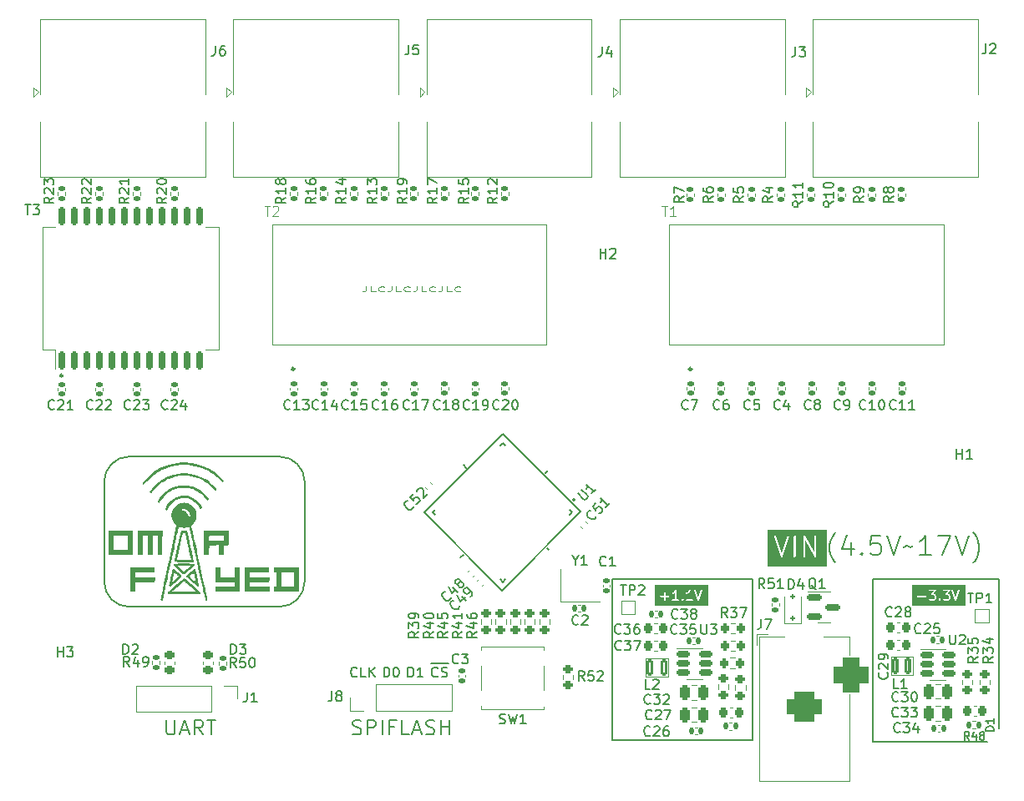
<source format=gto>
G04 #@! TF.GenerationSoftware,KiCad,Pcbnew,(7.0.0)*
G04 #@! TF.CreationDate,2023-06-14T17:50:15+02:00*
G04 #@! TF.ProjectId,Switch ETHERNET,53776974-6368-4204-9554-4845524e4554,rev?*
G04 #@! TF.SameCoordinates,Original*
G04 #@! TF.FileFunction,Legend,Top*
G04 #@! TF.FilePolarity,Positive*
%FSLAX46Y46*%
G04 Gerber Fmt 4.6, Leading zero omitted, Abs format (unit mm)*
G04 Created by KiCad (PCBNEW (7.0.0)) date 2023-06-14 17:50:15*
%MOMM*%
%LPD*%
G01*
G04 APERTURE LIST*
G04 Aperture macros list*
%AMRoundRect*
0 Rectangle with rounded corners*
0 $1 Rounding radius*
0 $2 $3 $4 $5 $6 $7 $8 $9 X,Y pos of 4 corners*
0 Add a 4 corners polygon primitive as box body*
4,1,4,$2,$3,$4,$5,$6,$7,$8,$9,$2,$3,0*
0 Add four circle primitives for the rounded corners*
1,1,$1+$1,$2,$3*
1,1,$1+$1,$4,$5*
1,1,$1+$1,$6,$7*
1,1,$1+$1,$8,$9*
0 Add four rect primitives between the rounded corners*
20,1,$1+$1,$2,$3,$4,$5,0*
20,1,$1+$1,$4,$5,$6,$7,0*
20,1,$1+$1,$6,$7,$8,$9,0*
20,1,$1+$1,$8,$9,$2,$3,0*%
%AMRotRect*
0 Rectangle, with rotation*
0 The origin of the aperture is its center*
0 $1 length*
0 $2 width*
0 $3 Rotation angle, in degrees counterclockwise*
0 Add horizontal line*
21,1,$1,$2,0,0,$3*%
G04 Aperture macros list end*
%ADD10C,0.125000*%
%ADD11C,0.150000*%
%ADD12C,0.225000*%
%ADD13C,0.200000*%
%ADD14C,0.100000*%
%ADD15C,0.120000*%
%ADD16C,0.127000*%
%ADD17C,0.287697*%
%ADD18R,1.000000X1.000000*%
%ADD19RoundRect,0.140000X0.170000X-0.140000X0.170000X0.140000X-0.170000X0.140000X-0.170000X-0.140000X0*%
%ADD20RoundRect,0.225000X-0.225000X-0.250000X0.225000X-0.250000X0.225000X0.250000X-0.225000X0.250000X0*%
%ADD21RoundRect,0.150000X-0.587500X-0.150000X0.587500X-0.150000X0.587500X0.150000X-0.587500X0.150000X0*%
%ADD22RoundRect,0.135000X0.185000X-0.135000X0.185000X0.135000X-0.185000X0.135000X-0.185000X-0.135000X0*%
%ADD23RoundRect,0.200000X-0.275000X0.200000X-0.275000X-0.200000X0.275000X-0.200000X0.275000X0.200000X0*%
%ADD24RoundRect,0.225000X0.250000X-0.225000X0.250000X0.225000X-0.250000X0.225000X-0.250000X-0.225000X0*%
%ADD25C,0.800000*%
%ADD26C,5.400000*%
%ADD27R,1.700000X1.700000*%
%ADD28O,1.700000X1.700000*%
%ADD29RoundRect,0.140000X-0.021213X0.219203X-0.219203X0.021213X0.021213X-0.219203X0.219203X-0.021213X0*%
%ADD30RoundRect,0.200000X0.275000X-0.200000X0.275000X0.200000X-0.275000X0.200000X-0.275000X-0.200000X0*%
%ADD31RoundRect,0.006600X0.219203X0.365433X-0.365433X-0.219203X-0.219203X-0.365433X0.365433X0.219203X0*%
%ADD32RoundRect,0.022000X-0.219203X0.343654X-0.343654X0.219203X0.219203X-0.343654X0.343654X-0.219203X0*%
%ADD33RotRect,6.900000X6.900000X225.000000*%
%ADD34RoundRect,0.140000X-0.140000X-0.170000X0.140000X-0.170000X0.140000X0.170000X-0.140000X0.170000X0*%
%ADD35C,3.250000*%
%ADD36R,1.500000X1.500000*%
%ADD37C,1.500000*%
%ADD38C,2.300000*%
%ADD39RoundRect,0.135000X-0.135000X-0.185000X0.135000X-0.185000X0.135000X0.185000X-0.135000X0.185000X0*%
%ADD40RoundRect,0.250000X-0.250000X-0.475000X0.250000X-0.475000X0.250000X0.475000X-0.250000X0.475000X0*%
%ADD41RoundRect,0.190000X0.190000X-0.765000X0.190000X0.765000X-0.190000X0.765000X-0.190000X-0.765000X0*%
%ADD42R,3.500000X3.500000*%
%ADD43RoundRect,0.750000X1.000000X-0.750000X1.000000X0.750000X-1.000000X0.750000X-1.000000X-0.750000X0*%
%ADD44RoundRect,0.875000X0.875000X-0.875000X0.875000X0.875000X-0.875000X0.875000X-0.875000X-0.875000X0*%
%ADD45RoundRect,0.140000X0.219203X0.021213X0.021213X0.219203X-0.219203X-0.021213X-0.021213X-0.219203X0*%
%ADD46R,0.630000X1.700000*%
%ADD47R,1.400000X1.200000*%
%ADD48R,2.800000X1.000000*%
%ADD49RoundRect,0.140000X-0.219203X-0.021213X-0.021213X-0.219203X0.219203X0.021213X0.021213X0.219203X0*%
%ADD50RoundRect,0.140000X0.140000X0.170000X-0.140000X0.170000X-0.140000X-0.170000X0.140000X-0.170000X0*%
%ADD51RoundRect,0.200000X-0.200000X-0.275000X0.200000X-0.275000X0.200000X0.275000X-0.200000X0.275000X0*%
%ADD52RoundRect,0.140000X-0.170000X0.140000X-0.170000X-0.140000X0.170000X-0.140000X0.170000X0.140000X0*%
%ADD53RoundRect,0.152174X0.197826X0.697826X-0.197826X0.697826X-0.197826X-0.697826X0.197826X-0.697826X0*%
%ADD54RoundRect,0.141304X0.183696X0.683696X-0.183696X0.683696X-0.183696X-0.683696X0.183696X-0.683696X0*%
%ADD55RoundRect,0.150000X-0.512500X-0.150000X0.512500X-0.150000X0.512500X0.150000X-0.512500X0.150000X0*%
%ADD56RoundRect,0.125000X0.125000X-0.125000X0.125000X0.125000X-0.125000X0.125000X-0.125000X-0.125000X0*%
%ADD57RoundRect,0.200000X0.200000X0.275000X-0.200000X0.275000X-0.200000X-0.275000X0.200000X-0.275000X0*%
%ADD58RoundRect,0.225000X0.225000X0.250000X-0.225000X0.250000X-0.225000X-0.250000X0.225000X-0.250000X0*%
%ADD59RoundRect,0.135000X0.135000X0.185000X-0.135000X0.185000X-0.135000X-0.185000X0.135000X-0.185000X0*%
G04 APERTURE END LIST*
D10*
X185435809Y-53239190D02*
X185435809Y-53596333D01*
X185435809Y-53596333D02*
X185388190Y-53667761D01*
X185388190Y-53667761D02*
X185292952Y-53715380D01*
X185292952Y-53715380D02*
X185150095Y-53739190D01*
X185150095Y-53739190D02*
X185054857Y-53739190D01*
X186388190Y-53739190D02*
X185912000Y-53739190D01*
X185912000Y-53739190D02*
X185912000Y-53239190D01*
X187292952Y-53691571D02*
X187245333Y-53715380D01*
X187245333Y-53715380D02*
X187102476Y-53739190D01*
X187102476Y-53739190D02*
X187007238Y-53739190D01*
X187007238Y-53739190D02*
X186864381Y-53715380D01*
X186864381Y-53715380D02*
X186769143Y-53667761D01*
X186769143Y-53667761D02*
X186721524Y-53620142D01*
X186721524Y-53620142D02*
X186673905Y-53524904D01*
X186673905Y-53524904D02*
X186673905Y-53453476D01*
X186673905Y-53453476D02*
X186721524Y-53358238D01*
X186721524Y-53358238D02*
X186769143Y-53310619D01*
X186769143Y-53310619D02*
X186864381Y-53263000D01*
X186864381Y-53263000D02*
X187007238Y-53239190D01*
X187007238Y-53239190D02*
X187102476Y-53239190D01*
X187102476Y-53239190D02*
X187245333Y-53263000D01*
X187245333Y-53263000D02*
X187292952Y-53286809D01*
X188007238Y-53239190D02*
X188007238Y-53596333D01*
X188007238Y-53596333D02*
X187959619Y-53667761D01*
X187959619Y-53667761D02*
X187864381Y-53715380D01*
X187864381Y-53715380D02*
X187721524Y-53739190D01*
X187721524Y-53739190D02*
X187626286Y-53739190D01*
X188959619Y-53739190D02*
X188483429Y-53739190D01*
X188483429Y-53739190D02*
X188483429Y-53239190D01*
X189864381Y-53691571D02*
X189816762Y-53715380D01*
X189816762Y-53715380D02*
X189673905Y-53739190D01*
X189673905Y-53739190D02*
X189578667Y-53739190D01*
X189578667Y-53739190D02*
X189435810Y-53715380D01*
X189435810Y-53715380D02*
X189340572Y-53667761D01*
X189340572Y-53667761D02*
X189292953Y-53620142D01*
X189292953Y-53620142D02*
X189245334Y-53524904D01*
X189245334Y-53524904D02*
X189245334Y-53453476D01*
X189245334Y-53453476D02*
X189292953Y-53358238D01*
X189292953Y-53358238D02*
X189340572Y-53310619D01*
X189340572Y-53310619D02*
X189435810Y-53263000D01*
X189435810Y-53263000D02*
X189578667Y-53239190D01*
X189578667Y-53239190D02*
X189673905Y-53239190D01*
X189673905Y-53239190D02*
X189816762Y-53263000D01*
X189816762Y-53263000D02*
X189864381Y-53286809D01*
X190578667Y-53239190D02*
X190578667Y-53596333D01*
X190578667Y-53596333D02*
X190531048Y-53667761D01*
X190531048Y-53667761D02*
X190435810Y-53715380D01*
X190435810Y-53715380D02*
X190292953Y-53739190D01*
X190292953Y-53739190D02*
X190197715Y-53739190D01*
X191531048Y-53739190D02*
X191054858Y-53739190D01*
X191054858Y-53739190D02*
X191054858Y-53239190D01*
X192435810Y-53691571D02*
X192388191Y-53715380D01*
X192388191Y-53715380D02*
X192245334Y-53739190D01*
X192245334Y-53739190D02*
X192150096Y-53739190D01*
X192150096Y-53739190D02*
X192007239Y-53715380D01*
X192007239Y-53715380D02*
X191912001Y-53667761D01*
X191912001Y-53667761D02*
X191864382Y-53620142D01*
X191864382Y-53620142D02*
X191816763Y-53524904D01*
X191816763Y-53524904D02*
X191816763Y-53453476D01*
X191816763Y-53453476D02*
X191864382Y-53358238D01*
X191864382Y-53358238D02*
X191912001Y-53310619D01*
X191912001Y-53310619D02*
X192007239Y-53263000D01*
X192007239Y-53263000D02*
X192150096Y-53239190D01*
X192150096Y-53239190D02*
X192245334Y-53239190D01*
X192245334Y-53239190D02*
X192388191Y-53263000D01*
X192388191Y-53263000D02*
X192435810Y-53286809D01*
X193150096Y-53239190D02*
X193150096Y-53596333D01*
X193150096Y-53596333D02*
X193102477Y-53667761D01*
X193102477Y-53667761D02*
X193007239Y-53715380D01*
X193007239Y-53715380D02*
X192864382Y-53739190D01*
X192864382Y-53739190D02*
X192769144Y-53739190D01*
X194102477Y-53739190D02*
X193626287Y-53739190D01*
X193626287Y-53739190D02*
X193626287Y-53239190D01*
X195007239Y-53691571D02*
X194959620Y-53715380D01*
X194959620Y-53715380D02*
X194816763Y-53739190D01*
X194816763Y-53739190D02*
X194721525Y-53739190D01*
X194721525Y-53739190D02*
X194578668Y-53715380D01*
X194578668Y-53715380D02*
X194483430Y-53667761D01*
X194483430Y-53667761D02*
X194435811Y-53620142D01*
X194435811Y-53620142D02*
X194388192Y-53524904D01*
X194388192Y-53524904D02*
X194388192Y-53453476D01*
X194388192Y-53453476D02*
X194435811Y-53358238D01*
X194435811Y-53358238D02*
X194483430Y-53310619D01*
X194483430Y-53310619D02*
X194578668Y-53263000D01*
X194578668Y-53263000D02*
X194721525Y-53239190D01*
X194721525Y-53239190D02*
X194816763Y-53239190D01*
X194816763Y-53239190D02*
X194959620Y-53263000D01*
X194959620Y-53263000D02*
X195007239Y-53286809D01*
D11*
X199200000Y-84100000D02*
X207200000Y-76100000D01*
X249580400Y-82956400D02*
X236829600Y-82956400D01*
X236829600Y-99464000D02*
X248400000Y-99450000D01*
X195600000Y-71650000D02*
X195300000Y-71350000D01*
D12*
X154662500Y-62300000D02*
G75*
G03*
X154662500Y-62300000I-112500J0D01*
G01*
D11*
X199300000Y-68200000D02*
X191300000Y-76200000D01*
X203750000Y-79800000D02*
X203950000Y-80000000D01*
X195300000Y-80450000D02*
X195000000Y-80750000D01*
X191300000Y-76200000D02*
X199200000Y-84100000D01*
X210411200Y-82956400D02*
X224586800Y-82956400D01*
X224586800Y-82956400D02*
X224586800Y-99263200D01*
X224586800Y-99263200D02*
X210411200Y-99263200D01*
X210411200Y-99263200D02*
X210411200Y-82956400D01*
X236829600Y-82956400D02*
X236829600Y-99464000D01*
X203600000Y-72200000D02*
X203900000Y-71900000D01*
X249600000Y-98100000D02*
X249580400Y-82956400D01*
X207200000Y-76100000D02*
X199300000Y-68200000D01*
D13*
X184085714Y-98652142D02*
X184300000Y-98723571D01*
X184300000Y-98723571D02*
X184657142Y-98723571D01*
X184657142Y-98723571D02*
X184800000Y-98652142D01*
X184800000Y-98652142D02*
X184871428Y-98580714D01*
X184871428Y-98580714D02*
X184942857Y-98437857D01*
X184942857Y-98437857D02*
X184942857Y-98295000D01*
X184942857Y-98295000D02*
X184871428Y-98152142D01*
X184871428Y-98152142D02*
X184800000Y-98080714D01*
X184800000Y-98080714D02*
X184657142Y-98009285D01*
X184657142Y-98009285D02*
X184371428Y-97937857D01*
X184371428Y-97937857D02*
X184228571Y-97866428D01*
X184228571Y-97866428D02*
X184157142Y-97795000D01*
X184157142Y-97795000D02*
X184085714Y-97652142D01*
X184085714Y-97652142D02*
X184085714Y-97509285D01*
X184085714Y-97509285D02*
X184157142Y-97366428D01*
X184157142Y-97366428D02*
X184228571Y-97295000D01*
X184228571Y-97295000D02*
X184371428Y-97223571D01*
X184371428Y-97223571D02*
X184728571Y-97223571D01*
X184728571Y-97223571D02*
X184942857Y-97295000D01*
X185585713Y-98723571D02*
X185585713Y-97223571D01*
X185585713Y-97223571D02*
X186157142Y-97223571D01*
X186157142Y-97223571D02*
X186299999Y-97295000D01*
X186299999Y-97295000D02*
X186371428Y-97366428D01*
X186371428Y-97366428D02*
X186442856Y-97509285D01*
X186442856Y-97509285D02*
X186442856Y-97723571D01*
X186442856Y-97723571D02*
X186371428Y-97866428D01*
X186371428Y-97866428D02*
X186299999Y-97937857D01*
X186299999Y-97937857D02*
X186157142Y-98009285D01*
X186157142Y-98009285D02*
X185585713Y-98009285D01*
X187085713Y-98723571D02*
X187085713Y-97223571D01*
X188299999Y-97937857D02*
X187799999Y-97937857D01*
X187799999Y-98723571D02*
X187799999Y-97223571D01*
X187799999Y-97223571D02*
X188514285Y-97223571D01*
X189799999Y-98723571D02*
X189085713Y-98723571D01*
X189085713Y-98723571D02*
X189085713Y-97223571D01*
X190228571Y-98295000D02*
X190942857Y-98295000D01*
X190085714Y-98723571D02*
X190585714Y-97223571D01*
X190585714Y-97223571D02*
X191085714Y-98723571D01*
X191514285Y-98652142D02*
X191728571Y-98723571D01*
X191728571Y-98723571D02*
X192085713Y-98723571D01*
X192085713Y-98723571D02*
X192228571Y-98652142D01*
X192228571Y-98652142D02*
X192299999Y-98580714D01*
X192299999Y-98580714D02*
X192371428Y-98437857D01*
X192371428Y-98437857D02*
X192371428Y-98295000D01*
X192371428Y-98295000D02*
X192299999Y-98152142D01*
X192299999Y-98152142D02*
X192228571Y-98080714D01*
X192228571Y-98080714D02*
X192085713Y-98009285D01*
X192085713Y-98009285D02*
X191799999Y-97937857D01*
X191799999Y-97937857D02*
X191657142Y-97866428D01*
X191657142Y-97866428D02*
X191585713Y-97795000D01*
X191585713Y-97795000D02*
X191514285Y-97652142D01*
X191514285Y-97652142D02*
X191514285Y-97509285D01*
X191514285Y-97509285D02*
X191585713Y-97366428D01*
X191585713Y-97366428D02*
X191657142Y-97295000D01*
X191657142Y-97295000D02*
X191799999Y-97223571D01*
X191799999Y-97223571D02*
X192157142Y-97223571D01*
X192157142Y-97223571D02*
X192371428Y-97295000D01*
X193014284Y-98723571D02*
X193014284Y-97223571D01*
X193014284Y-97937857D02*
X193871427Y-97937857D01*
X193871427Y-98723571D02*
X193871427Y-97223571D01*
D11*
G36*
X220106247Y-85661057D02*
G01*
X214719343Y-85661057D01*
X214719343Y-84705752D01*
X215247925Y-84705752D01*
X215266221Y-84745816D01*
X215303273Y-84769628D01*
X215631247Y-84769628D01*
X215631247Y-85086362D01*
X215640490Y-85117840D01*
X215673776Y-85146682D01*
X215717371Y-85152950D01*
X215757435Y-85134654D01*
X215781247Y-85097602D01*
X215781247Y-84769628D01*
X216097982Y-84769628D01*
X216129460Y-84760385D01*
X216158302Y-84727099D01*
X216164570Y-84683504D01*
X216146274Y-84643440D01*
X216109222Y-84619628D01*
X215781247Y-84619628D01*
X215781247Y-84364050D01*
X216437654Y-84364050D01*
X216451544Y-84405846D01*
X216485826Y-84433498D01*
X216529615Y-84438226D01*
X216636138Y-84384963D01*
X216648470Y-84382281D01*
X216663097Y-84367653D01*
X216678215Y-84353592D01*
X216678577Y-84352173D01*
X216726485Y-84304266D01*
X216726485Y-85000580D01*
X216504989Y-85000580D01*
X216473511Y-85009823D01*
X216444669Y-85043109D01*
X216438401Y-85086704D01*
X216456697Y-85126768D01*
X216493749Y-85150580D01*
X216796125Y-85150580D01*
X216812609Y-85152950D01*
X216817799Y-85150580D01*
X217097981Y-85150580D01*
X217129459Y-85141337D01*
X217158301Y-85108051D01*
X217164569Y-85064456D01*
X217146273Y-85024392D01*
X217143150Y-85022385D01*
X217390185Y-85022385D01*
X217393726Y-85038665D01*
X217394915Y-85055277D01*
X217398333Y-85059843D01*
X217399547Y-85065422D01*
X217411329Y-85077204D01*
X217421309Y-85090536D01*
X217426654Y-85092529D01*
X217449202Y-85115077D01*
X217450014Y-85117840D01*
X217460563Y-85126980D01*
X217468928Y-85138155D01*
X217476883Y-85141122D01*
X217483300Y-85146682D01*
X217491704Y-85147890D01*
X217499156Y-85151959D01*
X217504846Y-85151552D01*
X217510195Y-85153547D01*
X217518492Y-85151741D01*
X217526895Y-85152950D01*
X217534619Y-85149422D01*
X217543087Y-85148817D01*
X217547653Y-85145398D01*
X217553232Y-85144185D01*
X217559236Y-85138180D01*
X217566959Y-85134654D01*
X217571550Y-85127509D01*
X217578345Y-85122423D01*
X217580338Y-85117078D01*
X217612634Y-85084782D01*
X217625964Y-85074804D01*
X217631785Y-85059197D01*
X217639769Y-85044576D01*
X217639361Y-85038885D01*
X217641357Y-85033537D01*
X217637814Y-85017253D01*
X217636627Y-85000645D01*
X217633208Y-84996078D01*
X217631995Y-84990500D01*
X217620211Y-84978716D01*
X217610233Y-84965387D01*
X217604888Y-84963393D01*
X217582339Y-84940844D01*
X217581528Y-84938082D01*
X217570977Y-84928939D01*
X217562614Y-84917768D01*
X217554659Y-84914801D01*
X217548242Y-84909240D01*
X217539839Y-84908031D01*
X217532386Y-84903962D01*
X217526693Y-84904369D01*
X217521347Y-84902375D01*
X217513049Y-84904180D01*
X217504647Y-84902972D01*
X217496923Y-84906499D01*
X217488455Y-84907105D01*
X217483888Y-84910523D01*
X217478310Y-84911737D01*
X217472305Y-84917741D01*
X217464583Y-84921268D01*
X217459992Y-84928411D01*
X217453196Y-84933499D01*
X217451202Y-84938844D01*
X217418908Y-84971138D01*
X217405577Y-84981118D01*
X217399755Y-84996725D01*
X217391772Y-85011346D01*
X217392179Y-85017038D01*
X217390185Y-85022385D01*
X217143150Y-85022385D01*
X217109221Y-85000580D01*
X216876485Y-85000580D01*
X216876485Y-84364050D01*
X217866225Y-84364050D01*
X217880115Y-84405846D01*
X217914397Y-84433498D01*
X217958186Y-84438226D01*
X218064709Y-84384963D01*
X218077041Y-84382281D01*
X218091668Y-84367653D01*
X218106786Y-84353592D01*
X218107148Y-84352173D01*
X218155056Y-84304266D01*
X218155056Y-85000580D01*
X217933560Y-85000580D01*
X217902082Y-85009823D01*
X217873240Y-85043109D01*
X217866972Y-85086704D01*
X217885268Y-85126768D01*
X217922320Y-85150580D01*
X218224696Y-85150580D01*
X218241180Y-85152950D01*
X218246370Y-85150580D01*
X218526552Y-85150580D01*
X218558030Y-85141337D01*
X218586872Y-85108051D01*
X218593140Y-85064456D01*
X218574844Y-85024392D01*
X218537792Y-85000580D01*
X218305056Y-85000580D01*
X218305056Y-84087006D01*
X218307739Y-84078405D01*
X218723370Y-84078405D01*
X219059377Y-85086429D01*
X219059072Y-85094877D01*
X219066204Y-85106910D01*
X219067076Y-85109525D01*
X219071684Y-85116156D01*
X219081529Y-85132765D01*
X219084135Y-85134071D01*
X219085799Y-85136465D01*
X219103641Y-85143845D01*
X219120905Y-85152497D01*
X219123804Y-85152186D01*
X219126498Y-85153301D01*
X219145485Y-85149866D01*
X219164698Y-85147810D01*
X219166971Y-85145979D01*
X219169838Y-85145461D01*
X219183956Y-85132304D01*
X219199005Y-85120189D01*
X219199927Y-85117422D01*
X219202060Y-85115435D01*
X219206826Y-85096724D01*
X219542712Y-84089069D01*
X219543897Y-84056283D01*
X219521440Y-84018395D01*
X219482064Y-83998663D01*
X219438270Y-84003351D01*
X219403964Y-84030971D01*
X219134818Y-84838408D01*
X218869227Y-84041634D01*
X218850504Y-84014694D01*
X218809805Y-83997858D01*
X218766465Y-84005698D01*
X218734243Y-84035725D01*
X218723370Y-84078405D01*
X218307739Y-84078405D01*
X218308211Y-84076892D01*
X218305056Y-84065439D01*
X218305056Y-84064798D01*
X218302199Y-84055071D01*
X218296514Y-84034431D01*
X218296005Y-84033975D01*
X218295813Y-84033320D01*
X218279655Y-84019319D01*
X218263717Y-84005033D01*
X218263042Y-84004924D01*
X218262527Y-84004478D01*
X218241398Y-84001440D01*
X218220233Y-83998033D01*
X218219605Y-83998306D01*
X218218932Y-83998210D01*
X218199509Y-84007079D01*
X218179868Y-84015654D01*
X218179489Y-84016222D01*
X218178868Y-84016506D01*
X218167300Y-84034505D01*
X218076532Y-84170657D01*
X217995152Y-84252037D01*
X217901157Y-84299035D01*
X217877136Y-84321379D01*
X217866225Y-84364050D01*
X216876485Y-84364050D01*
X216876485Y-84087006D01*
X216879640Y-84076892D01*
X216876485Y-84065439D01*
X216876485Y-84064798D01*
X216873628Y-84055071D01*
X216867943Y-84034431D01*
X216867434Y-84033975D01*
X216867242Y-84033320D01*
X216851084Y-84019319D01*
X216835146Y-84005033D01*
X216834471Y-84004924D01*
X216833956Y-84004478D01*
X216812827Y-84001440D01*
X216791662Y-83998033D01*
X216791034Y-83998306D01*
X216790361Y-83998210D01*
X216770938Y-84007079D01*
X216751297Y-84015654D01*
X216750918Y-84016222D01*
X216750297Y-84016506D01*
X216738729Y-84034505D01*
X216647961Y-84170657D01*
X216566581Y-84252037D01*
X216472586Y-84299035D01*
X216448565Y-84321379D01*
X216437654Y-84364050D01*
X215781247Y-84364050D01*
X215781247Y-84302894D01*
X215772004Y-84271416D01*
X215738718Y-84242574D01*
X215695123Y-84236306D01*
X215655059Y-84254602D01*
X215631247Y-84291654D01*
X215631247Y-84619628D01*
X215314513Y-84619628D01*
X215283035Y-84628871D01*
X215254193Y-84662157D01*
X215247925Y-84705752D01*
X214719343Y-84705752D01*
X214719343Y-83550343D01*
X220106247Y-83550343D01*
X220106247Y-85661057D01*
G37*
X187238095Y-92882380D02*
X187238095Y-91882380D01*
X187238095Y-91882380D02*
X187476190Y-91882380D01*
X187476190Y-91882380D02*
X187619047Y-91930000D01*
X187619047Y-91930000D02*
X187714285Y-92025238D01*
X187714285Y-92025238D02*
X187761904Y-92120476D01*
X187761904Y-92120476D02*
X187809523Y-92310952D01*
X187809523Y-92310952D02*
X187809523Y-92453809D01*
X187809523Y-92453809D02*
X187761904Y-92644285D01*
X187761904Y-92644285D02*
X187714285Y-92739523D01*
X187714285Y-92739523D02*
X187619047Y-92834761D01*
X187619047Y-92834761D02*
X187476190Y-92882380D01*
X187476190Y-92882380D02*
X187238095Y-92882380D01*
X188428571Y-91882380D02*
X188523809Y-91882380D01*
X188523809Y-91882380D02*
X188619047Y-91930000D01*
X188619047Y-91930000D02*
X188666666Y-91977619D01*
X188666666Y-91977619D02*
X188714285Y-92072857D01*
X188714285Y-92072857D02*
X188761904Y-92263333D01*
X188761904Y-92263333D02*
X188761904Y-92501428D01*
X188761904Y-92501428D02*
X188714285Y-92691904D01*
X188714285Y-92691904D02*
X188666666Y-92787142D01*
X188666666Y-92787142D02*
X188619047Y-92834761D01*
X188619047Y-92834761D02*
X188523809Y-92882380D01*
X188523809Y-92882380D02*
X188428571Y-92882380D01*
X188428571Y-92882380D02*
X188333333Y-92834761D01*
X188333333Y-92834761D02*
X188285714Y-92787142D01*
X188285714Y-92787142D02*
X188238095Y-92691904D01*
X188238095Y-92691904D02*
X188190476Y-92501428D01*
X188190476Y-92501428D02*
X188190476Y-92263333D01*
X188190476Y-92263333D02*
X188238095Y-92072857D01*
X188238095Y-92072857D02*
X188285714Y-91977619D01*
X188285714Y-91977619D02*
X188333333Y-91930000D01*
X188333333Y-91930000D02*
X188428571Y-91882380D01*
D13*
X232997619Y-81276666D02*
X232902380Y-81181428D01*
X232902380Y-81181428D02*
X232711904Y-80895714D01*
X232711904Y-80895714D02*
X232616666Y-80705238D01*
X232616666Y-80705238D02*
X232521428Y-80419523D01*
X232521428Y-80419523D02*
X232426190Y-79943333D01*
X232426190Y-79943333D02*
X232426190Y-79562380D01*
X232426190Y-79562380D02*
X232521428Y-79086190D01*
X232521428Y-79086190D02*
X232616666Y-78800476D01*
X232616666Y-78800476D02*
X232711904Y-78610000D01*
X232711904Y-78610000D02*
X232902380Y-78324285D01*
X232902380Y-78324285D02*
X232997619Y-78229047D01*
X234616666Y-79181428D02*
X234616666Y-80514761D01*
X234140475Y-78419523D02*
X233664285Y-79848095D01*
X233664285Y-79848095D02*
X234902380Y-79848095D01*
X235664285Y-80324285D02*
X235759523Y-80419523D01*
X235759523Y-80419523D02*
X235664285Y-80514761D01*
X235664285Y-80514761D02*
X235569047Y-80419523D01*
X235569047Y-80419523D02*
X235664285Y-80324285D01*
X235664285Y-80324285D02*
X235664285Y-80514761D01*
X237569047Y-78514761D02*
X236616666Y-78514761D01*
X236616666Y-78514761D02*
X236521428Y-79467142D01*
X236521428Y-79467142D02*
X236616666Y-79371904D01*
X236616666Y-79371904D02*
X236807142Y-79276666D01*
X236807142Y-79276666D02*
X237283333Y-79276666D01*
X237283333Y-79276666D02*
X237473809Y-79371904D01*
X237473809Y-79371904D02*
X237569047Y-79467142D01*
X237569047Y-79467142D02*
X237664285Y-79657619D01*
X237664285Y-79657619D02*
X237664285Y-80133809D01*
X237664285Y-80133809D02*
X237569047Y-80324285D01*
X237569047Y-80324285D02*
X237473809Y-80419523D01*
X237473809Y-80419523D02*
X237283333Y-80514761D01*
X237283333Y-80514761D02*
X236807142Y-80514761D01*
X236807142Y-80514761D02*
X236616666Y-80419523D01*
X236616666Y-80419523D02*
X236521428Y-80324285D01*
X238235714Y-78514761D02*
X238902380Y-80514761D01*
X238902380Y-80514761D02*
X239569047Y-78514761D01*
X239950000Y-79752857D02*
X240045238Y-79657619D01*
X240045238Y-79657619D02*
X240235714Y-79562380D01*
X240235714Y-79562380D02*
X240616666Y-79752857D01*
X240616666Y-79752857D02*
X240807143Y-79657619D01*
X240807143Y-79657619D02*
X240902381Y-79562380D01*
X242711904Y-80514761D02*
X241569047Y-80514761D01*
X242140475Y-80514761D02*
X242140475Y-78514761D01*
X242140475Y-78514761D02*
X241949999Y-78800476D01*
X241949999Y-78800476D02*
X241759523Y-78990952D01*
X241759523Y-78990952D02*
X241569047Y-79086190D01*
X243378571Y-78514761D02*
X244711904Y-78514761D01*
X244711904Y-78514761D02*
X243854761Y-80514761D01*
X245188095Y-78514761D02*
X245854761Y-80514761D01*
X245854761Y-80514761D02*
X246521428Y-78514761D01*
X246997619Y-81276666D02*
X247092857Y-81181428D01*
X247092857Y-81181428D02*
X247283333Y-80895714D01*
X247283333Y-80895714D02*
X247378571Y-80705238D01*
X247378571Y-80705238D02*
X247473809Y-80419523D01*
X247473809Y-80419523D02*
X247569047Y-79943333D01*
X247569047Y-79943333D02*
X247569047Y-79562380D01*
X247569047Y-79562380D02*
X247473809Y-79086190D01*
X247473809Y-79086190D02*
X247378571Y-78800476D01*
X247378571Y-78800476D02*
X247283333Y-78610000D01*
X247283333Y-78610000D02*
X247092857Y-78324285D01*
X247092857Y-78324285D02*
X246997619Y-78229047D01*
D11*
X189688095Y-92882380D02*
X189688095Y-91882380D01*
X189688095Y-91882380D02*
X189926190Y-91882380D01*
X189926190Y-91882380D02*
X190069047Y-91930000D01*
X190069047Y-91930000D02*
X190164285Y-92025238D01*
X190164285Y-92025238D02*
X190211904Y-92120476D01*
X190211904Y-92120476D02*
X190259523Y-92310952D01*
X190259523Y-92310952D02*
X190259523Y-92453809D01*
X190259523Y-92453809D02*
X190211904Y-92644285D01*
X190211904Y-92644285D02*
X190164285Y-92739523D01*
X190164285Y-92739523D02*
X190069047Y-92834761D01*
X190069047Y-92834761D02*
X189926190Y-92882380D01*
X189926190Y-92882380D02*
X189688095Y-92882380D01*
X191211904Y-92882380D02*
X190640476Y-92882380D01*
X190926190Y-92882380D02*
X190926190Y-91882380D01*
X190926190Y-91882380D02*
X190830952Y-92025238D01*
X190830952Y-92025238D02*
X190735714Y-92120476D01*
X190735714Y-92120476D02*
X190640476Y-92168095D01*
X192709523Y-92783927D02*
X192661904Y-92831546D01*
X192661904Y-92831546D02*
X192519047Y-92879165D01*
X192519047Y-92879165D02*
X192423809Y-92879165D01*
X192423809Y-92879165D02*
X192280952Y-92831546D01*
X192280952Y-92831546D02*
X192185714Y-92736308D01*
X192185714Y-92736308D02*
X192138095Y-92641070D01*
X192138095Y-92641070D02*
X192090476Y-92450594D01*
X192090476Y-92450594D02*
X192090476Y-92307737D01*
X192090476Y-92307737D02*
X192138095Y-92117261D01*
X192138095Y-92117261D02*
X192185714Y-92022023D01*
X192185714Y-92022023D02*
X192280952Y-91926785D01*
X192280952Y-91926785D02*
X192423809Y-91879165D01*
X192423809Y-91879165D02*
X192519047Y-91879165D01*
X192519047Y-91879165D02*
X192661904Y-91926785D01*
X192661904Y-91926785D02*
X192709523Y-91974404D01*
X193090476Y-92831546D02*
X193233333Y-92879165D01*
X193233333Y-92879165D02*
X193471428Y-92879165D01*
X193471428Y-92879165D02*
X193566666Y-92831546D01*
X193566666Y-92831546D02*
X193614285Y-92783927D01*
X193614285Y-92783927D02*
X193661904Y-92688689D01*
X193661904Y-92688689D02*
X193661904Y-92593451D01*
X193661904Y-92593451D02*
X193614285Y-92498213D01*
X193614285Y-92498213D02*
X193566666Y-92450594D01*
X193566666Y-92450594D02*
X193471428Y-92402975D01*
X193471428Y-92402975D02*
X193280952Y-92355356D01*
X193280952Y-92355356D02*
X193185714Y-92307737D01*
X193185714Y-92307737D02*
X193138095Y-92260118D01*
X193138095Y-92260118D02*
X193090476Y-92164880D01*
X193090476Y-92164880D02*
X193090476Y-92069642D01*
X193090476Y-92069642D02*
X193138095Y-91974404D01*
X193138095Y-91974404D02*
X193185714Y-91926785D01*
X193185714Y-91926785D02*
X193280952Y-91879165D01*
X193280952Y-91879165D02*
X193519047Y-91879165D01*
X193519047Y-91879165D02*
X193661904Y-91926785D01*
X192000000Y-91526785D02*
X193752381Y-91526785D01*
G36*
X246166647Y-85661057D02*
G01*
X240779743Y-85661057D01*
X240779743Y-84705752D01*
X241308325Y-84705752D01*
X241326621Y-84745816D01*
X241363673Y-84769628D01*
X241691647Y-84769628D01*
X241691647Y-85086362D01*
X241700890Y-85117840D01*
X241734176Y-85146682D01*
X241777771Y-85152950D01*
X241817835Y-85134654D01*
X241841647Y-85097602D01*
X241841647Y-84974766D01*
X242450585Y-84974766D01*
X242459947Y-85017803D01*
X242516489Y-85074345D01*
X242522933Y-85085195D01*
X242541442Y-85094449D01*
X242559556Y-85104340D01*
X242561014Y-85104235D01*
X242634260Y-85140858D01*
X242649387Y-85150580D01*
X242664717Y-85150580D01*
X242679800Y-85153294D01*
X242686344Y-85150580D01*
X242953083Y-85150580D01*
X242970967Y-85152511D01*
X242984680Y-85145654D01*
X242999383Y-85141337D01*
X243004021Y-85135983D01*
X243077490Y-85099248D01*
X243089822Y-85096566D01*
X243104449Y-85081938D01*
X243119567Y-85067877D01*
X243119929Y-85066458D01*
X243146364Y-85040023D01*
X243157214Y-85033580D01*
X243162811Y-85022385D01*
X243450585Y-85022385D01*
X243454126Y-85038665D01*
X243455315Y-85055277D01*
X243458733Y-85059843D01*
X243459947Y-85065422D01*
X243471729Y-85077204D01*
X243481709Y-85090536D01*
X243487054Y-85092529D01*
X243509602Y-85115077D01*
X243510414Y-85117840D01*
X243520963Y-85126980D01*
X243529328Y-85138155D01*
X243537283Y-85141122D01*
X243543700Y-85146682D01*
X243552104Y-85147890D01*
X243559556Y-85151959D01*
X243565246Y-85151552D01*
X243570595Y-85153547D01*
X243578892Y-85151741D01*
X243587295Y-85152950D01*
X243595019Y-85149422D01*
X243603487Y-85148817D01*
X243608053Y-85145398D01*
X243613632Y-85144185D01*
X243619636Y-85138180D01*
X243627359Y-85134654D01*
X243631950Y-85127509D01*
X243638745Y-85122423D01*
X243640738Y-85117078D01*
X243673034Y-85084782D01*
X243686364Y-85074804D01*
X243692185Y-85059197D01*
X243700169Y-85044576D01*
X243699761Y-85038885D01*
X243701757Y-85033537D01*
X243698214Y-85017253D01*
X243697027Y-85000645D01*
X243693608Y-84996078D01*
X243692395Y-84990500D01*
X243680611Y-84978716D01*
X243677654Y-84974766D01*
X243879156Y-84974766D01*
X243888518Y-85017803D01*
X243945060Y-85074345D01*
X243951504Y-85085195D01*
X243970013Y-85094449D01*
X243988127Y-85104340D01*
X243989585Y-85104235D01*
X244062831Y-85140858D01*
X244077958Y-85150580D01*
X244093288Y-85150580D01*
X244108371Y-85153294D01*
X244114915Y-85150580D01*
X244381654Y-85150580D01*
X244399538Y-85152511D01*
X244413251Y-85145654D01*
X244427954Y-85141337D01*
X244432592Y-85135983D01*
X244506061Y-85099248D01*
X244518393Y-85096566D01*
X244533020Y-85081938D01*
X244548138Y-85067877D01*
X244548500Y-85066458D01*
X244574935Y-85040023D01*
X244585785Y-85033580D01*
X244595039Y-85015070D01*
X244604930Y-84996957D01*
X244604825Y-84995498D01*
X244641448Y-84922252D01*
X244651170Y-84907126D01*
X244651170Y-84891796D01*
X244653884Y-84876713D01*
X244651170Y-84870169D01*
X244651170Y-84651040D01*
X244653100Y-84633165D01*
X244646245Y-84619455D01*
X244641927Y-84604749D01*
X244636572Y-84600109D01*
X244599838Y-84526640D01*
X244597156Y-84514310D01*
X244582536Y-84499690D01*
X244568467Y-84484565D01*
X244567048Y-84484202D01*
X244540613Y-84457767D01*
X244534170Y-84446918D01*
X244515669Y-84437667D01*
X244497547Y-84427772D01*
X244496086Y-84427876D01*
X244422845Y-84391256D01*
X244407974Y-84381699D01*
X244618242Y-84141392D01*
X244618430Y-84141337D01*
X244632632Y-84124945D01*
X244639714Y-84116853D01*
X244639792Y-84116682D01*
X244647272Y-84108051D01*
X244648844Y-84097111D01*
X244653486Y-84087077D01*
X244652281Y-84078405D01*
X244783770Y-84078405D01*
X245119777Y-85086429D01*
X245119472Y-85094877D01*
X245126604Y-85106910D01*
X245127476Y-85109525D01*
X245132084Y-85116156D01*
X245141929Y-85132765D01*
X245144535Y-85134071D01*
X245146199Y-85136465D01*
X245164041Y-85143845D01*
X245181305Y-85152497D01*
X245184204Y-85152186D01*
X245186898Y-85153301D01*
X245205885Y-85149866D01*
X245225098Y-85147810D01*
X245227371Y-85145979D01*
X245230238Y-85145461D01*
X245244356Y-85132304D01*
X245259405Y-85120189D01*
X245260327Y-85117422D01*
X245262460Y-85115435D01*
X245267226Y-85096724D01*
X245603112Y-84089069D01*
X245604297Y-84056283D01*
X245581840Y-84018395D01*
X245542464Y-83998663D01*
X245498670Y-84003351D01*
X245464364Y-84030971D01*
X245195218Y-84838408D01*
X244929627Y-84041634D01*
X244910904Y-84014694D01*
X244870205Y-83997858D01*
X244826865Y-84005698D01*
X244794643Y-84035725D01*
X244783770Y-84078405D01*
X244652281Y-84078405D01*
X244651914Y-84075760D01*
X244653540Y-84064456D01*
X244648948Y-84054401D01*
X244647428Y-84043452D01*
X244639989Y-84034783D01*
X244635244Y-84024392D01*
X244625944Y-84018415D01*
X244618747Y-84010028D01*
X244607803Y-84006756D01*
X244598192Y-84000580D01*
X244587140Y-84000580D01*
X244576548Y-83997414D01*
X244565570Y-84000580D01*
X243946341Y-84000580D01*
X243914863Y-84009823D01*
X243886021Y-84043109D01*
X243879753Y-84086704D01*
X243898049Y-84126768D01*
X243935101Y-84150580D01*
X244410888Y-84150580D01*
X244200765Y-84390720D01*
X244200577Y-84390776D01*
X244186274Y-84407282D01*
X244179294Y-84415260D01*
X244179216Y-84415427D01*
X244171735Y-84424062D01*
X244170161Y-84435002D01*
X244165521Y-84445036D01*
X244167092Y-84456351D01*
X244165467Y-84467657D01*
X244170058Y-84477711D01*
X244171579Y-84488660D01*
X244179016Y-84497328D01*
X244183763Y-84507721D01*
X244193063Y-84513698D01*
X244200260Y-84522085D01*
X244211203Y-84525355D01*
X244220815Y-84531533D01*
X244231870Y-84531533D01*
X244242459Y-84534698D01*
X244253434Y-84531533D01*
X244367988Y-84531533D01*
X244436506Y-84565792D01*
X244466911Y-84596197D01*
X244501170Y-84664713D01*
X244501170Y-84867398D01*
X244466911Y-84935915D01*
X244436504Y-84966322D01*
X244367989Y-85000580D01*
X244117686Y-85000580D01*
X244049168Y-84966321D01*
X244002532Y-84919685D01*
X243973738Y-84903962D01*
X243929807Y-84907105D01*
X243894548Y-84933499D01*
X243879156Y-84974766D01*
X243677654Y-84974766D01*
X243670633Y-84965387D01*
X243665288Y-84963393D01*
X243642739Y-84940844D01*
X243641928Y-84938082D01*
X243631377Y-84928939D01*
X243623014Y-84917768D01*
X243615059Y-84914801D01*
X243608642Y-84909240D01*
X243600239Y-84908031D01*
X243592786Y-84903962D01*
X243587093Y-84904369D01*
X243581747Y-84902375D01*
X243573449Y-84904180D01*
X243565047Y-84902972D01*
X243557323Y-84906499D01*
X243548855Y-84907105D01*
X243544288Y-84910523D01*
X243538710Y-84911737D01*
X243532705Y-84917741D01*
X243524983Y-84921268D01*
X243520392Y-84928411D01*
X243513596Y-84933499D01*
X243511602Y-84938844D01*
X243479308Y-84971138D01*
X243465977Y-84981118D01*
X243460155Y-84996725D01*
X243452172Y-85011346D01*
X243452579Y-85017038D01*
X243450585Y-85022385D01*
X243162811Y-85022385D01*
X243166468Y-85015070D01*
X243176359Y-84996957D01*
X243176254Y-84995498D01*
X243212877Y-84922252D01*
X243222599Y-84907126D01*
X243222599Y-84891796D01*
X243225313Y-84876713D01*
X243222599Y-84870169D01*
X243222599Y-84651040D01*
X243224529Y-84633165D01*
X243217674Y-84619455D01*
X243213356Y-84604749D01*
X243208001Y-84600109D01*
X243171267Y-84526640D01*
X243168585Y-84514310D01*
X243153965Y-84499690D01*
X243139896Y-84484565D01*
X243138477Y-84484202D01*
X243112042Y-84457767D01*
X243105599Y-84446918D01*
X243087098Y-84437667D01*
X243068976Y-84427772D01*
X243067515Y-84427876D01*
X242994274Y-84391256D01*
X242979403Y-84381699D01*
X243189671Y-84141392D01*
X243189859Y-84141337D01*
X243204061Y-84124945D01*
X243211143Y-84116853D01*
X243211221Y-84116682D01*
X243218701Y-84108051D01*
X243220273Y-84097111D01*
X243224915Y-84087077D01*
X243223343Y-84075760D01*
X243224969Y-84064456D01*
X243220377Y-84054401D01*
X243218857Y-84043452D01*
X243211418Y-84034783D01*
X243206673Y-84024392D01*
X243197373Y-84018415D01*
X243190176Y-84010028D01*
X243179232Y-84006756D01*
X243169621Y-84000580D01*
X243158569Y-84000580D01*
X243147977Y-83997414D01*
X243136999Y-84000580D01*
X242517770Y-84000580D01*
X242486292Y-84009823D01*
X242457450Y-84043109D01*
X242451182Y-84086704D01*
X242469478Y-84126768D01*
X242506530Y-84150580D01*
X242982317Y-84150580D01*
X242772194Y-84390720D01*
X242772006Y-84390776D01*
X242757703Y-84407282D01*
X242750723Y-84415260D01*
X242750645Y-84415427D01*
X242743164Y-84424062D01*
X242741590Y-84435002D01*
X242736950Y-84445036D01*
X242738521Y-84456351D01*
X242736896Y-84467657D01*
X242741487Y-84477711D01*
X242743008Y-84488660D01*
X242750445Y-84497328D01*
X242755192Y-84507721D01*
X242764492Y-84513698D01*
X242771689Y-84522085D01*
X242782632Y-84525355D01*
X242792244Y-84531533D01*
X242803299Y-84531533D01*
X242813888Y-84534698D01*
X242824863Y-84531533D01*
X242939417Y-84531533D01*
X243007935Y-84565792D01*
X243038340Y-84596197D01*
X243072599Y-84664713D01*
X243072599Y-84867398D01*
X243038340Y-84935915D01*
X243007933Y-84966322D01*
X242939418Y-85000580D01*
X242689115Y-85000580D01*
X242620597Y-84966321D01*
X242573961Y-84919685D01*
X242545167Y-84903962D01*
X242501236Y-84907105D01*
X242465977Y-84933499D01*
X242450585Y-84974766D01*
X241841647Y-84974766D01*
X241841647Y-84769628D01*
X242158382Y-84769628D01*
X242189860Y-84760385D01*
X242218702Y-84727099D01*
X242224970Y-84683504D01*
X242206674Y-84643440D01*
X242169622Y-84619628D01*
X241841647Y-84619628D01*
X241841647Y-84302894D01*
X241832404Y-84271416D01*
X241799118Y-84242574D01*
X241755523Y-84236306D01*
X241715459Y-84254602D01*
X241691647Y-84291654D01*
X241691647Y-84619628D01*
X241374913Y-84619628D01*
X241343435Y-84628871D01*
X241314593Y-84662157D01*
X241308325Y-84705752D01*
X240779743Y-84705752D01*
X240779743Y-83550343D01*
X246166647Y-83550343D01*
X246166647Y-85661057D01*
G37*
X184509523Y-92787142D02*
X184461904Y-92834761D01*
X184461904Y-92834761D02*
X184319047Y-92882380D01*
X184319047Y-92882380D02*
X184223809Y-92882380D01*
X184223809Y-92882380D02*
X184080952Y-92834761D01*
X184080952Y-92834761D02*
X183985714Y-92739523D01*
X183985714Y-92739523D02*
X183938095Y-92644285D01*
X183938095Y-92644285D02*
X183890476Y-92453809D01*
X183890476Y-92453809D02*
X183890476Y-92310952D01*
X183890476Y-92310952D02*
X183938095Y-92120476D01*
X183938095Y-92120476D02*
X183985714Y-92025238D01*
X183985714Y-92025238D02*
X184080952Y-91930000D01*
X184080952Y-91930000D02*
X184223809Y-91882380D01*
X184223809Y-91882380D02*
X184319047Y-91882380D01*
X184319047Y-91882380D02*
X184461904Y-91930000D01*
X184461904Y-91930000D02*
X184509523Y-91977619D01*
X185414285Y-92882380D02*
X184938095Y-92882380D01*
X184938095Y-92882380D02*
X184938095Y-91882380D01*
X185747619Y-92882380D02*
X185747619Y-91882380D01*
X186319047Y-92882380D02*
X185890476Y-92310952D01*
X186319047Y-91882380D02*
X185747619Y-92453809D01*
D13*
G36*
X232147619Y-81635714D02*
G01*
X226114286Y-81635714D01*
X226114286Y-78618528D01*
X226786322Y-78618528D01*
X227456553Y-80629222D01*
X227456146Y-80640491D01*
X227465660Y-80656543D01*
X227466821Y-80660025D01*
X227472958Y-80668856D01*
X227486089Y-80691009D01*
X227489565Y-80692751D01*
X227491783Y-80695942D01*
X227515571Y-80705783D01*
X227538590Y-80717318D01*
X227542454Y-80716904D01*
X227546048Y-80718391D01*
X227571384Y-80713807D01*
X227596983Y-80711068D01*
X227600011Y-80708629D01*
X227603835Y-80707938D01*
X227622668Y-80690387D01*
X227642725Y-80674240D01*
X227643953Y-80670553D01*
X227646799Y-80667902D01*
X227653157Y-80642943D01*
X227657758Y-80629140D01*
X228790476Y-80629140D01*
X228802799Y-80671108D01*
X228847181Y-80709565D01*
X228905308Y-80717922D01*
X228958727Y-80693527D01*
X228990476Y-80644124D01*
X228990476Y-78638881D01*
X229741465Y-78638881D01*
X229742857Y-78641317D01*
X229742857Y-80629140D01*
X229755180Y-80671108D01*
X229799562Y-80709565D01*
X229857689Y-80717922D01*
X229911108Y-80693527D01*
X229942857Y-80644124D01*
X229942857Y-78991317D01*
X230893068Y-80654186D01*
X230898037Y-80671108D01*
X230918265Y-80688635D01*
X230937545Y-80707184D01*
X230940298Y-80707727D01*
X230942419Y-80709565D01*
X230968906Y-80713373D01*
X230995159Y-80718554D01*
X230997768Y-80717522D01*
X231000546Y-80717922D01*
X231024889Y-80706804D01*
X231049774Y-80696971D01*
X231051411Y-80694693D01*
X231053965Y-80693527D01*
X231068434Y-80671011D01*
X231084051Y-80649287D01*
X231084196Y-80646484D01*
X231085714Y-80644124D01*
X231085714Y-80617363D01*
X231087106Y-80590641D01*
X231085714Y-80588205D01*
X231085714Y-78600382D01*
X231073391Y-78558414D01*
X231029009Y-78519957D01*
X230970882Y-78511600D01*
X230917463Y-78535995D01*
X230885714Y-78585398D01*
X230885714Y-80238205D01*
X229935502Y-78575335D01*
X229930534Y-78558414D01*
X229910305Y-78540886D01*
X229891026Y-78522338D01*
X229888272Y-78521794D01*
X229886152Y-78519957D01*
X229859664Y-78516148D01*
X229833412Y-78510968D01*
X229830802Y-78511999D01*
X229828025Y-78511600D01*
X229803681Y-78522717D01*
X229778797Y-78532551D01*
X229777159Y-78534828D01*
X229774606Y-78535995D01*
X229760136Y-78558510D01*
X229744520Y-78580235D01*
X229744374Y-78583037D01*
X229742857Y-78585398D01*
X229742857Y-78612159D01*
X229741465Y-78638881D01*
X228990476Y-78638881D01*
X228990476Y-78600382D01*
X228978153Y-78558414D01*
X228933771Y-78519957D01*
X228875644Y-78511600D01*
X228822225Y-78535995D01*
X228790476Y-78585398D01*
X228790476Y-80629140D01*
X227657758Y-80629140D01*
X228323224Y-78632743D01*
X228324805Y-78589032D01*
X228294862Y-78538513D01*
X228242360Y-78512204D01*
X228183968Y-78518454D01*
X228138226Y-78555282D01*
X227557142Y-80298533D01*
X226980797Y-78569497D01*
X226955835Y-78533580D01*
X226901570Y-78511131D01*
X226843783Y-78521584D01*
X226800819Y-78561620D01*
X226786322Y-78618528D01*
X226114286Y-78618528D01*
X226114286Y-77964286D01*
X232147619Y-77964286D01*
X232147619Y-81635714D01*
G37*
X165207142Y-97223571D02*
X165207142Y-98437857D01*
X165207142Y-98437857D02*
X165278571Y-98580714D01*
X165278571Y-98580714D02*
X165350000Y-98652142D01*
X165350000Y-98652142D02*
X165492857Y-98723571D01*
X165492857Y-98723571D02*
X165778571Y-98723571D01*
X165778571Y-98723571D02*
X165921428Y-98652142D01*
X165921428Y-98652142D02*
X165992857Y-98580714D01*
X165992857Y-98580714D02*
X166064285Y-98437857D01*
X166064285Y-98437857D02*
X166064285Y-97223571D01*
X166707143Y-98295000D02*
X167421429Y-98295000D01*
X166564286Y-98723571D02*
X167064286Y-97223571D01*
X167064286Y-97223571D02*
X167564286Y-98723571D01*
X168921428Y-98723571D02*
X168421428Y-98009285D01*
X168064285Y-98723571D02*
X168064285Y-97223571D01*
X168064285Y-97223571D02*
X168635714Y-97223571D01*
X168635714Y-97223571D02*
X168778571Y-97295000D01*
X168778571Y-97295000D02*
X168850000Y-97366428D01*
X168850000Y-97366428D02*
X168921428Y-97509285D01*
X168921428Y-97509285D02*
X168921428Y-97723571D01*
X168921428Y-97723571D02*
X168850000Y-97866428D01*
X168850000Y-97866428D02*
X168778571Y-97937857D01*
X168778571Y-97937857D02*
X168635714Y-98009285D01*
X168635714Y-98009285D02*
X168064285Y-98009285D01*
X169350000Y-97223571D02*
X170207143Y-97223571D01*
X169778571Y-98723571D02*
X169778571Y-97223571D01*
D11*
X246435695Y-84340980D02*
X247007123Y-84340980D01*
X246721409Y-85340980D02*
X246721409Y-84340980D01*
X247340457Y-85340980D02*
X247340457Y-84340980D01*
X247340457Y-84340980D02*
X247721409Y-84340980D01*
X247721409Y-84340980D02*
X247816647Y-84388600D01*
X247816647Y-84388600D02*
X247864266Y-84436219D01*
X247864266Y-84436219D02*
X247911885Y-84531457D01*
X247911885Y-84531457D02*
X247911885Y-84674314D01*
X247911885Y-84674314D02*
X247864266Y-84769552D01*
X247864266Y-84769552D02*
X247816647Y-84817171D01*
X247816647Y-84817171D02*
X247721409Y-84864790D01*
X247721409Y-84864790D02*
X247340457Y-84864790D01*
X248864266Y-85340980D02*
X248292838Y-85340980D01*
X248578552Y-85340980D02*
X248578552Y-84340980D01*
X248578552Y-84340980D02*
X248483314Y-84483838D01*
X248483314Y-84483838D02*
X248388076Y-84579076D01*
X248388076Y-84579076D02*
X248292838Y-84626695D01*
X221250289Y-65651742D02*
X221202670Y-65699361D01*
X221202670Y-65699361D02*
X221059813Y-65746980D01*
X221059813Y-65746980D02*
X220964575Y-65746980D01*
X220964575Y-65746980D02*
X220821718Y-65699361D01*
X220821718Y-65699361D02*
X220726480Y-65604123D01*
X220726480Y-65604123D02*
X220678861Y-65508885D01*
X220678861Y-65508885D02*
X220631242Y-65318409D01*
X220631242Y-65318409D02*
X220631242Y-65175552D01*
X220631242Y-65175552D02*
X220678861Y-64985076D01*
X220678861Y-64985076D02*
X220726480Y-64889838D01*
X220726480Y-64889838D02*
X220821718Y-64794600D01*
X220821718Y-64794600D02*
X220964575Y-64746980D01*
X220964575Y-64746980D02*
X221059813Y-64746980D01*
X221059813Y-64746980D02*
X221202670Y-64794600D01*
X221202670Y-64794600D02*
X221250289Y-64842219D01*
X222107432Y-64746980D02*
X221916956Y-64746980D01*
X221916956Y-64746980D02*
X221821718Y-64794600D01*
X221821718Y-64794600D02*
X221774099Y-64842219D01*
X221774099Y-64842219D02*
X221678861Y-64985076D01*
X221678861Y-64985076D02*
X221631242Y-65175552D01*
X221631242Y-65175552D02*
X221631242Y-65556504D01*
X221631242Y-65556504D02*
X221678861Y-65651742D01*
X221678861Y-65651742D02*
X221726480Y-65699361D01*
X221726480Y-65699361D02*
X221821718Y-65746980D01*
X221821718Y-65746980D02*
X222012194Y-65746980D01*
X222012194Y-65746980D02*
X222107432Y-65699361D01*
X222107432Y-65699361D02*
X222155051Y-65651742D01*
X222155051Y-65651742D02*
X222202670Y-65556504D01*
X222202670Y-65556504D02*
X222202670Y-65318409D01*
X222202670Y-65318409D02*
X222155051Y-65223171D01*
X222155051Y-65223171D02*
X222107432Y-65175552D01*
X222107432Y-65175552D02*
X222012194Y-65127933D01*
X222012194Y-65127933D02*
X221821718Y-65127933D01*
X221821718Y-65127933D02*
X221726480Y-65175552D01*
X221726480Y-65175552D02*
X221678861Y-65223171D01*
X221678861Y-65223171D02*
X221631242Y-65318409D01*
X238270142Y-92438457D02*
X238317761Y-92486076D01*
X238317761Y-92486076D02*
X238365380Y-92628933D01*
X238365380Y-92628933D02*
X238365380Y-92724171D01*
X238365380Y-92724171D02*
X238317761Y-92867028D01*
X238317761Y-92867028D02*
X238222523Y-92962266D01*
X238222523Y-92962266D02*
X238127285Y-93009885D01*
X238127285Y-93009885D02*
X237936809Y-93057504D01*
X237936809Y-93057504D02*
X237793952Y-93057504D01*
X237793952Y-93057504D02*
X237603476Y-93009885D01*
X237603476Y-93009885D02*
X237508238Y-92962266D01*
X237508238Y-92962266D02*
X237413000Y-92867028D01*
X237413000Y-92867028D02*
X237365380Y-92724171D01*
X237365380Y-92724171D02*
X237365380Y-92628933D01*
X237365380Y-92628933D02*
X237413000Y-92486076D01*
X237413000Y-92486076D02*
X237460619Y-92438457D01*
X237460619Y-92057504D02*
X237413000Y-92009885D01*
X237413000Y-92009885D02*
X237365380Y-91914647D01*
X237365380Y-91914647D02*
X237365380Y-91676552D01*
X237365380Y-91676552D02*
X237413000Y-91581314D01*
X237413000Y-91581314D02*
X237460619Y-91533695D01*
X237460619Y-91533695D02*
X237555857Y-91486076D01*
X237555857Y-91486076D02*
X237651095Y-91486076D01*
X237651095Y-91486076D02*
X237793952Y-91533695D01*
X237793952Y-91533695D02*
X238365380Y-92105123D01*
X238365380Y-92105123D02*
X238365380Y-91486076D01*
X238365380Y-91009885D02*
X238365380Y-90819409D01*
X238365380Y-90819409D02*
X238317761Y-90724171D01*
X238317761Y-90724171D02*
X238270142Y-90676552D01*
X238270142Y-90676552D02*
X238127285Y-90581314D01*
X238127285Y-90581314D02*
X237936809Y-90533695D01*
X237936809Y-90533695D02*
X237555857Y-90533695D01*
X237555857Y-90533695D02*
X237460619Y-90581314D01*
X237460619Y-90581314D02*
X237413000Y-90628933D01*
X237413000Y-90628933D02*
X237365380Y-90724171D01*
X237365380Y-90724171D02*
X237365380Y-90914647D01*
X237365380Y-90914647D02*
X237413000Y-91009885D01*
X237413000Y-91009885D02*
X237460619Y-91057504D01*
X237460619Y-91057504D02*
X237555857Y-91105123D01*
X237555857Y-91105123D02*
X237793952Y-91105123D01*
X237793952Y-91105123D02*
X237889190Y-91057504D01*
X237889190Y-91057504D02*
X237936809Y-91009885D01*
X237936809Y-91009885D02*
X237984428Y-90914647D01*
X237984428Y-90914647D02*
X237984428Y-90724171D01*
X237984428Y-90724171D02*
X237936809Y-90628933D01*
X237936809Y-90628933D02*
X237889190Y-90581314D01*
X237889190Y-90581314D02*
X237793952Y-90533695D01*
X183601494Y-65651742D02*
X183553875Y-65699361D01*
X183553875Y-65699361D02*
X183411018Y-65746980D01*
X183411018Y-65746980D02*
X183315780Y-65746980D01*
X183315780Y-65746980D02*
X183172923Y-65699361D01*
X183172923Y-65699361D02*
X183077685Y-65604123D01*
X183077685Y-65604123D02*
X183030066Y-65508885D01*
X183030066Y-65508885D02*
X182982447Y-65318409D01*
X182982447Y-65318409D02*
X182982447Y-65175552D01*
X182982447Y-65175552D02*
X183030066Y-64985076D01*
X183030066Y-64985076D02*
X183077685Y-64889838D01*
X183077685Y-64889838D02*
X183172923Y-64794600D01*
X183172923Y-64794600D02*
X183315780Y-64746980D01*
X183315780Y-64746980D02*
X183411018Y-64746980D01*
X183411018Y-64746980D02*
X183553875Y-64794600D01*
X183553875Y-64794600D02*
X183601494Y-64842219D01*
X184553875Y-65746980D02*
X183982447Y-65746980D01*
X184268161Y-65746980D02*
X184268161Y-64746980D01*
X184268161Y-64746980D02*
X184172923Y-64889838D01*
X184172923Y-64889838D02*
X184077685Y-64985076D01*
X184077685Y-64985076D02*
X183982447Y-65032695D01*
X185458637Y-64746980D02*
X184982447Y-64746980D01*
X184982447Y-64746980D02*
X184934828Y-65223171D01*
X184934828Y-65223171D02*
X184982447Y-65175552D01*
X184982447Y-65175552D02*
X185077685Y-65127933D01*
X185077685Y-65127933D02*
X185315780Y-65127933D01*
X185315780Y-65127933D02*
X185411018Y-65175552D01*
X185411018Y-65175552D02*
X185458637Y-65223171D01*
X185458637Y-65223171D02*
X185506256Y-65318409D01*
X185506256Y-65318409D02*
X185506256Y-65556504D01*
X185506256Y-65556504D02*
X185458637Y-65651742D01*
X185458637Y-65651742D02*
X185411018Y-65699361D01*
X185411018Y-65699361D02*
X185315780Y-65746980D01*
X185315780Y-65746980D02*
X185077685Y-65746980D01*
X185077685Y-65746980D02*
X184982447Y-65699361D01*
X184982447Y-65699361D02*
X184934828Y-65651742D01*
X231044761Y-83977819D02*
X230949523Y-83930200D01*
X230949523Y-83930200D02*
X230854285Y-83834961D01*
X230854285Y-83834961D02*
X230711428Y-83692104D01*
X230711428Y-83692104D02*
X230616190Y-83644485D01*
X230616190Y-83644485D02*
X230520952Y-83644485D01*
X230568571Y-83882580D02*
X230473333Y-83834961D01*
X230473333Y-83834961D02*
X230378095Y-83739723D01*
X230378095Y-83739723D02*
X230330476Y-83549247D01*
X230330476Y-83549247D02*
X230330476Y-83215914D01*
X230330476Y-83215914D02*
X230378095Y-83025438D01*
X230378095Y-83025438D02*
X230473333Y-82930200D01*
X230473333Y-82930200D02*
X230568571Y-82882580D01*
X230568571Y-82882580D02*
X230759047Y-82882580D01*
X230759047Y-82882580D02*
X230854285Y-82930200D01*
X230854285Y-82930200D02*
X230949523Y-83025438D01*
X230949523Y-83025438D02*
X230997142Y-83215914D01*
X230997142Y-83215914D02*
X230997142Y-83549247D01*
X230997142Y-83549247D02*
X230949523Y-83739723D01*
X230949523Y-83739723D02*
X230854285Y-83834961D01*
X230854285Y-83834961D02*
X230759047Y-83882580D01*
X230759047Y-83882580D02*
X230568571Y-83882580D01*
X231949523Y-83882580D02*
X231378095Y-83882580D01*
X231663809Y-83882580D02*
X231663809Y-82882580D01*
X231663809Y-82882580D02*
X231568571Y-83025438D01*
X231568571Y-83025438D02*
X231473333Y-83120676D01*
X231473333Y-83120676D02*
X231378095Y-83168295D01*
X220597380Y-44108666D02*
X220121190Y-44441999D01*
X220597380Y-44680094D02*
X219597380Y-44680094D01*
X219597380Y-44680094D02*
X219597380Y-44299142D01*
X219597380Y-44299142D02*
X219645000Y-44203904D01*
X219645000Y-44203904D02*
X219692619Y-44156285D01*
X219692619Y-44156285D02*
X219787857Y-44108666D01*
X219787857Y-44108666D02*
X219930714Y-44108666D01*
X219930714Y-44108666D02*
X220025952Y-44156285D01*
X220025952Y-44156285D02*
X220073571Y-44203904D01*
X220073571Y-44203904D02*
X220121190Y-44299142D01*
X220121190Y-44299142D02*
X220121190Y-44680094D01*
X219597380Y-43251523D02*
X219597380Y-43441999D01*
X219597380Y-43441999D02*
X219645000Y-43537237D01*
X219645000Y-43537237D02*
X219692619Y-43584856D01*
X219692619Y-43584856D02*
X219835476Y-43680094D01*
X219835476Y-43680094D02*
X220025952Y-43727713D01*
X220025952Y-43727713D02*
X220406904Y-43727713D01*
X220406904Y-43727713D02*
X220502142Y-43680094D01*
X220502142Y-43680094D02*
X220549761Y-43632475D01*
X220549761Y-43632475D02*
X220597380Y-43537237D01*
X220597380Y-43537237D02*
X220597380Y-43346761D01*
X220597380Y-43346761D02*
X220549761Y-43251523D01*
X220549761Y-43251523D02*
X220502142Y-43203904D01*
X220502142Y-43203904D02*
X220406904Y-43156285D01*
X220406904Y-43156285D02*
X220168809Y-43156285D01*
X220168809Y-43156285D02*
X220073571Y-43203904D01*
X220073571Y-43203904D02*
X220025952Y-43251523D01*
X220025952Y-43251523D02*
X219978333Y-43346761D01*
X219978333Y-43346761D02*
X219978333Y-43537237D01*
X219978333Y-43537237D02*
X220025952Y-43632475D01*
X220025952Y-43632475D02*
X220073571Y-43680094D01*
X220073571Y-43680094D02*
X220168809Y-43727713D01*
X248982580Y-90812857D02*
X248506390Y-91146190D01*
X248982580Y-91384285D02*
X247982580Y-91384285D01*
X247982580Y-91384285D02*
X247982580Y-91003333D01*
X247982580Y-91003333D02*
X248030200Y-90908095D01*
X248030200Y-90908095D02*
X248077819Y-90860476D01*
X248077819Y-90860476D02*
X248173057Y-90812857D01*
X248173057Y-90812857D02*
X248315914Y-90812857D01*
X248315914Y-90812857D02*
X248411152Y-90860476D01*
X248411152Y-90860476D02*
X248458771Y-90908095D01*
X248458771Y-90908095D02*
X248506390Y-91003333D01*
X248506390Y-91003333D02*
X248506390Y-91384285D01*
X247982580Y-90479523D02*
X247982580Y-89860476D01*
X247982580Y-89860476D02*
X248363533Y-90193809D01*
X248363533Y-90193809D02*
X248363533Y-90050952D01*
X248363533Y-90050952D02*
X248411152Y-89955714D01*
X248411152Y-89955714D02*
X248458771Y-89908095D01*
X248458771Y-89908095D02*
X248554009Y-89860476D01*
X248554009Y-89860476D02*
X248792104Y-89860476D01*
X248792104Y-89860476D02*
X248887342Y-89908095D01*
X248887342Y-89908095D02*
X248934961Y-89955714D01*
X248934961Y-89955714D02*
X248982580Y-90050952D01*
X248982580Y-90050952D02*
X248982580Y-90336666D01*
X248982580Y-90336666D02*
X248934961Y-90431904D01*
X248934961Y-90431904D02*
X248887342Y-90479523D01*
X248315914Y-89003333D02*
X248982580Y-89003333D01*
X247934961Y-89241428D02*
X248649247Y-89479523D01*
X248649247Y-89479523D02*
X248649247Y-88860476D01*
X160805905Y-90537380D02*
X160805905Y-89537380D01*
X160805905Y-89537380D02*
X161044000Y-89537380D01*
X161044000Y-89537380D02*
X161186857Y-89585000D01*
X161186857Y-89585000D02*
X161282095Y-89680238D01*
X161282095Y-89680238D02*
X161329714Y-89775476D01*
X161329714Y-89775476D02*
X161377333Y-89965952D01*
X161377333Y-89965952D02*
X161377333Y-90108809D01*
X161377333Y-90108809D02*
X161329714Y-90299285D01*
X161329714Y-90299285D02*
X161282095Y-90394523D01*
X161282095Y-90394523D02*
X161186857Y-90489761D01*
X161186857Y-90489761D02*
X161044000Y-90537380D01*
X161044000Y-90537380D02*
X160805905Y-90537380D01*
X161758286Y-89632619D02*
X161805905Y-89585000D01*
X161805905Y-89585000D02*
X161901143Y-89537380D01*
X161901143Y-89537380D02*
X162139238Y-89537380D01*
X162139238Y-89537380D02*
X162234476Y-89585000D01*
X162234476Y-89585000D02*
X162282095Y-89632619D01*
X162282095Y-89632619D02*
X162329714Y-89727857D01*
X162329714Y-89727857D02*
X162329714Y-89823095D01*
X162329714Y-89823095D02*
X162282095Y-89965952D01*
X162282095Y-89965952D02*
X161710667Y-90537380D01*
X161710667Y-90537380D02*
X162329714Y-90537380D01*
X245306204Y-70735489D02*
X245306204Y-69735489D01*
X245306204Y-70211680D02*
X245877632Y-70211680D01*
X245877632Y-70735489D02*
X245877632Y-69735489D01*
X246877632Y-70735489D02*
X246306204Y-70735489D01*
X246591918Y-70735489D02*
X246591918Y-69735489D01*
X246591918Y-69735489D02*
X246496680Y-69878347D01*
X246496680Y-69878347D02*
X246401442Y-69973585D01*
X246401442Y-69973585D02*
X246306204Y-70021204D01*
X173366666Y-94417380D02*
X173366666Y-95131666D01*
X173366666Y-95131666D02*
X173319047Y-95274523D01*
X173319047Y-95274523D02*
X173223809Y-95369761D01*
X173223809Y-95369761D02*
X173080952Y-95417380D01*
X173080952Y-95417380D02*
X172985714Y-95417380D01*
X174366666Y-95417380D02*
X173795238Y-95417380D01*
X174080952Y-95417380D02*
X174080952Y-94417380D01*
X174080952Y-94417380D02*
X173985714Y-94560238D01*
X173985714Y-94560238D02*
X173890476Y-94655476D01*
X173890476Y-94655476D02*
X173795238Y-94703095D01*
X223697380Y-44108666D02*
X223221190Y-44441999D01*
X223697380Y-44680094D02*
X222697380Y-44680094D01*
X222697380Y-44680094D02*
X222697380Y-44299142D01*
X222697380Y-44299142D02*
X222745000Y-44203904D01*
X222745000Y-44203904D02*
X222792619Y-44156285D01*
X222792619Y-44156285D02*
X222887857Y-44108666D01*
X222887857Y-44108666D02*
X223030714Y-44108666D01*
X223030714Y-44108666D02*
X223125952Y-44156285D01*
X223125952Y-44156285D02*
X223173571Y-44203904D01*
X223173571Y-44203904D02*
X223221190Y-44299142D01*
X223221190Y-44299142D02*
X223221190Y-44680094D01*
X222697380Y-43203904D02*
X222697380Y-43680094D01*
X222697380Y-43680094D02*
X223173571Y-43727713D01*
X223173571Y-43727713D02*
X223125952Y-43680094D01*
X223125952Y-43680094D02*
X223078333Y-43584856D01*
X223078333Y-43584856D02*
X223078333Y-43346761D01*
X223078333Y-43346761D02*
X223125952Y-43251523D01*
X223125952Y-43251523D02*
X223173571Y-43203904D01*
X223173571Y-43203904D02*
X223268809Y-43156285D01*
X223268809Y-43156285D02*
X223506904Y-43156285D01*
X223506904Y-43156285D02*
X223602142Y-43203904D01*
X223602142Y-43203904D02*
X223649761Y-43251523D01*
X223649761Y-43251523D02*
X223697380Y-43346761D01*
X223697380Y-43346761D02*
X223697380Y-43584856D01*
X223697380Y-43584856D02*
X223649761Y-43680094D01*
X223649761Y-43680094D02*
X223602142Y-43727713D01*
X161520742Y-65651742D02*
X161473123Y-65699361D01*
X161473123Y-65699361D02*
X161330266Y-65746980D01*
X161330266Y-65746980D02*
X161235028Y-65746980D01*
X161235028Y-65746980D02*
X161092171Y-65699361D01*
X161092171Y-65699361D02*
X160996933Y-65604123D01*
X160996933Y-65604123D02*
X160949314Y-65508885D01*
X160949314Y-65508885D02*
X160901695Y-65318409D01*
X160901695Y-65318409D02*
X160901695Y-65175552D01*
X160901695Y-65175552D02*
X160949314Y-64985076D01*
X160949314Y-64985076D02*
X160996933Y-64889838D01*
X160996933Y-64889838D02*
X161092171Y-64794600D01*
X161092171Y-64794600D02*
X161235028Y-64746980D01*
X161235028Y-64746980D02*
X161330266Y-64746980D01*
X161330266Y-64746980D02*
X161473123Y-64794600D01*
X161473123Y-64794600D02*
X161520742Y-64842219D01*
X161901695Y-64842219D02*
X161949314Y-64794600D01*
X161949314Y-64794600D02*
X162044552Y-64746980D01*
X162044552Y-64746980D02*
X162282647Y-64746980D01*
X162282647Y-64746980D02*
X162377885Y-64794600D01*
X162377885Y-64794600D02*
X162425504Y-64842219D01*
X162425504Y-64842219D02*
X162473123Y-64937457D01*
X162473123Y-64937457D02*
X162473123Y-65032695D01*
X162473123Y-65032695D02*
X162425504Y-65175552D01*
X162425504Y-65175552D02*
X161854076Y-65746980D01*
X161854076Y-65746980D02*
X162473123Y-65746980D01*
X162806457Y-64746980D02*
X163425504Y-64746980D01*
X163425504Y-64746980D02*
X163092171Y-65127933D01*
X163092171Y-65127933D02*
X163235028Y-65127933D01*
X163235028Y-65127933D02*
X163330266Y-65175552D01*
X163330266Y-65175552D02*
X163377885Y-65223171D01*
X163377885Y-65223171D02*
X163425504Y-65318409D01*
X163425504Y-65318409D02*
X163425504Y-65556504D01*
X163425504Y-65556504D02*
X163377885Y-65651742D01*
X163377885Y-65651742D02*
X163330266Y-65699361D01*
X163330266Y-65699361D02*
X163235028Y-65746980D01*
X163235028Y-65746980D02*
X162949314Y-65746980D01*
X162949314Y-65746980D02*
X162854076Y-65699361D01*
X162854076Y-65699361D02*
X162806457Y-65651742D01*
X194037865Y-84797002D02*
X194037865Y-84864346D01*
X194037865Y-84864346D02*
X193970521Y-84999033D01*
X193970521Y-84999033D02*
X193903178Y-85066376D01*
X193903178Y-85066376D02*
X193768491Y-85133720D01*
X193768491Y-85133720D02*
X193633804Y-85133720D01*
X193633804Y-85133720D02*
X193532789Y-85100048D01*
X193532789Y-85100048D02*
X193364430Y-84999033D01*
X193364430Y-84999033D02*
X193263415Y-84898017D01*
X193263415Y-84898017D02*
X193162399Y-84729659D01*
X193162399Y-84729659D02*
X193128728Y-84628643D01*
X193128728Y-84628643D02*
X193128728Y-84493956D01*
X193128728Y-84493956D02*
X193196071Y-84359269D01*
X193196071Y-84359269D02*
X193263415Y-84291926D01*
X193263415Y-84291926D02*
X193398102Y-84224582D01*
X193398102Y-84224582D02*
X193465445Y-84224582D01*
X194239895Y-83786850D02*
X194711300Y-84258254D01*
X193802163Y-83685834D02*
X194138880Y-84359269D01*
X194138880Y-84359269D02*
X194576613Y-83921537D01*
X194778643Y-83382789D02*
X194677628Y-83416460D01*
X194677628Y-83416460D02*
X194610285Y-83416460D01*
X194610285Y-83416460D02*
X194509269Y-83382789D01*
X194509269Y-83382789D02*
X194475598Y-83349117D01*
X194475598Y-83349117D02*
X194441926Y-83248102D01*
X194441926Y-83248102D02*
X194441926Y-83180758D01*
X194441926Y-83180758D02*
X194475598Y-83079743D01*
X194475598Y-83079743D02*
X194610285Y-82945056D01*
X194610285Y-82945056D02*
X194711300Y-82911384D01*
X194711300Y-82911384D02*
X194778643Y-82911384D01*
X194778643Y-82911384D02*
X194879659Y-82945056D01*
X194879659Y-82945056D02*
X194913330Y-82978728D01*
X194913330Y-82978728D02*
X194947002Y-83079743D01*
X194947002Y-83079743D02*
X194947002Y-83147086D01*
X194947002Y-83147086D02*
X194913330Y-83248102D01*
X194913330Y-83248102D02*
X194778643Y-83382789D01*
X194778643Y-83382789D02*
X194744972Y-83483804D01*
X194744972Y-83483804D02*
X194744972Y-83551147D01*
X194744972Y-83551147D02*
X194778643Y-83652163D01*
X194778643Y-83652163D02*
X194913330Y-83786850D01*
X194913330Y-83786850D02*
X195014346Y-83820521D01*
X195014346Y-83820521D02*
X195081689Y-83820521D01*
X195081689Y-83820521D02*
X195182704Y-83786850D01*
X195182704Y-83786850D02*
X195317391Y-83652163D01*
X195317391Y-83652163D02*
X195351063Y-83551147D01*
X195351063Y-83551147D02*
X195351063Y-83483804D01*
X195351063Y-83483804D02*
X195317391Y-83382789D01*
X195317391Y-83382789D02*
X195182704Y-83248102D01*
X195182704Y-83248102D02*
X195081689Y-83214430D01*
X195081689Y-83214430D02*
X195014346Y-83214430D01*
X195014346Y-83214430D02*
X194913330Y-83248102D01*
X230500289Y-65651742D02*
X230452670Y-65699361D01*
X230452670Y-65699361D02*
X230309813Y-65746980D01*
X230309813Y-65746980D02*
X230214575Y-65746980D01*
X230214575Y-65746980D02*
X230071718Y-65699361D01*
X230071718Y-65699361D02*
X229976480Y-65604123D01*
X229976480Y-65604123D02*
X229928861Y-65508885D01*
X229928861Y-65508885D02*
X229881242Y-65318409D01*
X229881242Y-65318409D02*
X229881242Y-65175552D01*
X229881242Y-65175552D02*
X229928861Y-64985076D01*
X229928861Y-64985076D02*
X229976480Y-64889838D01*
X229976480Y-64889838D02*
X230071718Y-64794600D01*
X230071718Y-64794600D02*
X230214575Y-64746980D01*
X230214575Y-64746980D02*
X230309813Y-64746980D01*
X230309813Y-64746980D02*
X230452670Y-64794600D01*
X230452670Y-64794600D02*
X230500289Y-64842219D01*
X231071718Y-65175552D02*
X230976480Y-65127933D01*
X230976480Y-65127933D02*
X230928861Y-65080314D01*
X230928861Y-65080314D02*
X230881242Y-64985076D01*
X230881242Y-64985076D02*
X230881242Y-64937457D01*
X230881242Y-64937457D02*
X230928861Y-64842219D01*
X230928861Y-64842219D02*
X230976480Y-64794600D01*
X230976480Y-64794600D02*
X231071718Y-64746980D01*
X231071718Y-64746980D02*
X231262194Y-64746980D01*
X231262194Y-64746980D02*
X231357432Y-64794600D01*
X231357432Y-64794600D02*
X231405051Y-64842219D01*
X231405051Y-64842219D02*
X231452670Y-64937457D01*
X231452670Y-64937457D02*
X231452670Y-64985076D01*
X231452670Y-64985076D02*
X231405051Y-65080314D01*
X231405051Y-65080314D02*
X231357432Y-65127933D01*
X231357432Y-65127933D02*
X231262194Y-65175552D01*
X231262194Y-65175552D02*
X231071718Y-65175552D01*
X231071718Y-65175552D02*
X230976480Y-65223171D01*
X230976480Y-65223171D02*
X230928861Y-65270790D01*
X230928861Y-65270790D02*
X230881242Y-65366028D01*
X230881242Y-65366028D02*
X230881242Y-65556504D01*
X230881242Y-65556504D02*
X230928861Y-65651742D01*
X230928861Y-65651742D02*
X230976480Y-65699361D01*
X230976480Y-65699361D02*
X231071718Y-65746980D01*
X231071718Y-65746980D02*
X231262194Y-65746980D01*
X231262194Y-65746980D02*
X231357432Y-65699361D01*
X231357432Y-65699361D02*
X231405051Y-65651742D01*
X231405051Y-65651742D02*
X231452670Y-65556504D01*
X231452670Y-65556504D02*
X231452670Y-65366028D01*
X231452670Y-65366028D02*
X231405051Y-65270790D01*
X231405051Y-65270790D02*
X231357432Y-65223171D01*
X231357432Y-65223171D02*
X231262194Y-65175552D01*
X186549380Y-44203857D02*
X186073190Y-44537190D01*
X186549380Y-44775285D02*
X185549380Y-44775285D01*
X185549380Y-44775285D02*
X185549380Y-44394333D01*
X185549380Y-44394333D02*
X185597000Y-44299095D01*
X185597000Y-44299095D02*
X185644619Y-44251476D01*
X185644619Y-44251476D02*
X185739857Y-44203857D01*
X185739857Y-44203857D02*
X185882714Y-44203857D01*
X185882714Y-44203857D02*
X185977952Y-44251476D01*
X185977952Y-44251476D02*
X186025571Y-44299095D01*
X186025571Y-44299095D02*
X186073190Y-44394333D01*
X186073190Y-44394333D02*
X186073190Y-44775285D01*
X186549380Y-43251476D02*
X186549380Y-43822904D01*
X186549380Y-43537190D02*
X185549380Y-43537190D01*
X185549380Y-43537190D02*
X185692238Y-43632428D01*
X185692238Y-43632428D02*
X185787476Y-43727666D01*
X185787476Y-43727666D02*
X185835095Y-43822904D01*
X185549380Y-42918142D02*
X185549380Y-42299095D01*
X185549380Y-42299095D02*
X185930333Y-42632428D01*
X185930333Y-42632428D02*
X185930333Y-42489571D01*
X185930333Y-42489571D02*
X185977952Y-42394333D01*
X185977952Y-42394333D02*
X186025571Y-42346714D01*
X186025571Y-42346714D02*
X186120809Y-42299095D01*
X186120809Y-42299095D02*
X186358904Y-42299095D01*
X186358904Y-42299095D02*
X186454142Y-42346714D01*
X186454142Y-42346714D02*
X186501761Y-42394333D01*
X186501761Y-42394333D02*
X186549380Y-42489571D01*
X186549380Y-42489571D02*
X186549380Y-42775285D01*
X186549380Y-42775285D02*
X186501761Y-42870523D01*
X186501761Y-42870523D02*
X186454142Y-42918142D01*
X195185380Y-88272857D02*
X194709190Y-88606190D01*
X195185380Y-88844285D02*
X194185380Y-88844285D01*
X194185380Y-88844285D02*
X194185380Y-88463333D01*
X194185380Y-88463333D02*
X194233000Y-88368095D01*
X194233000Y-88368095D02*
X194280619Y-88320476D01*
X194280619Y-88320476D02*
X194375857Y-88272857D01*
X194375857Y-88272857D02*
X194518714Y-88272857D01*
X194518714Y-88272857D02*
X194613952Y-88320476D01*
X194613952Y-88320476D02*
X194661571Y-88368095D01*
X194661571Y-88368095D02*
X194709190Y-88463333D01*
X194709190Y-88463333D02*
X194709190Y-88844285D01*
X194518714Y-87415714D02*
X195185380Y-87415714D01*
X194137761Y-87653809D02*
X194852047Y-87891904D01*
X194852047Y-87891904D02*
X194852047Y-87272857D01*
X195185380Y-86368095D02*
X195185380Y-86939523D01*
X195185380Y-86653809D02*
X194185380Y-86653809D01*
X194185380Y-86653809D02*
X194328238Y-86749047D01*
X194328238Y-86749047D02*
X194423476Y-86844285D01*
X194423476Y-86844285D02*
X194471095Y-86939523D01*
X206887522Y-74259418D02*
X207459942Y-74831838D01*
X207459942Y-74831838D02*
X207560957Y-74865510D01*
X207560957Y-74865510D02*
X207628301Y-74865510D01*
X207628301Y-74865510D02*
X207729316Y-74831838D01*
X207729316Y-74831838D02*
X207864003Y-74697151D01*
X207864003Y-74697151D02*
X207897675Y-74596136D01*
X207897675Y-74596136D02*
X207897675Y-74528792D01*
X207897675Y-74528792D02*
X207864003Y-74427777D01*
X207864003Y-74427777D02*
X207291583Y-73855357D01*
X208705797Y-73855357D02*
X208301736Y-74259418D01*
X208503766Y-74057388D02*
X207796660Y-73350281D01*
X207796660Y-73350281D02*
X207830331Y-73518640D01*
X207830331Y-73518640D02*
X207830331Y-73653327D01*
X207830331Y-73653327D02*
X207796660Y-73754342D01*
X247458580Y-90812857D02*
X246982390Y-91146190D01*
X247458580Y-91384285D02*
X246458580Y-91384285D01*
X246458580Y-91384285D02*
X246458580Y-91003333D01*
X246458580Y-91003333D02*
X246506200Y-90908095D01*
X246506200Y-90908095D02*
X246553819Y-90860476D01*
X246553819Y-90860476D02*
X246649057Y-90812857D01*
X246649057Y-90812857D02*
X246791914Y-90812857D01*
X246791914Y-90812857D02*
X246887152Y-90860476D01*
X246887152Y-90860476D02*
X246934771Y-90908095D01*
X246934771Y-90908095D02*
X246982390Y-91003333D01*
X246982390Y-91003333D02*
X246982390Y-91384285D01*
X246458580Y-90479523D02*
X246458580Y-89860476D01*
X246458580Y-89860476D02*
X246839533Y-90193809D01*
X246839533Y-90193809D02*
X246839533Y-90050952D01*
X246839533Y-90050952D02*
X246887152Y-89955714D01*
X246887152Y-89955714D02*
X246934771Y-89908095D01*
X246934771Y-89908095D02*
X247030009Y-89860476D01*
X247030009Y-89860476D02*
X247268104Y-89860476D01*
X247268104Y-89860476D02*
X247363342Y-89908095D01*
X247363342Y-89908095D02*
X247410961Y-89955714D01*
X247410961Y-89955714D02*
X247458580Y-90050952D01*
X247458580Y-90050952D02*
X247458580Y-90336666D01*
X247458580Y-90336666D02*
X247410961Y-90431904D01*
X247410961Y-90431904D02*
X247363342Y-90479523D01*
X246458580Y-88955714D02*
X246458580Y-89431904D01*
X246458580Y-89431904D02*
X246934771Y-89479523D01*
X246934771Y-89479523D02*
X246887152Y-89431904D01*
X246887152Y-89431904D02*
X246839533Y-89336666D01*
X246839533Y-89336666D02*
X246839533Y-89098571D01*
X246839533Y-89098571D02*
X246887152Y-89003333D01*
X246887152Y-89003333D02*
X246934771Y-88955714D01*
X246934771Y-88955714D02*
X247030009Y-88908095D01*
X247030009Y-88908095D02*
X247268104Y-88908095D01*
X247268104Y-88908095D02*
X247363342Y-88955714D01*
X247363342Y-88955714D02*
X247410961Y-89003333D01*
X247410961Y-89003333D02*
X247458580Y-89098571D01*
X247458580Y-89098571D02*
X247458580Y-89336666D01*
X247458580Y-89336666D02*
X247410961Y-89431904D01*
X247410961Y-89431904D02*
X247363342Y-89479523D01*
X216933542Y-88422142D02*
X216885923Y-88469761D01*
X216885923Y-88469761D02*
X216743066Y-88517380D01*
X216743066Y-88517380D02*
X216647828Y-88517380D01*
X216647828Y-88517380D02*
X216504971Y-88469761D01*
X216504971Y-88469761D02*
X216409733Y-88374523D01*
X216409733Y-88374523D02*
X216362114Y-88279285D01*
X216362114Y-88279285D02*
X216314495Y-88088809D01*
X216314495Y-88088809D02*
X216314495Y-87945952D01*
X216314495Y-87945952D02*
X216362114Y-87755476D01*
X216362114Y-87755476D02*
X216409733Y-87660238D01*
X216409733Y-87660238D02*
X216504971Y-87565000D01*
X216504971Y-87565000D02*
X216647828Y-87517380D01*
X216647828Y-87517380D02*
X216743066Y-87517380D01*
X216743066Y-87517380D02*
X216885923Y-87565000D01*
X216885923Y-87565000D02*
X216933542Y-87612619D01*
X217266876Y-87517380D02*
X217885923Y-87517380D01*
X217885923Y-87517380D02*
X217552590Y-87898333D01*
X217552590Y-87898333D02*
X217695447Y-87898333D01*
X217695447Y-87898333D02*
X217790685Y-87945952D01*
X217790685Y-87945952D02*
X217838304Y-87993571D01*
X217838304Y-87993571D02*
X217885923Y-88088809D01*
X217885923Y-88088809D02*
X217885923Y-88326904D01*
X217885923Y-88326904D02*
X217838304Y-88422142D01*
X217838304Y-88422142D02*
X217790685Y-88469761D01*
X217790685Y-88469761D02*
X217695447Y-88517380D01*
X217695447Y-88517380D02*
X217409733Y-88517380D01*
X217409733Y-88517380D02*
X217314495Y-88469761D01*
X217314495Y-88469761D02*
X217266876Y-88422142D01*
X218790685Y-87517380D02*
X218314495Y-87517380D01*
X218314495Y-87517380D02*
X218266876Y-87993571D01*
X218266876Y-87993571D02*
X218314495Y-87945952D01*
X218314495Y-87945952D02*
X218409733Y-87898333D01*
X218409733Y-87898333D02*
X218647828Y-87898333D01*
X218647828Y-87898333D02*
X218743066Y-87945952D01*
X218743066Y-87945952D02*
X218790685Y-87993571D01*
X218790685Y-87993571D02*
X218838304Y-88088809D01*
X218838304Y-88088809D02*
X218838304Y-88326904D01*
X218838304Y-88326904D02*
X218790685Y-88422142D01*
X218790685Y-88422142D02*
X218743066Y-88469761D01*
X218743066Y-88469761D02*
X218647828Y-88517380D01*
X218647828Y-88517380D02*
X218409733Y-88517380D01*
X218409733Y-88517380D02*
X218314495Y-88469761D01*
X218314495Y-88469761D02*
X218266876Y-88422142D01*
X153820742Y-65651742D02*
X153773123Y-65699361D01*
X153773123Y-65699361D02*
X153630266Y-65746980D01*
X153630266Y-65746980D02*
X153535028Y-65746980D01*
X153535028Y-65746980D02*
X153392171Y-65699361D01*
X153392171Y-65699361D02*
X153296933Y-65604123D01*
X153296933Y-65604123D02*
X153249314Y-65508885D01*
X153249314Y-65508885D02*
X153201695Y-65318409D01*
X153201695Y-65318409D02*
X153201695Y-65175552D01*
X153201695Y-65175552D02*
X153249314Y-64985076D01*
X153249314Y-64985076D02*
X153296933Y-64889838D01*
X153296933Y-64889838D02*
X153392171Y-64794600D01*
X153392171Y-64794600D02*
X153535028Y-64746980D01*
X153535028Y-64746980D02*
X153630266Y-64746980D01*
X153630266Y-64746980D02*
X153773123Y-64794600D01*
X153773123Y-64794600D02*
X153820742Y-64842219D01*
X154201695Y-64842219D02*
X154249314Y-64794600D01*
X154249314Y-64794600D02*
X154344552Y-64746980D01*
X154344552Y-64746980D02*
X154582647Y-64746980D01*
X154582647Y-64746980D02*
X154677885Y-64794600D01*
X154677885Y-64794600D02*
X154725504Y-64842219D01*
X154725504Y-64842219D02*
X154773123Y-64937457D01*
X154773123Y-64937457D02*
X154773123Y-65032695D01*
X154773123Y-65032695D02*
X154725504Y-65175552D01*
X154725504Y-65175552D02*
X154154076Y-65746980D01*
X154154076Y-65746980D02*
X154773123Y-65746980D01*
X155725504Y-65746980D02*
X155154076Y-65746980D01*
X155439790Y-65746980D02*
X155439790Y-64746980D01*
X155439790Y-64746980D02*
X155344552Y-64889838D01*
X155344552Y-64889838D02*
X155249314Y-64985076D01*
X155249314Y-64985076D02*
X155154076Y-65032695D01*
X189799542Y-65651742D02*
X189751923Y-65699361D01*
X189751923Y-65699361D02*
X189609066Y-65746980D01*
X189609066Y-65746980D02*
X189513828Y-65746980D01*
X189513828Y-65746980D02*
X189370971Y-65699361D01*
X189370971Y-65699361D02*
X189275733Y-65604123D01*
X189275733Y-65604123D02*
X189228114Y-65508885D01*
X189228114Y-65508885D02*
X189180495Y-65318409D01*
X189180495Y-65318409D02*
X189180495Y-65175552D01*
X189180495Y-65175552D02*
X189228114Y-64985076D01*
X189228114Y-64985076D02*
X189275733Y-64889838D01*
X189275733Y-64889838D02*
X189370971Y-64794600D01*
X189370971Y-64794600D02*
X189513828Y-64746980D01*
X189513828Y-64746980D02*
X189609066Y-64746980D01*
X189609066Y-64746980D02*
X189751923Y-64794600D01*
X189751923Y-64794600D02*
X189799542Y-64842219D01*
X190751923Y-65746980D02*
X190180495Y-65746980D01*
X190466209Y-65746980D02*
X190466209Y-64746980D01*
X190466209Y-64746980D02*
X190370971Y-64889838D01*
X190370971Y-64889838D02*
X190275733Y-64985076D01*
X190275733Y-64985076D02*
X190180495Y-65032695D01*
X191085257Y-64746980D02*
X191751923Y-64746980D01*
X191751923Y-64746980D02*
X191323352Y-65746980D01*
X171727905Y-90537380D02*
X171727905Y-89537380D01*
X171727905Y-89537380D02*
X171966000Y-89537380D01*
X171966000Y-89537380D02*
X172108857Y-89585000D01*
X172108857Y-89585000D02*
X172204095Y-89680238D01*
X172204095Y-89680238D02*
X172251714Y-89775476D01*
X172251714Y-89775476D02*
X172299333Y-89965952D01*
X172299333Y-89965952D02*
X172299333Y-90108809D01*
X172299333Y-90108809D02*
X172251714Y-90299285D01*
X172251714Y-90299285D02*
X172204095Y-90394523D01*
X172204095Y-90394523D02*
X172108857Y-90489761D01*
X172108857Y-90489761D02*
X171966000Y-90537380D01*
X171966000Y-90537380D02*
X171727905Y-90537380D01*
X172632667Y-89537380D02*
X173251714Y-89537380D01*
X173251714Y-89537380D02*
X172918381Y-89918333D01*
X172918381Y-89918333D02*
X173061238Y-89918333D01*
X173061238Y-89918333D02*
X173156476Y-89965952D01*
X173156476Y-89965952D02*
X173204095Y-90013571D01*
X173204095Y-90013571D02*
X173251714Y-90108809D01*
X173251714Y-90108809D02*
X173251714Y-90346904D01*
X173251714Y-90346904D02*
X173204095Y-90442142D01*
X173204095Y-90442142D02*
X173156476Y-90489761D01*
X173156476Y-90489761D02*
X173061238Y-90537380D01*
X173061238Y-90537380D02*
X172775524Y-90537380D01*
X172775524Y-90537380D02*
X172680286Y-90489761D01*
X172680286Y-90489761D02*
X172632667Y-90442142D01*
X170166666Y-28817380D02*
X170166666Y-29531666D01*
X170166666Y-29531666D02*
X170119047Y-29674523D01*
X170119047Y-29674523D02*
X170023809Y-29769761D01*
X170023809Y-29769761D02*
X169880952Y-29817380D01*
X169880952Y-29817380D02*
X169785714Y-29817380D01*
X171071428Y-28817380D02*
X170880952Y-28817380D01*
X170880952Y-28817380D02*
X170785714Y-28865000D01*
X170785714Y-28865000D02*
X170738095Y-28912619D01*
X170738095Y-28912619D02*
X170642857Y-29055476D01*
X170642857Y-29055476D02*
X170595238Y-29245952D01*
X170595238Y-29245952D02*
X170595238Y-29626904D01*
X170595238Y-29626904D02*
X170642857Y-29722142D01*
X170642857Y-29722142D02*
X170690476Y-29769761D01*
X170690476Y-29769761D02*
X170785714Y-29817380D01*
X170785714Y-29817380D02*
X170976190Y-29817380D01*
X170976190Y-29817380D02*
X171071428Y-29769761D01*
X171071428Y-29769761D02*
X171119047Y-29722142D01*
X171119047Y-29722142D02*
X171166666Y-29626904D01*
X171166666Y-29626904D02*
X171166666Y-29388809D01*
X171166666Y-29388809D02*
X171119047Y-29293571D01*
X171119047Y-29293571D02*
X171071428Y-29245952D01*
X171071428Y-29245952D02*
X170976190Y-29198333D01*
X170976190Y-29198333D02*
X170785714Y-29198333D01*
X170785714Y-29198333D02*
X170690476Y-29245952D01*
X170690476Y-29245952D02*
X170642857Y-29293571D01*
X170642857Y-29293571D02*
X170595238Y-29388809D01*
X211297142Y-90072142D02*
X211249523Y-90119761D01*
X211249523Y-90119761D02*
X211106666Y-90167380D01*
X211106666Y-90167380D02*
X211011428Y-90167380D01*
X211011428Y-90167380D02*
X210868571Y-90119761D01*
X210868571Y-90119761D02*
X210773333Y-90024523D01*
X210773333Y-90024523D02*
X210725714Y-89929285D01*
X210725714Y-89929285D02*
X210678095Y-89738809D01*
X210678095Y-89738809D02*
X210678095Y-89595952D01*
X210678095Y-89595952D02*
X210725714Y-89405476D01*
X210725714Y-89405476D02*
X210773333Y-89310238D01*
X210773333Y-89310238D02*
X210868571Y-89215000D01*
X210868571Y-89215000D02*
X211011428Y-89167380D01*
X211011428Y-89167380D02*
X211106666Y-89167380D01*
X211106666Y-89167380D02*
X211249523Y-89215000D01*
X211249523Y-89215000D02*
X211297142Y-89262619D01*
X211630476Y-89167380D02*
X212249523Y-89167380D01*
X212249523Y-89167380D02*
X211916190Y-89548333D01*
X211916190Y-89548333D02*
X212059047Y-89548333D01*
X212059047Y-89548333D02*
X212154285Y-89595952D01*
X212154285Y-89595952D02*
X212201904Y-89643571D01*
X212201904Y-89643571D02*
X212249523Y-89738809D01*
X212249523Y-89738809D02*
X212249523Y-89976904D01*
X212249523Y-89976904D02*
X212201904Y-90072142D01*
X212201904Y-90072142D02*
X212154285Y-90119761D01*
X212154285Y-90119761D02*
X212059047Y-90167380D01*
X212059047Y-90167380D02*
X211773333Y-90167380D01*
X211773333Y-90167380D02*
X211678095Y-90119761D01*
X211678095Y-90119761D02*
X211630476Y-90072142D01*
X212582857Y-89167380D02*
X213249523Y-89167380D01*
X213249523Y-89167380D02*
X212820952Y-90167380D01*
X214393542Y-97096942D02*
X214345923Y-97144561D01*
X214345923Y-97144561D02*
X214203066Y-97192180D01*
X214203066Y-97192180D02*
X214107828Y-97192180D01*
X214107828Y-97192180D02*
X213964971Y-97144561D01*
X213964971Y-97144561D02*
X213869733Y-97049323D01*
X213869733Y-97049323D02*
X213822114Y-96954085D01*
X213822114Y-96954085D02*
X213774495Y-96763609D01*
X213774495Y-96763609D02*
X213774495Y-96620752D01*
X213774495Y-96620752D02*
X213822114Y-96430276D01*
X213822114Y-96430276D02*
X213869733Y-96335038D01*
X213869733Y-96335038D02*
X213964971Y-96239800D01*
X213964971Y-96239800D02*
X214107828Y-96192180D01*
X214107828Y-96192180D02*
X214203066Y-96192180D01*
X214203066Y-96192180D02*
X214345923Y-96239800D01*
X214345923Y-96239800D02*
X214393542Y-96287419D01*
X214774495Y-96287419D02*
X214822114Y-96239800D01*
X214822114Y-96239800D02*
X214917352Y-96192180D01*
X214917352Y-96192180D02*
X215155447Y-96192180D01*
X215155447Y-96192180D02*
X215250685Y-96239800D01*
X215250685Y-96239800D02*
X215298304Y-96287419D01*
X215298304Y-96287419D02*
X215345923Y-96382657D01*
X215345923Y-96382657D02*
X215345923Y-96477895D01*
X215345923Y-96477895D02*
X215298304Y-96620752D01*
X215298304Y-96620752D02*
X214726876Y-97192180D01*
X214726876Y-97192180D02*
X215345923Y-97192180D01*
X215679257Y-96192180D02*
X216345923Y-96192180D01*
X216345923Y-96192180D02*
X215917352Y-97192180D01*
X189766666Y-28717380D02*
X189766666Y-29431666D01*
X189766666Y-29431666D02*
X189719047Y-29574523D01*
X189719047Y-29574523D02*
X189623809Y-29669761D01*
X189623809Y-29669761D02*
X189480952Y-29717380D01*
X189480952Y-29717380D02*
X189385714Y-29717380D01*
X190719047Y-28717380D02*
X190242857Y-28717380D01*
X190242857Y-28717380D02*
X190195238Y-29193571D01*
X190195238Y-29193571D02*
X190242857Y-29145952D01*
X190242857Y-29145952D02*
X190338095Y-29098333D01*
X190338095Y-29098333D02*
X190576190Y-29098333D01*
X190576190Y-29098333D02*
X190671428Y-29145952D01*
X190671428Y-29145952D02*
X190719047Y-29193571D01*
X190719047Y-29193571D02*
X190766666Y-29288809D01*
X190766666Y-29288809D02*
X190766666Y-29526904D01*
X190766666Y-29526904D02*
X190719047Y-29622142D01*
X190719047Y-29622142D02*
X190671428Y-29669761D01*
X190671428Y-29669761D02*
X190576190Y-29717380D01*
X190576190Y-29717380D02*
X190338095Y-29717380D01*
X190338095Y-29717380D02*
X190242857Y-29669761D01*
X190242857Y-29669761D02*
X190195238Y-29622142D01*
X150876095Y-44960380D02*
X151447523Y-44960380D01*
X151161809Y-45960380D02*
X151161809Y-44960380D01*
X151685619Y-44960380D02*
X152304666Y-44960380D01*
X152304666Y-44960380D02*
X151971333Y-45341333D01*
X151971333Y-45341333D02*
X152114190Y-45341333D01*
X152114190Y-45341333D02*
X152209428Y-45388952D01*
X152209428Y-45388952D02*
X152257047Y-45436571D01*
X152257047Y-45436571D02*
X152304666Y-45531809D01*
X152304666Y-45531809D02*
X152304666Y-45769904D01*
X152304666Y-45769904D02*
X152257047Y-45865142D01*
X152257047Y-45865142D02*
X152209428Y-45912761D01*
X152209428Y-45912761D02*
X152114190Y-45960380D01*
X152114190Y-45960380D02*
X151828476Y-45960380D01*
X151828476Y-45960380D02*
X151733238Y-45912761D01*
X151733238Y-45912761D02*
X151685619Y-45865142D01*
X225472666Y-86997380D02*
X225472666Y-87711666D01*
X225472666Y-87711666D02*
X225425047Y-87854523D01*
X225425047Y-87854523D02*
X225329809Y-87949761D01*
X225329809Y-87949761D02*
X225186952Y-87997380D01*
X225186952Y-87997380D02*
X225091714Y-87997380D01*
X225853619Y-86997380D02*
X226520285Y-86997380D01*
X226520285Y-86997380D02*
X226091714Y-87997380D01*
X183397380Y-44203857D02*
X182921190Y-44537190D01*
X183397380Y-44775285D02*
X182397380Y-44775285D01*
X182397380Y-44775285D02*
X182397380Y-44394333D01*
X182397380Y-44394333D02*
X182445000Y-44299095D01*
X182445000Y-44299095D02*
X182492619Y-44251476D01*
X182492619Y-44251476D02*
X182587857Y-44203857D01*
X182587857Y-44203857D02*
X182730714Y-44203857D01*
X182730714Y-44203857D02*
X182825952Y-44251476D01*
X182825952Y-44251476D02*
X182873571Y-44299095D01*
X182873571Y-44299095D02*
X182921190Y-44394333D01*
X182921190Y-44394333D02*
X182921190Y-44775285D01*
X183397380Y-43251476D02*
X183397380Y-43822904D01*
X183397380Y-43537190D02*
X182397380Y-43537190D01*
X182397380Y-43537190D02*
X182540238Y-43632428D01*
X182540238Y-43632428D02*
X182635476Y-43727666D01*
X182635476Y-43727666D02*
X182683095Y-43822904D01*
X182730714Y-42394333D02*
X183397380Y-42394333D01*
X182349761Y-42632428D02*
X183064047Y-42870523D01*
X183064047Y-42870523D02*
X183064047Y-42251476D01*
X195820380Y-44203857D02*
X195344190Y-44537190D01*
X195820380Y-44775285D02*
X194820380Y-44775285D01*
X194820380Y-44775285D02*
X194820380Y-44394333D01*
X194820380Y-44394333D02*
X194868000Y-44299095D01*
X194868000Y-44299095D02*
X194915619Y-44251476D01*
X194915619Y-44251476D02*
X195010857Y-44203857D01*
X195010857Y-44203857D02*
X195153714Y-44203857D01*
X195153714Y-44203857D02*
X195248952Y-44251476D01*
X195248952Y-44251476D02*
X195296571Y-44299095D01*
X195296571Y-44299095D02*
X195344190Y-44394333D01*
X195344190Y-44394333D02*
X195344190Y-44775285D01*
X195820380Y-43251476D02*
X195820380Y-43822904D01*
X195820380Y-43537190D02*
X194820380Y-43537190D01*
X194820380Y-43537190D02*
X194963238Y-43632428D01*
X194963238Y-43632428D02*
X195058476Y-43727666D01*
X195058476Y-43727666D02*
X195106095Y-43822904D01*
X194820380Y-42346714D02*
X194820380Y-42822904D01*
X194820380Y-42822904D02*
X195296571Y-42870523D01*
X195296571Y-42870523D02*
X195248952Y-42822904D01*
X195248952Y-42822904D02*
X195201333Y-42727666D01*
X195201333Y-42727666D02*
X195201333Y-42489571D01*
X195201333Y-42489571D02*
X195248952Y-42394333D01*
X195248952Y-42394333D02*
X195296571Y-42346714D01*
X195296571Y-42346714D02*
X195391809Y-42299095D01*
X195391809Y-42299095D02*
X195629904Y-42299095D01*
X195629904Y-42299095D02*
X195725142Y-42346714D01*
X195725142Y-42346714D02*
X195772761Y-42394333D01*
X195772761Y-42394333D02*
X195820380Y-42489571D01*
X195820380Y-42489571D02*
X195820380Y-42727666D01*
X195820380Y-42727666D02*
X195772761Y-42822904D01*
X195772761Y-42822904D02*
X195725142Y-42870523D01*
X194911464Y-85686202D02*
X194911464Y-85753546D01*
X194911464Y-85753546D02*
X194844120Y-85888233D01*
X194844120Y-85888233D02*
X194776777Y-85955576D01*
X194776777Y-85955576D02*
X194642090Y-86022920D01*
X194642090Y-86022920D02*
X194507403Y-86022920D01*
X194507403Y-86022920D02*
X194406388Y-85989248D01*
X194406388Y-85989248D02*
X194238029Y-85888233D01*
X194238029Y-85888233D02*
X194137014Y-85787217D01*
X194137014Y-85787217D02*
X194035998Y-85618859D01*
X194035998Y-85618859D02*
X194002327Y-85517843D01*
X194002327Y-85517843D02*
X194002327Y-85383156D01*
X194002327Y-85383156D02*
X194069670Y-85248469D01*
X194069670Y-85248469D02*
X194137014Y-85181126D01*
X194137014Y-85181126D02*
X194271701Y-85113782D01*
X194271701Y-85113782D02*
X194339044Y-85113782D01*
X195113494Y-84676050D02*
X195584899Y-85147454D01*
X194675762Y-84575034D02*
X195012479Y-85248469D01*
X195012479Y-85248469D02*
X195450212Y-84810737D01*
X195988960Y-84743393D02*
X196123647Y-84608706D01*
X196123647Y-84608706D02*
X196157319Y-84507691D01*
X196157319Y-84507691D02*
X196157319Y-84440347D01*
X196157319Y-84440347D02*
X196123647Y-84271989D01*
X196123647Y-84271989D02*
X196022632Y-84103630D01*
X196022632Y-84103630D02*
X195753258Y-83834256D01*
X195753258Y-83834256D02*
X195652242Y-83800584D01*
X195652242Y-83800584D02*
X195584899Y-83800584D01*
X195584899Y-83800584D02*
X195483884Y-83834256D01*
X195483884Y-83834256D02*
X195349197Y-83968943D01*
X195349197Y-83968943D02*
X195315525Y-84069958D01*
X195315525Y-84069958D02*
X195315525Y-84137302D01*
X195315525Y-84137302D02*
X195349197Y-84238317D01*
X195349197Y-84238317D02*
X195517555Y-84406676D01*
X195517555Y-84406676D02*
X195618571Y-84440347D01*
X195618571Y-84440347D02*
X195685914Y-84440347D01*
X195685914Y-84440347D02*
X195786929Y-84406676D01*
X195786929Y-84406676D02*
X195921616Y-84271989D01*
X195921616Y-84271989D02*
X195955288Y-84170973D01*
X195955288Y-84170973D02*
X195955288Y-84103630D01*
X195955288Y-84103630D02*
X195921616Y-84002615D01*
X217026942Y-86883942D02*
X216979323Y-86931561D01*
X216979323Y-86931561D02*
X216836466Y-86979180D01*
X216836466Y-86979180D02*
X216741228Y-86979180D01*
X216741228Y-86979180D02*
X216598371Y-86931561D01*
X216598371Y-86931561D02*
X216503133Y-86836323D01*
X216503133Y-86836323D02*
X216455514Y-86741085D01*
X216455514Y-86741085D02*
X216407895Y-86550609D01*
X216407895Y-86550609D02*
X216407895Y-86407752D01*
X216407895Y-86407752D02*
X216455514Y-86217276D01*
X216455514Y-86217276D02*
X216503133Y-86122038D01*
X216503133Y-86122038D02*
X216598371Y-86026800D01*
X216598371Y-86026800D02*
X216741228Y-85979180D01*
X216741228Y-85979180D02*
X216836466Y-85979180D01*
X216836466Y-85979180D02*
X216979323Y-86026800D01*
X216979323Y-86026800D02*
X217026942Y-86074419D01*
X217360276Y-85979180D02*
X217979323Y-85979180D01*
X217979323Y-85979180D02*
X217645990Y-86360133D01*
X217645990Y-86360133D02*
X217788847Y-86360133D01*
X217788847Y-86360133D02*
X217884085Y-86407752D01*
X217884085Y-86407752D02*
X217931704Y-86455371D01*
X217931704Y-86455371D02*
X217979323Y-86550609D01*
X217979323Y-86550609D02*
X217979323Y-86788704D01*
X217979323Y-86788704D02*
X217931704Y-86883942D01*
X217931704Y-86883942D02*
X217884085Y-86931561D01*
X217884085Y-86931561D02*
X217788847Y-86979180D01*
X217788847Y-86979180D02*
X217503133Y-86979180D01*
X217503133Y-86979180D02*
X217407895Y-86931561D01*
X217407895Y-86931561D02*
X217360276Y-86883942D01*
X218550752Y-86407752D02*
X218455514Y-86360133D01*
X218455514Y-86360133D02*
X218407895Y-86312514D01*
X218407895Y-86312514D02*
X218360276Y-86217276D01*
X218360276Y-86217276D02*
X218360276Y-86169657D01*
X218360276Y-86169657D02*
X218407895Y-86074419D01*
X218407895Y-86074419D02*
X218455514Y-86026800D01*
X218455514Y-86026800D02*
X218550752Y-85979180D01*
X218550752Y-85979180D02*
X218741228Y-85979180D01*
X218741228Y-85979180D02*
X218836466Y-86026800D01*
X218836466Y-86026800D02*
X218884085Y-86074419D01*
X218884085Y-86074419D02*
X218931704Y-86169657D01*
X218931704Y-86169657D02*
X218931704Y-86217276D01*
X218931704Y-86217276D02*
X218884085Y-86312514D01*
X218884085Y-86312514D02*
X218836466Y-86360133D01*
X218836466Y-86360133D02*
X218741228Y-86407752D01*
X218741228Y-86407752D02*
X218550752Y-86407752D01*
X218550752Y-86407752D02*
X218455514Y-86455371D01*
X218455514Y-86455371D02*
X218407895Y-86502990D01*
X218407895Y-86502990D02*
X218360276Y-86598228D01*
X218360276Y-86598228D02*
X218360276Y-86788704D01*
X218360276Y-86788704D02*
X218407895Y-86883942D01*
X218407895Y-86883942D02*
X218455514Y-86931561D01*
X218455514Y-86931561D02*
X218550752Y-86979180D01*
X218550752Y-86979180D02*
X218741228Y-86979180D01*
X218741228Y-86979180D02*
X218836466Y-86931561D01*
X218836466Y-86931561D02*
X218884085Y-86883942D01*
X218884085Y-86883942D02*
X218931704Y-86788704D01*
X218931704Y-86788704D02*
X218931704Y-86598228D01*
X218931704Y-86598228D02*
X218884085Y-86502990D01*
X218884085Y-86502990D02*
X218836466Y-86455371D01*
X218836466Y-86455371D02*
X218741228Y-86407752D01*
X198899542Y-65651742D02*
X198851923Y-65699361D01*
X198851923Y-65699361D02*
X198709066Y-65746980D01*
X198709066Y-65746980D02*
X198613828Y-65746980D01*
X198613828Y-65746980D02*
X198470971Y-65699361D01*
X198470971Y-65699361D02*
X198375733Y-65604123D01*
X198375733Y-65604123D02*
X198328114Y-65508885D01*
X198328114Y-65508885D02*
X198280495Y-65318409D01*
X198280495Y-65318409D02*
X198280495Y-65175552D01*
X198280495Y-65175552D02*
X198328114Y-64985076D01*
X198328114Y-64985076D02*
X198375733Y-64889838D01*
X198375733Y-64889838D02*
X198470971Y-64794600D01*
X198470971Y-64794600D02*
X198613828Y-64746980D01*
X198613828Y-64746980D02*
X198709066Y-64746980D01*
X198709066Y-64746980D02*
X198851923Y-64794600D01*
X198851923Y-64794600D02*
X198899542Y-64842219D01*
X199280495Y-64842219D02*
X199328114Y-64794600D01*
X199328114Y-64794600D02*
X199423352Y-64746980D01*
X199423352Y-64746980D02*
X199661447Y-64746980D01*
X199661447Y-64746980D02*
X199756685Y-64794600D01*
X199756685Y-64794600D02*
X199804304Y-64842219D01*
X199804304Y-64842219D02*
X199851923Y-64937457D01*
X199851923Y-64937457D02*
X199851923Y-65032695D01*
X199851923Y-65032695D02*
X199804304Y-65175552D01*
X199804304Y-65175552D02*
X199232876Y-65746980D01*
X199232876Y-65746980D02*
X199851923Y-65746980D01*
X200470971Y-64746980D02*
X200566209Y-64746980D01*
X200566209Y-64746980D02*
X200661447Y-64794600D01*
X200661447Y-64794600D02*
X200709066Y-64842219D01*
X200709066Y-64842219D02*
X200756685Y-64937457D01*
X200756685Y-64937457D02*
X200804304Y-65127933D01*
X200804304Y-65127933D02*
X200804304Y-65366028D01*
X200804304Y-65366028D02*
X200756685Y-65556504D01*
X200756685Y-65556504D02*
X200709066Y-65651742D01*
X200709066Y-65651742D02*
X200661447Y-65699361D01*
X200661447Y-65699361D02*
X200566209Y-65746980D01*
X200566209Y-65746980D02*
X200470971Y-65746980D01*
X200470971Y-65746980D02*
X200375733Y-65699361D01*
X200375733Y-65699361D02*
X200328114Y-65651742D01*
X200328114Y-65651742D02*
X200280495Y-65556504D01*
X200280495Y-65556504D02*
X200232876Y-65366028D01*
X200232876Y-65366028D02*
X200232876Y-65127933D01*
X200232876Y-65127933D02*
X200280495Y-64937457D01*
X200280495Y-64937457D02*
X200328114Y-64842219D01*
X200328114Y-64842219D02*
X200375733Y-64794600D01*
X200375733Y-64794600D02*
X200470971Y-64746980D01*
X238897380Y-44108666D02*
X238421190Y-44441999D01*
X238897380Y-44680094D02*
X237897380Y-44680094D01*
X237897380Y-44680094D02*
X237897380Y-44299142D01*
X237897380Y-44299142D02*
X237945000Y-44203904D01*
X237945000Y-44203904D02*
X237992619Y-44156285D01*
X237992619Y-44156285D02*
X238087857Y-44108666D01*
X238087857Y-44108666D02*
X238230714Y-44108666D01*
X238230714Y-44108666D02*
X238325952Y-44156285D01*
X238325952Y-44156285D02*
X238373571Y-44203904D01*
X238373571Y-44203904D02*
X238421190Y-44299142D01*
X238421190Y-44299142D02*
X238421190Y-44680094D01*
X238325952Y-43537237D02*
X238278333Y-43632475D01*
X238278333Y-43632475D02*
X238230714Y-43680094D01*
X238230714Y-43680094D02*
X238135476Y-43727713D01*
X238135476Y-43727713D02*
X238087857Y-43727713D01*
X238087857Y-43727713D02*
X237992619Y-43680094D01*
X237992619Y-43680094D02*
X237945000Y-43632475D01*
X237945000Y-43632475D02*
X237897380Y-43537237D01*
X237897380Y-43537237D02*
X237897380Y-43346761D01*
X237897380Y-43346761D02*
X237945000Y-43251523D01*
X237945000Y-43251523D02*
X237992619Y-43203904D01*
X237992619Y-43203904D02*
X238087857Y-43156285D01*
X238087857Y-43156285D02*
X238135476Y-43156285D01*
X238135476Y-43156285D02*
X238230714Y-43203904D01*
X238230714Y-43203904D02*
X238278333Y-43251523D01*
X238278333Y-43251523D02*
X238325952Y-43346761D01*
X238325952Y-43346761D02*
X238325952Y-43537237D01*
X238325952Y-43537237D02*
X238373571Y-43632475D01*
X238373571Y-43632475D02*
X238421190Y-43680094D01*
X238421190Y-43680094D02*
X238516428Y-43727713D01*
X238516428Y-43727713D02*
X238706904Y-43727713D01*
X238706904Y-43727713D02*
X238802142Y-43680094D01*
X238802142Y-43680094D02*
X238849761Y-43632475D01*
X238849761Y-43632475D02*
X238897380Y-43537237D01*
X238897380Y-43537237D02*
X238897380Y-43346761D01*
X238897380Y-43346761D02*
X238849761Y-43251523D01*
X238849761Y-43251523D02*
X238802142Y-43203904D01*
X238802142Y-43203904D02*
X238706904Y-43156285D01*
X238706904Y-43156285D02*
X238516428Y-43156285D01*
X238516428Y-43156285D02*
X238421190Y-43203904D01*
X238421190Y-43203904D02*
X238373571Y-43251523D01*
X238373571Y-43251523D02*
X238325952Y-43346761D01*
X189597380Y-44203857D02*
X189121190Y-44537190D01*
X189597380Y-44775285D02*
X188597380Y-44775285D01*
X188597380Y-44775285D02*
X188597380Y-44394333D01*
X188597380Y-44394333D02*
X188645000Y-44299095D01*
X188645000Y-44299095D02*
X188692619Y-44251476D01*
X188692619Y-44251476D02*
X188787857Y-44203857D01*
X188787857Y-44203857D02*
X188930714Y-44203857D01*
X188930714Y-44203857D02*
X189025952Y-44251476D01*
X189025952Y-44251476D02*
X189073571Y-44299095D01*
X189073571Y-44299095D02*
X189121190Y-44394333D01*
X189121190Y-44394333D02*
X189121190Y-44775285D01*
X189597380Y-43251476D02*
X189597380Y-43822904D01*
X189597380Y-43537190D02*
X188597380Y-43537190D01*
X188597380Y-43537190D02*
X188740238Y-43632428D01*
X188740238Y-43632428D02*
X188835476Y-43727666D01*
X188835476Y-43727666D02*
X188883095Y-43822904D01*
X189597380Y-42775285D02*
X189597380Y-42584809D01*
X189597380Y-42584809D02*
X189549761Y-42489571D01*
X189549761Y-42489571D02*
X189502142Y-42441952D01*
X189502142Y-42441952D02*
X189359285Y-42346714D01*
X189359285Y-42346714D02*
X189168809Y-42299095D01*
X189168809Y-42299095D02*
X188787857Y-42299095D01*
X188787857Y-42299095D02*
X188692619Y-42346714D01*
X188692619Y-42346714D02*
X188645000Y-42394333D01*
X188645000Y-42394333D02*
X188597380Y-42489571D01*
X188597380Y-42489571D02*
X188597380Y-42680047D01*
X188597380Y-42680047D02*
X188645000Y-42775285D01*
X188645000Y-42775285D02*
X188692619Y-42822904D01*
X188692619Y-42822904D02*
X188787857Y-42870523D01*
X188787857Y-42870523D02*
X189025952Y-42870523D01*
X189025952Y-42870523D02*
X189121190Y-42822904D01*
X189121190Y-42822904D02*
X189168809Y-42775285D01*
X189168809Y-42775285D02*
X189216428Y-42680047D01*
X189216428Y-42680047D02*
X189216428Y-42489571D01*
X189216428Y-42489571D02*
X189168809Y-42394333D01*
X189168809Y-42394333D02*
X189121190Y-42346714D01*
X189121190Y-42346714D02*
X189025952Y-42299095D01*
X207557142Y-93268580D02*
X207223809Y-92792390D01*
X206985714Y-93268580D02*
X206985714Y-92268580D01*
X206985714Y-92268580D02*
X207366666Y-92268580D01*
X207366666Y-92268580D02*
X207461904Y-92316200D01*
X207461904Y-92316200D02*
X207509523Y-92363819D01*
X207509523Y-92363819D02*
X207557142Y-92459057D01*
X207557142Y-92459057D02*
X207557142Y-92601914D01*
X207557142Y-92601914D02*
X207509523Y-92697152D01*
X207509523Y-92697152D02*
X207461904Y-92744771D01*
X207461904Y-92744771D02*
X207366666Y-92792390D01*
X207366666Y-92792390D02*
X206985714Y-92792390D01*
X208461904Y-92268580D02*
X207985714Y-92268580D01*
X207985714Y-92268580D02*
X207938095Y-92744771D01*
X207938095Y-92744771D02*
X207985714Y-92697152D01*
X207985714Y-92697152D02*
X208080952Y-92649533D01*
X208080952Y-92649533D02*
X208319047Y-92649533D01*
X208319047Y-92649533D02*
X208414285Y-92697152D01*
X208414285Y-92697152D02*
X208461904Y-92744771D01*
X208461904Y-92744771D02*
X208509523Y-92840009D01*
X208509523Y-92840009D02*
X208509523Y-93078104D01*
X208509523Y-93078104D02*
X208461904Y-93173342D01*
X208461904Y-93173342D02*
X208414285Y-93220961D01*
X208414285Y-93220961D02*
X208319047Y-93268580D01*
X208319047Y-93268580D02*
X208080952Y-93268580D01*
X208080952Y-93268580D02*
X207985714Y-93220961D01*
X207985714Y-93220961D02*
X207938095Y-93173342D01*
X208890476Y-92363819D02*
X208938095Y-92316200D01*
X208938095Y-92316200D02*
X209033333Y-92268580D01*
X209033333Y-92268580D02*
X209271428Y-92268580D01*
X209271428Y-92268580D02*
X209366666Y-92316200D01*
X209366666Y-92316200D02*
X209414285Y-92363819D01*
X209414285Y-92363819D02*
X209461904Y-92459057D01*
X209461904Y-92459057D02*
X209461904Y-92554295D01*
X209461904Y-92554295D02*
X209414285Y-92697152D01*
X209414285Y-92697152D02*
X208842857Y-93268580D01*
X208842857Y-93268580D02*
X209461904Y-93268580D01*
X181966666Y-94317380D02*
X181966666Y-95031666D01*
X181966666Y-95031666D02*
X181919047Y-95174523D01*
X181919047Y-95174523D02*
X181823809Y-95269761D01*
X181823809Y-95269761D02*
X181680952Y-95317380D01*
X181680952Y-95317380D02*
X181585714Y-95317380D01*
X182585714Y-94745952D02*
X182490476Y-94698333D01*
X182490476Y-94698333D02*
X182442857Y-94650714D01*
X182442857Y-94650714D02*
X182395238Y-94555476D01*
X182395238Y-94555476D02*
X182395238Y-94507857D01*
X182395238Y-94507857D02*
X182442857Y-94412619D01*
X182442857Y-94412619D02*
X182490476Y-94365000D01*
X182490476Y-94365000D02*
X182585714Y-94317380D01*
X182585714Y-94317380D02*
X182776190Y-94317380D01*
X182776190Y-94317380D02*
X182871428Y-94365000D01*
X182871428Y-94365000D02*
X182919047Y-94412619D01*
X182919047Y-94412619D02*
X182966666Y-94507857D01*
X182966666Y-94507857D02*
X182966666Y-94555476D01*
X182966666Y-94555476D02*
X182919047Y-94650714D01*
X182919047Y-94650714D02*
X182871428Y-94698333D01*
X182871428Y-94698333D02*
X182776190Y-94745952D01*
X182776190Y-94745952D02*
X182585714Y-94745952D01*
X182585714Y-94745952D02*
X182490476Y-94793571D01*
X182490476Y-94793571D02*
X182442857Y-94841190D01*
X182442857Y-94841190D02*
X182395238Y-94936428D01*
X182395238Y-94936428D02*
X182395238Y-95126904D01*
X182395238Y-95126904D02*
X182442857Y-95222142D01*
X182442857Y-95222142D02*
X182490476Y-95269761D01*
X182490476Y-95269761D02*
X182585714Y-95317380D01*
X182585714Y-95317380D02*
X182776190Y-95317380D01*
X182776190Y-95317380D02*
X182871428Y-95269761D01*
X182871428Y-95269761D02*
X182919047Y-95222142D01*
X182919047Y-95222142D02*
X182966666Y-95126904D01*
X182966666Y-95126904D02*
X182966666Y-94936428D01*
X182966666Y-94936428D02*
X182919047Y-94841190D01*
X182919047Y-94841190D02*
X182871428Y-94793571D01*
X182871428Y-94793571D02*
X182776190Y-94745952D01*
X190237865Y-75577002D02*
X190237865Y-75644346D01*
X190237865Y-75644346D02*
X190170521Y-75779033D01*
X190170521Y-75779033D02*
X190103178Y-75846376D01*
X190103178Y-75846376D02*
X189968491Y-75913720D01*
X189968491Y-75913720D02*
X189833804Y-75913720D01*
X189833804Y-75913720D02*
X189732789Y-75880048D01*
X189732789Y-75880048D02*
X189564430Y-75779033D01*
X189564430Y-75779033D02*
X189463415Y-75678017D01*
X189463415Y-75678017D02*
X189362399Y-75509659D01*
X189362399Y-75509659D02*
X189328728Y-75408643D01*
X189328728Y-75408643D02*
X189328728Y-75273956D01*
X189328728Y-75273956D02*
X189396071Y-75139269D01*
X189396071Y-75139269D02*
X189463415Y-75071926D01*
X189463415Y-75071926D02*
X189598102Y-75004582D01*
X189598102Y-75004582D02*
X189665445Y-75004582D01*
X190237865Y-74297476D02*
X189901147Y-74634193D01*
X189901147Y-74634193D02*
X190204193Y-75004582D01*
X190204193Y-75004582D02*
X190204193Y-74937239D01*
X190204193Y-74937239D02*
X190237865Y-74836224D01*
X190237865Y-74836224D02*
X190406224Y-74667865D01*
X190406224Y-74667865D02*
X190507239Y-74634193D01*
X190507239Y-74634193D02*
X190574582Y-74634193D01*
X190574582Y-74634193D02*
X190675598Y-74667865D01*
X190675598Y-74667865D02*
X190843956Y-74836224D01*
X190843956Y-74836224D02*
X190877628Y-74937239D01*
X190877628Y-74937239D02*
X190877628Y-75004582D01*
X190877628Y-75004582D02*
X190843956Y-75105598D01*
X190843956Y-75105598D02*
X190675598Y-75273956D01*
X190675598Y-75273956D02*
X190574582Y-75307628D01*
X190574582Y-75307628D02*
X190507239Y-75307628D01*
X190608254Y-74061773D02*
X190608254Y-73994430D01*
X190608254Y-73994430D02*
X190641926Y-73893415D01*
X190641926Y-73893415D02*
X190810285Y-73725056D01*
X190810285Y-73725056D02*
X190911300Y-73691384D01*
X190911300Y-73691384D02*
X190978643Y-73691384D01*
X190978643Y-73691384D02*
X191079659Y-73725056D01*
X191079659Y-73725056D02*
X191147002Y-73792399D01*
X191147002Y-73792399D02*
X191214346Y-73927086D01*
X191214346Y-73927086D02*
X191214346Y-74735208D01*
X191214346Y-74735208D02*
X191652078Y-74297476D01*
D14*
X215398095Y-45086032D02*
X215969523Y-45086032D01*
X215683809Y-46086032D02*
X215683809Y-45086032D01*
X216826666Y-46086032D02*
X216255238Y-46086032D01*
X216540952Y-46086032D02*
X216540952Y-45086032D01*
X216540952Y-45086032D02*
X216445714Y-45228890D01*
X216445714Y-45228890D02*
X216350476Y-45324128D01*
X216350476Y-45324128D02*
X216255238Y-45371747D01*
D11*
X236074098Y-65651742D02*
X236026479Y-65699361D01*
X236026479Y-65699361D02*
X235883622Y-65746980D01*
X235883622Y-65746980D02*
X235788384Y-65746980D01*
X235788384Y-65746980D02*
X235645527Y-65699361D01*
X235645527Y-65699361D02*
X235550289Y-65604123D01*
X235550289Y-65604123D02*
X235502670Y-65508885D01*
X235502670Y-65508885D02*
X235455051Y-65318409D01*
X235455051Y-65318409D02*
X235455051Y-65175552D01*
X235455051Y-65175552D02*
X235502670Y-64985076D01*
X235502670Y-64985076D02*
X235550289Y-64889838D01*
X235550289Y-64889838D02*
X235645527Y-64794600D01*
X235645527Y-64794600D02*
X235788384Y-64746980D01*
X235788384Y-64746980D02*
X235883622Y-64746980D01*
X235883622Y-64746980D02*
X236026479Y-64794600D01*
X236026479Y-64794600D02*
X236074098Y-64842219D01*
X237026479Y-65746980D02*
X236455051Y-65746980D01*
X236740765Y-65746980D02*
X236740765Y-64746980D01*
X236740765Y-64746980D02*
X236645527Y-64889838D01*
X236645527Y-64889838D02*
X236550289Y-64985076D01*
X236550289Y-64985076D02*
X236455051Y-65032695D01*
X237645527Y-64746980D02*
X237740765Y-64746980D01*
X237740765Y-64746980D02*
X237836003Y-64794600D01*
X237836003Y-64794600D02*
X237883622Y-64842219D01*
X237883622Y-64842219D02*
X237931241Y-64937457D01*
X237931241Y-64937457D02*
X237978860Y-65127933D01*
X237978860Y-65127933D02*
X237978860Y-65366028D01*
X237978860Y-65366028D02*
X237931241Y-65556504D01*
X237931241Y-65556504D02*
X237883622Y-65651742D01*
X237883622Y-65651742D02*
X237836003Y-65699361D01*
X237836003Y-65699361D02*
X237740765Y-65746980D01*
X237740765Y-65746980D02*
X237645527Y-65746980D01*
X237645527Y-65746980D02*
X237550289Y-65699361D01*
X237550289Y-65699361D02*
X237502670Y-65651742D01*
X237502670Y-65651742D02*
X237455051Y-65556504D01*
X237455051Y-65556504D02*
X237407432Y-65366028D01*
X237407432Y-65366028D02*
X237407432Y-65127933D01*
X237407432Y-65127933D02*
X237455051Y-64937457D01*
X237455051Y-64937457D02*
X237502670Y-64842219D01*
X237502670Y-64842219D02*
X237550289Y-64794600D01*
X237550289Y-64794600D02*
X237645527Y-64746980D01*
X186702798Y-65651742D02*
X186655179Y-65699361D01*
X186655179Y-65699361D02*
X186512322Y-65746980D01*
X186512322Y-65746980D02*
X186417084Y-65746980D01*
X186417084Y-65746980D02*
X186274227Y-65699361D01*
X186274227Y-65699361D02*
X186178989Y-65604123D01*
X186178989Y-65604123D02*
X186131370Y-65508885D01*
X186131370Y-65508885D02*
X186083751Y-65318409D01*
X186083751Y-65318409D02*
X186083751Y-65175552D01*
X186083751Y-65175552D02*
X186131370Y-64985076D01*
X186131370Y-64985076D02*
X186178989Y-64889838D01*
X186178989Y-64889838D02*
X186274227Y-64794600D01*
X186274227Y-64794600D02*
X186417084Y-64746980D01*
X186417084Y-64746980D02*
X186512322Y-64746980D01*
X186512322Y-64746980D02*
X186655179Y-64794600D01*
X186655179Y-64794600D02*
X186702798Y-64842219D01*
X187655179Y-65746980D02*
X187083751Y-65746980D01*
X187369465Y-65746980D02*
X187369465Y-64746980D01*
X187369465Y-64746980D02*
X187274227Y-64889838D01*
X187274227Y-64889838D02*
X187178989Y-64985076D01*
X187178989Y-64985076D02*
X187083751Y-65032695D01*
X188512322Y-64746980D02*
X188321846Y-64746980D01*
X188321846Y-64746980D02*
X188226608Y-64794600D01*
X188226608Y-64794600D02*
X188178989Y-64842219D01*
X188178989Y-64842219D02*
X188083751Y-64985076D01*
X188083751Y-64985076D02*
X188036132Y-65175552D01*
X188036132Y-65175552D02*
X188036132Y-65556504D01*
X188036132Y-65556504D02*
X188083751Y-65651742D01*
X188083751Y-65651742D02*
X188131370Y-65699361D01*
X188131370Y-65699361D02*
X188226608Y-65746980D01*
X188226608Y-65746980D02*
X188417084Y-65746980D01*
X188417084Y-65746980D02*
X188512322Y-65699361D01*
X188512322Y-65699361D02*
X188559941Y-65651742D01*
X188559941Y-65651742D02*
X188607560Y-65556504D01*
X188607560Y-65556504D02*
X188607560Y-65318409D01*
X188607560Y-65318409D02*
X188559941Y-65223171D01*
X188559941Y-65223171D02*
X188512322Y-65175552D01*
X188512322Y-65175552D02*
X188417084Y-65127933D01*
X188417084Y-65127933D02*
X188226608Y-65127933D01*
X188226608Y-65127933D02*
X188131370Y-65175552D01*
X188131370Y-65175552D02*
X188083751Y-65223171D01*
X188083751Y-65223171D02*
X188036132Y-65318409D01*
X180602586Y-65651742D02*
X180554967Y-65699361D01*
X180554967Y-65699361D02*
X180412110Y-65746980D01*
X180412110Y-65746980D02*
X180316872Y-65746980D01*
X180316872Y-65746980D02*
X180174015Y-65699361D01*
X180174015Y-65699361D02*
X180078777Y-65604123D01*
X180078777Y-65604123D02*
X180031158Y-65508885D01*
X180031158Y-65508885D02*
X179983539Y-65318409D01*
X179983539Y-65318409D02*
X179983539Y-65175552D01*
X179983539Y-65175552D02*
X180031158Y-64985076D01*
X180031158Y-64985076D02*
X180078777Y-64889838D01*
X180078777Y-64889838D02*
X180174015Y-64794600D01*
X180174015Y-64794600D02*
X180316872Y-64746980D01*
X180316872Y-64746980D02*
X180412110Y-64746980D01*
X180412110Y-64746980D02*
X180554967Y-64794600D01*
X180554967Y-64794600D02*
X180602586Y-64842219D01*
X181554967Y-65746980D02*
X180983539Y-65746980D01*
X181269253Y-65746980D02*
X181269253Y-64746980D01*
X181269253Y-64746980D02*
X181174015Y-64889838D01*
X181174015Y-64889838D02*
X181078777Y-64985076D01*
X181078777Y-64985076D02*
X180983539Y-65032695D01*
X182412110Y-65080314D02*
X182412110Y-65746980D01*
X182174015Y-64699361D02*
X181935920Y-65413647D01*
X181935920Y-65413647D02*
X182554967Y-65413647D01*
X190765780Y-88272857D02*
X190289590Y-88606190D01*
X190765780Y-88844285D02*
X189765780Y-88844285D01*
X189765780Y-88844285D02*
X189765780Y-88463333D01*
X189765780Y-88463333D02*
X189813400Y-88368095D01*
X189813400Y-88368095D02*
X189861019Y-88320476D01*
X189861019Y-88320476D02*
X189956257Y-88272857D01*
X189956257Y-88272857D02*
X190099114Y-88272857D01*
X190099114Y-88272857D02*
X190194352Y-88320476D01*
X190194352Y-88320476D02*
X190241971Y-88368095D01*
X190241971Y-88368095D02*
X190289590Y-88463333D01*
X190289590Y-88463333D02*
X190289590Y-88844285D01*
X189765780Y-87939523D02*
X189765780Y-87320476D01*
X189765780Y-87320476D02*
X190146733Y-87653809D01*
X190146733Y-87653809D02*
X190146733Y-87510952D01*
X190146733Y-87510952D02*
X190194352Y-87415714D01*
X190194352Y-87415714D02*
X190241971Y-87368095D01*
X190241971Y-87368095D02*
X190337209Y-87320476D01*
X190337209Y-87320476D02*
X190575304Y-87320476D01*
X190575304Y-87320476D02*
X190670542Y-87368095D01*
X190670542Y-87368095D02*
X190718161Y-87415714D01*
X190718161Y-87415714D02*
X190765780Y-87510952D01*
X190765780Y-87510952D02*
X190765780Y-87796666D01*
X190765780Y-87796666D02*
X190718161Y-87891904D01*
X190718161Y-87891904D02*
X190670542Y-87939523D01*
X190765780Y-86844285D02*
X190765780Y-86653809D01*
X190765780Y-86653809D02*
X190718161Y-86558571D01*
X190718161Y-86558571D02*
X190670542Y-86510952D01*
X190670542Y-86510952D02*
X190527685Y-86415714D01*
X190527685Y-86415714D02*
X190337209Y-86368095D01*
X190337209Y-86368095D02*
X189956257Y-86368095D01*
X189956257Y-86368095D02*
X189861019Y-86415714D01*
X189861019Y-86415714D02*
X189813400Y-86463333D01*
X189813400Y-86463333D02*
X189765780Y-86558571D01*
X189765780Y-86558571D02*
X189765780Y-86749047D01*
X189765780Y-86749047D02*
X189813400Y-86844285D01*
X189813400Y-86844285D02*
X189861019Y-86891904D01*
X189861019Y-86891904D02*
X189956257Y-86939523D01*
X189956257Y-86939523D02*
X190194352Y-86939523D01*
X190194352Y-86939523D02*
X190289590Y-86891904D01*
X190289590Y-86891904D02*
X190337209Y-86844285D01*
X190337209Y-86844285D02*
X190384828Y-86749047D01*
X190384828Y-86749047D02*
X190384828Y-86558571D01*
X190384828Y-86558571D02*
X190337209Y-86463333D01*
X190337209Y-86463333D02*
X190289590Y-86415714D01*
X190289590Y-86415714D02*
X190194352Y-86368095D01*
X193712180Y-88272857D02*
X193235990Y-88606190D01*
X193712180Y-88844285D02*
X192712180Y-88844285D01*
X192712180Y-88844285D02*
X192712180Y-88463333D01*
X192712180Y-88463333D02*
X192759800Y-88368095D01*
X192759800Y-88368095D02*
X192807419Y-88320476D01*
X192807419Y-88320476D02*
X192902657Y-88272857D01*
X192902657Y-88272857D02*
X193045514Y-88272857D01*
X193045514Y-88272857D02*
X193140752Y-88320476D01*
X193140752Y-88320476D02*
X193188371Y-88368095D01*
X193188371Y-88368095D02*
X193235990Y-88463333D01*
X193235990Y-88463333D02*
X193235990Y-88844285D01*
X193045514Y-87415714D02*
X193712180Y-87415714D01*
X192664561Y-87653809D02*
X193378847Y-87891904D01*
X193378847Y-87891904D02*
X193378847Y-87272857D01*
X192712180Y-86415714D02*
X192712180Y-86891904D01*
X192712180Y-86891904D02*
X193188371Y-86939523D01*
X193188371Y-86939523D02*
X193140752Y-86891904D01*
X193140752Y-86891904D02*
X193093133Y-86796666D01*
X193093133Y-86796666D02*
X193093133Y-86558571D01*
X193093133Y-86558571D02*
X193140752Y-86463333D01*
X193140752Y-86463333D02*
X193188371Y-86415714D01*
X193188371Y-86415714D02*
X193283609Y-86368095D01*
X193283609Y-86368095D02*
X193521704Y-86368095D01*
X193521704Y-86368095D02*
X193616942Y-86415714D01*
X193616942Y-86415714D02*
X193664561Y-86463333D01*
X193664561Y-86463333D02*
X193712180Y-86558571D01*
X193712180Y-86558571D02*
X193712180Y-86796666D01*
X193712180Y-86796666D02*
X193664561Y-86891904D01*
X193664561Y-86891904D02*
X193616942Y-86939523D01*
X195899542Y-65651742D02*
X195851923Y-65699361D01*
X195851923Y-65699361D02*
X195709066Y-65746980D01*
X195709066Y-65746980D02*
X195613828Y-65746980D01*
X195613828Y-65746980D02*
X195470971Y-65699361D01*
X195470971Y-65699361D02*
X195375733Y-65604123D01*
X195375733Y-65604123D02*
X195328114Y-65508885D01*
X195328114Y-65508885D02*
X195280495Y-65318409D01*
X195280495Y-65318409D02*
X195280495Y-65175552D01*
X195280495Y-65175552D02*
X195328114Y-64985076D01*
X195328114Y-64985076D02*
X195375733Y-64889838D01*
X195375733Y-64889838D02*
X195470971Y-64794600D01*
X195470971Y-64794600D02*
X195613828Y-64746980D01*
X195613828Y-64746980D02*
X195709066Y-64746980D01*
X195709066Y-64746980D02*
X195851923Y-64794600D01*
X195851923Y-64794600D02*
X195899542Y-64842219D01*
X196851923Y-65746980D02*
X196280495Y-65746980D01*
X196566209Y-65746980D02*
X196566209Y-64746980D01*
X196566209Y-64746980D02*
X196470971Y-64889838D01*
X196470971Y-64889838D02*
X196375733Y-64985076D01*
X196375733Y-64985076D02*
X196280495Y-65032695D01*
X197328114Y-65746980D02*
X197518590Y-65746980D01*
X197518590Y-65746980D02*
X197613828Y-65699361D01*
X197613828Y-65699361D02*
X197661447Y-65651742D01*
X197661447Y-65651742D02*
X197756685Y-65508885D01*
X197756685Y-65508885D02*
X197804304Y-65318409D01*
X197804304Y-65318409D02*
X197804304Y-64937457D01*
X197804304Y-64937457D02*
X197756685Y-64842219D01*
X197756685Y-64842219D02*
X197709066Y-64794600D01*
X197709066Y-64794600D02*
X197613828Y-64746980D01*
X197613828Y-64746980D02*
X197423352Y-64746980D01*
X197423352Y-64746980D02*
X197328114Y-64794600D01*
X197328114Y-64794600D02*
X197280495Y-64842219D01*
X197280495Y-64842219D02*
X197232876Y-64937457D01*
X197232876Y-64937457D02*
X197232876Y-65175552D01*
X197232876Y-65175552D02*
X197280495Y-65270790D01*
X197280495Y-65270790D02*
X197328114Y-65318409D01*
X197328114Y-65318409D02*
X197423352Y-65366028D01*
X197423352Y-65366028D02*
X197613828Y-65366028D01*
X197613828Y-65366028D02*
X197709066Y-65318409D01*
X197709066Y-65318409D02*
X197756685Y-65270790D01*
X197756685Y-65270790D02*
X197804304Y-65175552D01*
X239387142Y-96842942D02*
X239339523Y-96890561D01*
X239339523Y-96890561D02*
X239196666Y-96938180D01*
X239196666Y-96938180D02*
X239101428Y-96938180D01*
X239101428Y-96938180D02*
X238958571Y-96890561D01*
X238958571Y-96890561D02*
X238863333Y-96795323D01*
X238863333Y-96795323D02*
X238815714Y-96700085D01*
X238815714Y-96700085D02*
X238768095Y-96509609D01*
X238768095Y-96509609D02*
X238768095Y-96366752D01*
X238768095Y-96366752D02*
X238815714Y-96176276D01*
X238815714Y-96176276D02*
X238863333Y-96081038D01*
X238863333Y-96081038D02*
X238958571Y-95985800D01*
X238958571Y-95985800D02*
X239101428Y-95938180D01*
X239101428Y-95938180D02*
X239196666Y-95938180D01*
X239196666Y-95938180D02*
X239339523Y-95985800D01*
X239339523Y-95985800D02*
X239387142Y-96033419D01*
X239720476Y-95938180D02*
X240339523Y-95938180D01*
X240339523Y-95938180D02*
X240006190Y-96319133D01*
X240006190Y-96319133D02*
X240149047Y-96319133D01*
X240149047Y-96319133D02*
X240244285Y-96366752D01*
X240244285Y-96366752D02*
X240291904Y-96414371D01*
X240291904Y-96414371D02*
X240339523Y-96509609D01*
X240339523Y-96509609D02*
X240339523Y-96747704D01*
X240339523Y-96747704D02*
X240291904Y-96842942D01*
X240291904Y-96842942D02*
X240244285Y-96890561D01*
X240244285Y-96890561D02*
X240149047Y-96938180D01*
X240149047Y-96938180D02*
X239863333Y-96938180D01*
X239863333Y-96938180D02*
X239768095Y-96890561D01*
X239768095Y-96890561D02*
X239720476Y-96842942D01*
X240672857Y-95938180D02*
X241291904Y-95938180D01*
X241291904Y-95938180D02*
X240958571Y-96319133D01*
X240958571Y-96319133D02*
X241101428Y-96319133D01*
X241101428Y-96319133D02*
X241196666Y-96366752D01*
X241196666Y-96366752D02*
X241244285Y-96414371D01*
X241244285Y-96414371D02*
X241291904Y-96509609D01*
X241291904Y-96509609D02*
X241291904Y-96747704D01*
X241291904Y-96747704D02*
X241244285Y-96842942D01*
X241244285Y-96842942D02*
X241196666Y-96890561D01*
X241196666Y-96890561D02*
X241101428Y-96938180D01*
X241101428Y-96938180D02*
X240815714Y-96938180D01*
X240815714Y-96938180D02*
X240720476Y-96890561D01*
X240720476Y-96890561D02*
X240672857Y-96842942D01*
X241673142Y-88359342D02*
X241625523Y-88406961D01*
X241625523Y-88406961D02*
X241482666Y-88454580D01*
X241482666Y-88454580D02*
X241387428Y-88454580D01*
X241387428Y-88454580D02*
X241244571Y-88406961D01*
X241244571Y-88406961D02*
X241149333Y-88311723D01*
X241149333Y-88311723D02*
X241101714Y-88216485D01*
X241101714Y-88216485D02*
X241054095Y-88026009D01*
X241054095Y-88026009D02*
X241054095Y-87883152D01*
X241054095Y-87883152D02*
X241101714Y-87692676D01*
X241101714Y-87692676D02*
X241149333Y-87597438D01*
X241149333Y-87597438D02*
X241244571Y-87502200D01*
X241244571Y-87502200D02*
X241387428Y-87454580D01*
X241387428Y-87454580D02*
X241482666Y-87454580D01*
X241482666Y-87454580D02*
X241625523Y-87502200D01*
X241625523Y-87502200D02*
X241673142Y-87549819D01*
X242054095Y-87549819D02*
X242101714Y-87502200D01*
X242101714Y-87502200D02*
X242196952Y-87454580D01*
X242196952Y-87454580D02*
X242435047Y-87454580D01*
X242435047Y-87454580D02*
X242530285Y-87502200D01*
X242530285Y-87502200D02*
X242577904Y-87549819D01*
X242577904Y-87549819D02*
X242625523Y-87645057D01*
X242625523Y-87645057D02*
X242625523Y-87740295D01*
X242625523Y-87740295D02*
X242577904Y-87883152D01*
X242577904Y-87883152D02*
X242006476Y-88454580D01*
X242006476Y-88454580D02*
X242625523Y-88454580D01*
X243530285Y-87454580D02*
X243054095Y-87454580D01*
X243054095Y-87454580D02*
X243006476Y-87930771D01*
X243006476Y-87930771D02*
X243054095Y-87883152D01*
X243054095Y-87883152D02*
X243149333Y-87835533D01*
X243149333Y-87835533D02*
X243387428Y-87835533D01*
X243387428Y-87835533D02*
X243482666Y-87883152D01*
X243482666Y-87883152D02*
X243530285Y-87930771D01*
X243530285Y-87930771D02*
X243577904Y-88026009D01*
X243577904Y-88026009D02*
X243577904Y-88264104D01*
X243577904Y-88264104D02*
X243530285Y-88359342D01*
X243530285Y-88359342D02*
X243482666Y-88406961D01*
X243482666Y-88406961D02*
X243387428Y-88454580D01*
X243387428Y-88454580D02*
X243149333Y-88454580D01*
X243149333Y-88454580D02*
X243054095Y-88406961D01*
X243054095Y-88406961D02*
X243006476Y-88359342D01*
X177729786Y-65651742D02*
X177682167Y-65699361D01*
X177682167Y-65699361D02*
X177539310Y-65746980D01*
X177539310Y-65746980D02*
X177444072Y-65746980D01*
X177444072Y-65746980D02*
X177301215Y-65699361D01*
X177301215Y-65699361D02*
X177205977Y-65604123D01*
X177205977Y-65604123D02*
X177158358Y-65508885D01*
X177158358Y-65508885D02*
X177110739Y-65318409D01*
X177110739Y-65318409D02*
X177110739Y-65175552D01*
X177110739Y-65175552D02*
X177158358Y-64985076D01*
X177158358Y-64985076D02*
X177205977Y-64889838D01*
X177205977Y-64889838D02*
X177301215Y-64794600D01*
X177301215Y-64794600D02*
X177444072Y-64746980D01*
X177444072Y-64746980D02*
X177539310Y-64746980D01*
X177539310Y-64746980D02*
X177682167Y-64794600D01*
X177682167Y-64794600D02*
X177729786Y-64842219D01*
X178682167Y-65746980D02*
X178110739Y-65746980D01*
X178396453Y-65746980D02*
X178396453Y-64746980D01*
X178396453Y-64746980D02*
X178301215Y-64889838D01*
X178301215Y-64889838D02*
X178205977Y-64985076D01*
X178205977Y-64985076D02*
X178110739Y-65032695D01*
X179015501Y-64746980D02*
X179634548Y-64746980D01*
X179634548Y-64746980D02*
X179301215Y-65127933D01*
X179301215Y-65127933D02*
X179444072Y-65127933D01*
X179444072Y-65127933D02*
X179539310Y-65175552D01*
X179539310Y-65175552D02*
X179586929Y-65223171D01*
X179586929Y-65223171D02*
X179634548Y-65318409D01*
X179634548Y-65318409D02*
X179634548Y-65556504D01*
X179634548Y-65556504D02*
X179586929Y-65651742D01*
X179586929Y-65651742D02*
X179539310Y-65699361D01*
X179539310Y-65699361D02*
X179444072Y-65746980D01*
X179444072Y-65746980D02*
X179158358Y-65746980D01*
X179158358Y-65746980D02*
X179063120Y-65699361D01*
X179063120Y-65699361D02*
X179015501Y-65651742D01*
X206635409Y-81043190D02*
X206635409Y-81519380D01*
X206302076Y-80519380D02*
X206635409Y-81043190D01*
X206635409Y-81043190D02*
X206968742Y-80519380D01*
X207825885Y-81519380D02*
X207254457Y-81519380D01*
X207540171Y-81519380D02*
X207540171Y-80519380D01*
X207540171Y-80519380D02*
X207444933Y-80662238D01*
X207444933Y-80662238D02*
X207349695Y-80757476D01*
X207349695Y-80757476D02*
X207254457Y-80805095D01*
X248266666Y-28617380D02*
X248266666Y-29331666D01*
X248266666Y-29331666D02*
X248219047Y-29474523D01*
X248219047Y-29474523D02*
X248123809Y-29569761D01*
X248123809Y-29569761D02*
X247980952Y-29617380D01*
X247980952Y-29617380D02*
X247885714Y-29617380D01*
X248695238Y-28712619D02*
X248742857Y-28665000D01*
X248742857Y-28665000D02*
X248838095Y-28617380D01*
X248838095Y-28617380D02*
X249076190Y-28617380D01*
X249076190Y-28617380D02*
X249171428Y-28665000D01*
X249171428Y-28665000D02*
X249219047Y-28712619D01*
X249219047Y-28712619D02*
X249266666Y-28807857D01*
X249266666Y-28807857D02*
X249266666Y-28903095D01*
X249266666Y-28903095D02*
X249219047Y-29045952D01*
X249219047Y-29045952D02*
X248647619Y-29617380D01*
X248647619Y-29617380D02*
X249266666Y-29617380D01*
X198966667Y-97569761D02*
X199109524Y-97617380D01*
X199109524Y-97617380D02*
X199347619Y-97617380D01*
X199347619Y-97617380D02*
X199442857Y-97569761D01*
X199442857Y-97569761D02*
X199490476Y-97522142D01*
X199490476Y-97522142D02*
X199538095Y-97426904D01*
X199538095Y-97426904D02*
X199538095Y-97331666D01*
X199538095Y-97331666D02*
X199490476Y-97236428D01*
X199490476Y-97236428D02*
X199442857Y-97188809D01*
X199442857Y-97188809D02*
X199347619Y-97141190D01*
X199347619Y-97141190D02*
X199157143Y-97093571D01*
X199157143Y-97093571D02*
X199061905Y-97045952D01*
X199061905Y-97045952D02*
X199014286Y-96998333D01*
X199014286Y-96998333D02*
X198966667Y-96903095D01*
X198966667Y-96903095D02*
X198966667Y-96807857D01*
X198966667Y-96807857D02*
X199014286Y-96712619D01*
X199014286Y-96712619D02*
X199061905Y-96665000D01*
X199061905Y-96665000D02*
X199157143Y-96617380D01*
X199157143Y-96617380D02*
X199395238Y-96617380D01*
X199395238Y-96617380D02*
X199538095Y-96665000D01*
X199871429Y-96617380D02*
X200109524Y-97617380D01*
X200109524Y-97617380D02*
X200300000Y-96903095D01*
X200300000Y-96903095D02*
X200490476Y-97617380D01*
X200490476Y-97617380D02*
X200728572Y-96617380D01*
X201633333Y-97617380D02*
X201061905Y-97617380D01*
X201347619Y-97617380D02*
X201347619Y-96617380D01*
X201347619Y-96617380D02*
X201252381Y-96760238D01*
X201252381Y-96760238D02*
X201157143Y-96855476D01*
X201157143Y-96855476D02*
X201061905Y-96903095D01*
X214257142Y-95522142D02*
X214209523Y-95569761D01*
X214209523Y-95569761D02*
X214066666Y-95617380D01*
X214066666Y-95617380D02*
X213971428Y-95617380D01*
X213971428Y-95617380D02*
X213828571Y-95569761D01*
X213828571Y-95569761D02*
X213733333Y-95474523D01*
X213733333Y-95474523D02*
X213685714Y-95379285D01*
X213685714Y-95379285D02*
X213638095Y-95188809D01*
X213638095Y-95188809D02*
X213638095Y-95045952D01*
X213638095Y-95045952D02*
X213685714Y-94855476D01*
X213685714Y-94855476D02*
X213733333Y-94760238D01*
X213733333Y-94760238D02*
X213828571Y-94665000D01*
X213828571Y-94665000D02*
X213971428Y-94617380D01*
X213971428Y-94617380D02*
X214066666Y-94617380D01*
X214066666Y-94617380D02*
X214209523Y-94665000D01*
X214209523Y-94665000D02*
X214257142Y-94712619D01*
X214590476Y-94617380D02*
X215209523Y-94617380D01*
X215209523Y-94617380D02*
X214876190Y-94998333D01*
X214876190Y-94998333D02*
X215019047Y-94998333D01*
X215019047Y-94998333D02*
X215114285Y-95045952D01*
X215114285Y-95045952D02*
X215161904Y-95093571D01*
X215161904Y-95093571D02*
X215209523Y-95188809D01*
X215209523Y-95188809D02*
X215209523Y-95426904D01*
X215209523Y-95426904D02*
X215161904Y-95522142D01*
X215161904Y-95522142D02*
X215114285Y-95569761D01*
X215114285Y-95569761D02*
X215019047Y-95617380D01*
X215019047Y-95617380D02*
X214733333Y-95617380D01*
X214733333Y-95617380D02*
X214638095Y-95569761D01*
X214638095Y-95569761D02*
X214590476Y-95522142D01*
X215590476Y-94712619D02*
X215638095Y-94665000D01*
X215638095Y-94665000D02*
X215733333Y-94617380D01*
X215733333Y-94617380D02*
X215971428Y-94617380D01*
X215971428Y-94617380D02*
X216066666Y-94665000D01*
X216066666Y-94665000D02*
X216114285Y-94712619D01*
X216114285Y-94712619D02*
X216161904Y-94807857D01*
X216161904Y-94807857D02*
X216161904Y-94903095D01*
X216161904Y-94903095D02*
X216114285Y-95045952D01*
X216114285Y-95045952D02*
X215542857Y-95617380D01*
X215542857Y-95617380D02*
X216161904Y-95617380D01*
X172257142Y-91917380D02*
X171923809Y-91441190D01*
X171685714Y-91917380D02*
X171685714Y-90917380D01*
X171685714Y-90917380D02*
X172066666Y-90917380D01*
X172066666Y-90917380D02*
X172161904Y-90965000D01*
X172161904Y-90965000D02*
X172209523Y-91012619D01*
X172209523Y-91012619D02*
X172257142Y-91107857D01*
X172257142Y-91107857D02*
X172257142Y-91250714D01*
X172257142Y-91250714D02*
X172209523Y-91345952D01*
X172209523Y-91345952D02*
X172161904Y-91393571D01*
X172161904Y-91393571D02*
X172066666Y-91441190D01*
X172066666Y-91441190D02*
X171685714Y-91441190D01*
X173161904Y-90917380D02*
X172685714Y-90917380D01*
X172685714Y-90917380D02*
X172638095Y-91393571D01*
X172638095Y-91393571D02*
X172685714Y-91345952D01*
X172685714Y-91345952D02*
X172780952Y-91298333D01*
X172780952Y-91298333D02*
X173019047Y-91298333D01*
X173019047Y-91298333D02*
X173114285Y-91345952D01*
X173114285Y-91345952D02*
X173161904Y-91393571D01*
X173161904Y-91393571D02*
X173209523Y-91488809D01*
X173209523Y-91488809D02*
X173209523Y-91726904D01*
X173209523Y-91726904D02*
X173161904Y-91822142D01*
X173161904Y-91822142D02*
X173114285Y-91869761D01*
X173114285Y-91869761D02*
X173019047Y-91917380D01*
X173019047Y-91917380D02*
X172780952Y-91917380D01*
X172780952Y-91917380D02*
X172685714Y-91869761D01*
X172685714Y-91869761D02*
X172638095Y-91822142D01*
X173828571Y-90917380D02*
X173923809Y-90917380D01*
X173923809Y-90917380D02*
X174019047Y-90965000D01*
X174019047Y-90965000D02*
X174066666Y-91012619D01*
X174066666Y-91012619D02*
X174114285Y-91107857D01*
X174114285Y-91107857D02*
X174161904Y-91298333D01*
X174161904Y-91298333D02*
X174161904Y-91536428D01*
X174161904Y-91536428D02*
X174114285Y-91726904D01*
X174114285Y-91726904D02*
X174066666Y-91822142D01*
X174066666Y-91822142D02*
X174019047Y-91869761D01*
X174019047Y-91869761D02*
X173923809Y-91917380D01*
X173923809Y-91917380D02*
X173828571Y-91917380D01*
X173828571Y-91917380D02*
X173733333Y-91869761D01*
X173733333Y-91869761D02*
X173685714Y-91822142D01*
X173685714Y-91822142D02*
X173638095Y-91726904D01*
X173638095Y-91726904D02*
X173590476Y-91536428D01*
X173590476Y-91536428D02*
X173590476Y-91298333D01*
X173590476Y-91298333D02*
X173638095Y-91107857D01*
X173638095Y-91107857D02*
X173685714Y-91012619D01*
X173685714Y-91012619D02*
X173733333Y-90965000D01*
X173733333Y-90965000D02*
X173828571Y-90917380D01*
X192909542Y-65651742D02*
X192861923Y-65699361D01*
X192861923Y-65699361D02*
X192719066Y-65746980D01*
X192719066Y-65746980D02*
X192623828Y-65746980D01*
X192623828Y-65746980D02*
X192480971Y-65699361D01*
X192480971Y-65699361D02*
X192385733Y-65604123D01*
X192385733Y-65604123D02*
X192338114Y-65508885D01*
X192338114Y-65508885D02*
X192290495Y-65318409D01*
X192290495Y-65318409D02*
X192290495Y-65175552D01*
X192290495Y-65175552D02*
X192338114Y-64985076D01*
X192338114Y-64985076D02*
X192385733Y-64889838D01*
X192385733Y-64889838D02*
X192480971Y-64794600D01*
X192480971Y-64794600D02*
X192623828Y-64746980D01*
X192623828Y-64746980D02*
X192719066Y-64746980D01*
X192719066Y-64746980D02*
X192861923Y-64794600D01*
X192861923Y-64794600D02*
X192909542Y-64842219D01*
X193861923Y-65746980D02*
X193290495Y-65746980D01*
X193576209Y-65746980D02*
X193576209Y-64746980D01*
X193576209Y-64746980D02*
X193480971Y-64889838D01*
X193480971Y-64889838D02*
X193385733Y-64985076D01*
X193385733Y-64985076D02*
X193290495Y-65032695D01*
X194433352Y-65175552D02*
X194338114Y-65127933D01*
X194338114Y-65127933D02*
X194290495Y-65080314D01*
X194290495Y-65080314D02*
X194242876Y-64985076D01*
X194242876Y-64985076D02*
X194242876Y-64937457D01*
X194242876Y-64937457D02*
X194290495Y-64842219D01*
X194290495Y-64842219D02*
X194338114Y-64794600D01*
X194338114Y-64794600D02*
X194433352Y-64746980D01*
X194433352Y-64746980D02*
X194623828Y-64746980D01*
X194623828Y-64746980D02*
X194719066Y-64794600D01*
X194719066Y-64794600D02*
X194766685Y-64842219D01*
X194766685Y-64842219D02*
X194814304Y-64937457D01*
X194814304Y-64937457D02*
X194814304Y-64985076D01*
X194814304Y-64985076D02*
X194766685Y-65080314D01*
X194766685Y-65080314D02*
X194719066Y-65127933D01*
X194719066Y-65127933D02*
X194623828Y-65175552D01*
X194623828Y-65175552D02*
X194433352Y-65175552D01*
X194433352Y-65175552D02*
X194338114Y-65223171D01*
X194338114Y-65223171D02*
X194290495Y-65270790D01*
X194290495Y-65270790D02*
X194242876Y-65366028D01*
X194242876Y-65366028D02*
X194242876Y-65556504D01*
X194242876Y-65556504D02*
X194290495Y-65651742D01*
X194290495Y-65651742D02*
X194338114Y-65699361D01*
X194338114Y-65699361D02*
X194433352Y-65746980D01*
X194433352Y-65746980D02*
X194623828Y-65746980D01*
X194623828Y-65746980D02*
X194719066Y-65699361D01*
X194719066Y-65699361D02*
X194766685Y-65651742D01*
X194766685Y-65651742D02*
X194814304Y-65556504D01*
X194814304Y-65556504D02*
X194814304Y-65366028D01*
X194814304Y-65366028D02*
X194766685Y-65270790D01*
X194766685Y-65270790D02*
X194719066Y-65223171D01*
X194719066Y-65223171D02*
X194623828Y-65175552D01*
X211221695Y-83551780D02*
X211793123Y-83551780D01*
X211507409Y-84551780D02*
X211507409Y-83551780D01*
X212126457Y-84551780D02*
X212126457Y-83551780D01*
X212126457Y-83551780D02*
X212507409Y-83551780D01*
X212507409Y-83551780D02*
X212602647Y-83599400D01*
X212602647Y-83599400D02*
X212650266Y-83647019D01*
X212650266Y-83647019D02*
X212697885Y-83742257D01*
X212697885Y-83742257D02*
X212697885Y-83885114D01*
X212697885Y-83885114D02*
X212650266Y-83980352D01*
X212650266Y-83980352D02*
X212602647Y-84027971D01*
X212602647Y-84027971D02*
X212507409Y-84075590D01*
X212507409Y-84075590D02*
X212126457Y-84075590D01*
X213078838Y-83647019D02*
X213126457Y-83599400D01*
X213126457Y-83599400D02*
X213221695Y-83551780D01*
X213221695Y-83551780D02*
X213459790Y-83551780D01*
X213459790Y-83551780D02*
X213555028Y-83599400D01*
X213555028Y-83599400D02*
X213602647Y-83647019D01*
X213602647Y-83647019D02*
X213650266Y-83742257D01*
X213650266Y-83742257D02*
X213650266Y-83837495D01*
X213650266Y-83837495D02*
X213602647Y-83980352D01*
X213602647Y-83980352D02*
X213031219Y-84551780D01*
X213031219Y-84551780D02*
X213650266Y-84551780D01*
X227400289Y-65651742D02*
X227352670Y-65699361D01*
X227352670Y-65699361D02*
X227209813Y-65746980D01*
X227209813Y-65746980D02*
X227114575Y-65746980D01*
X227114575Y-65746980D02*
X226971718Y-65699361D01*
X226971718Y-65699361D02*
X226876480Y-65604123D01*
X226876480Y-65604123D02*
X226828861Y-65508885D01*
X226828861Y-65508885D02*
X226781242Y-65318409D01*
X226781242Y-65318409D02*
X226781242Y-65175552D01*
X226781242Y-65175552D02*
X226828861Y-64985076D01*
X226828861Y-64985076D02*
X226876480Y-64889838D01*
X226876480Y-64889838D02*
X226971718Y-64794600D01*
X226971718Y-64794600D02*
X227114575Y-64746980D01*
X227114575Y-64746980D02*
X227209813Y-64746980D01*
X227209813Y-64746980D02*
X227352670Y-64794600D01*
X227352670Y-64794600D02*
X227400289Y-64842219D01*
X228257432Y-65080314D02*
X228257432Y-65746980D01*
X228019337Y-64699361D02*
X227781242Y-65413647D01*
X227781242Y-65413647D02*
X228400289Y-65413647D01*
X208737865Y-76547002D02*
X208737865Y-76614346D01*
X208737865Y-76614346D02*
X208670521Y-76749033D01*
X208670521Y-76749033D02*
X208603178Y-76816376D01*
X208603178Y-76816376D02*
X208468491Y-76883720D01*
X208468491Y-76883720D02*
X208333804Y-76883720D01*
X208333804Y-76883720D02*
X208232789Y-76850048D01*
X208232789Y-76850048D02*
X208064430Y-76749033D01*
X208064430Y-76749033D02*
X207963415Y-76648017D01*
X207963415Y-76648017D02*
X207862399Y-76479659D01*
X207862399Y-76479659D02*
X207828728Y-76378643D01*
X207828728Y-76378643D02*
X207828728Y-76243956D01*
X207828728Y-76243956D02*
X207896071Y-76109269D01*
X207896071Y-76109269D02*
X207963415Y-76041926D01*
X207963415Y-76041926D02*
X208098102Y-75974582D01*
X208098102Y-75974582D02*
X208165445Y-75974582D01*
X208737865Y-75267476D02*
X208401147Y-75604193D01*
X208401147Y-75604193D02*
X208704193Y-75974582D01*
X208704193Y-75974582D02*
X208704193Y-75907239D01*
X208704193Y-75907239D02*
X208737865Y-75806224D01*
X208737865Y-75806224D02*
X208906224Y-75637865D01*
X208906224Y-75637865D02*
X209007239Y-75604193D01*
X209007239Y-75604193D02*
X209074582Y-75604193D01*
X209074582Y-75604193D02*
X209175598Y-75637865D01*
X209175598Y-75637865D02*
X209343956Y-75806224D01*
X209343956Y-75806224D02*
X209377628Y-75907239D01*
X209377628Y-75907239D02*
X209377628Y-75974582D01*
X209377628Y-75974582D02*
X209343956Y-76075598D01*
X209343956Y-76075598D02*
X209175598Y-76243956D01*
X209175598Y-76243956D02*
X209074582Y-76277628D01*
X209074582Y-76277628D02*
X209007239Y-76277628D01*
X210152078Y-75267476D02*
X209748017Y-75671537D01*
X209950048Y-75469506D02*
X209242941Y-74762399D01*
X209242941Y-74762399D02*
X209276613Y-74930758D01*
X209276613Y-74930758D02*
X209276613Y-75065445D01*
X209276613Y-75065445D02*
X209242941Y-75166460D01*
X209733333Y-81522142D02*
X209685714Y-81569761D01*
X209685714Y-81569761D02*
X209542857Y-81617380D01*
X209542857Y-81617380D02*
X209447619Y-81617380D01*
X209447619Y-81617380D02*
X209304762Y-81569761D01*
X209304762Y-81569761D02*
X209209524Y-81474523D01*
X209209524Y-81474523D02*
X209161905Y-81379285D01*
X209161905Y-81379285D02*
X209114286Y-81188809D01*
X209114286Y-81188809D02*
X209114286Y-81045952D01*
X209114286Y-81045952D02*
X209161905Y-80855476D01*
X209161905Y-80855476D02*
X209209524Y-80760238D01*
X209209524Y-80760238D02*
X209304762Y-80665000D01*
X209304762Y-80665000D02*
X209447619Y-80617380D01*
X209447619Y-80617380D02*
X209542857Y-80617380D01*
X209542857Y-80617380D02*
X209685714Y-80665000D01*
X209685714Y-80665000D02*
X209733333Y-80712619D01*
X210685714Y-81617380D02*
X210114286Y-81617380D01*
X210400000Y-81617380D02*
X210400000Y-80617380D01*
X210400000Y-80617380D02*
X210304762Y-80760238D01*
X210304762Y-80760238D02*
X210209524Y-80855476D01*
X210209524Y-80855476D02*
X210114286Y-80903095D01*
X239387142Y-95268142D02*
X239339523Y-95315761D01*
X239339523Y-95315761D02*
X239196666Y-95363380D01*
X239196666Y-95363380D02*
X239101428Y-95363380D01*
X239101428Y-95363380D02*
X238958571Y-95315761D01*
X238958571Y-95315761D02*
X238863333Y-95220523D01*
X238863333Y-95220523D02*
X238815714Y-95125285D01*
X238815714Y-95125285D02*
X238768095Y-94934809D01*
X238768095Y-94934809D02*
X238768095Y-94791952D01*
X238768095Y-94791952D02*
X238815714Y-94601476D01*
X238815714Y-94601476D02*
X238863333Y-94506238D01*
X238863333Y-94506238D02*
X238958571Y-94411000D01*
X238958571Y-94411000D02*
X239101428Y-94363380D01*
X239101428Y-94363380D02*
X239196666Y-94363380D01*
X239196666Y-94363380D02*
X239339523Y-94411000D01*
X239339523Y-94411000D02*
X239387142Y-94458619D01*
X239720476Y-94363380D02*
X240339523Y-94363380D01*
X240339523Y-94363380D02*
X240006190Y-94744333D01*
X240006190Y-94744333D02*
X240149047Y-94744333D01*
X240149047Y-94744333D02*
X240244285Y-94791952D01*
X240244285Y-94791952D02*
X240291904Y-94839571D01*
X240291904Y-94839571D02*
X240339523Y-94934809D01*
X240339523Y-94934809D02*
X240339523Y-95172904D01*
X240339523Y-95172904D02*
X240291904Y-95268142D01*
X240291904Y-95268142D02*
X240244285Y-95315761D01*
X240244285Y-95315761D02*
X240149047Y-95363380D01*
X240149047Y-95363380D02*
X239863333Y-95363380D01*
X239863333Y-95363380D02*
X239768095Y-95315761D01*
X239768095Y-95315761D02*
X239720476Y-95268142D01*
X240958571Y-94363380D02*
X241053809Y-94363380D01*
X241053809Y-94363380D02*
X241149047Y-94411000D01*
X241149047Y-94411000D02*
X241196666Y-94458619D01*
X241196666Y-94458619D02*
X241244285Y-94553857D01*
X241244285Y-94553857D02*
X241291904Y-94744333D01*
X241291904Y-94744333D02*
X241291904Y-94982428D01*
X241291904Y-94982428D02*
X241244285Y-95172904D01*
X241244285Y-95172904D02*
X241196666Y-95268142D01*
X241196666Y-95268142D02*
X241149047Y-95315761D01*
X241149047Y-95315761D02*
X241053809Y-95363380D01*
X241053809Y-95363380D02*
X240958571Y-95363380D01*
X240958571Y-95363380D02*
X240863333Y-95315761D01*
X240863333Y-95315761D02*
X240815714Y-95268142D01*
X240815714Y-95268142D02*
X240768095Y-95172904D01*
X240768095Y-95172904D02*
X240720476Y-94982428D01*
X240720476Y-94982428D02*
X240720476Y-94744333D01*
X240720476Y-94744333D02*
X240768095Y-94553857D01*
X240768095Y-94553857D02*
X240815714Y-94458619D01*
X240815714Y-94458619D02*
X240863333Y-94411000D01*
X240863333Y-94411000D02*
X240958571Y-94363380D01*
X233500289Y-65651742D02*
X233452670Y-65699361D01*
X233452670Y-65699361D02*
X233309813Y-65746980D01*
X233309813Y-65746980D02*
X233214575Y-65746980D01*
X233214575Y-65746980D02*
X233071718Y-65699361D01*
X233071718Y-65699361D02*
X232976480Y-65604123D01*
X232976480Y-65604123D02*
X232928861Y-65508885D01*
X232928861Y-65508885D02*
X232881242Y-65318409D01*
X232881242Y-65318409D02*
X232881242Y-65175552D01*
X232881242Y-65175552D02*
X232928861Y-64985076D01*
X232928861Y-64985076D02*
X232976480Y-64889838D01*
X232976480Y-64889838D02*
X233071718Y-64794600D01*
X233071718Y-64794600D02*
X233214575Y-64746980D01*
X233214575Y-64746980D02*
X233309813Y-64746980D01*
X233309813Y-64746980D02*
X233452670Y-64794600D01*
X233452670Y-64794600D02*
X233500289Y-64842219D01*
X233976480Y-65746980D02*
X234166956Y-65746980D01*
X234166956Y-65746980D02*
X234262194Y-65699361D01*
X234262194Y-65699361D02*
X234309813Y-65651742D01*
X234309813Y-65651742D02*
X234405051Y-65508885D01*
X234405051Y-65508885D02*
X234452670Y-65318409D01*
X234452670Y-65318409D02*
X234452670Y-64937457D01*
X234452670Y-64937457D02*
X234405051Y-64842219D01*
X234405051Y-64842219D02*
X234357432Y-64794600D01*
X234357432Y-64794600D02*
X234262194Y-64746980D01*
X234262194Y-64746980D02*
X234071718Y-64746980D01*
X234071718Y-64746980D02*
X233976480Y-64794600D01*
X233976480Y-64794600D02*
X233928861Y-64842219D01*
X233928861Y-64842219D02*
X233881242Y-64937457D01*
X233881242Y-64937457D02*
X233881242Y-65175552D01*
X233881242Y-65175552D02*
X233928861Y-65270790D01*
X233928861Y-65270790D02*
X233976480Y-65318409D01*
X233976480Y-65318409D02*
X234071718Y-65366028D01*
X234071718Y-65366028D02*
X234262194Y-65366028D01*
X234262194Y-65366028D02*
X234357432Y-65318409D01*
X234357432Y-65318409D02*
X234405051Y-65270790D01*
X234405051Y-65270790D02*
X234452670Y-65175552D01*
X238735942Y-86675542D02*
X238688323Y-86723161D01*
X238688323Y-86723161D02*
X238545466Y-86770780D01*
X238545466Y-86770780D02*
X238450228Y-86770780D01*
X238450228Y-86770780D02*
X238307371Y-86723161D01*
X238307371Y-86723161D02*
X238212133Y-86627923D01*
X238212133Y-86627923D02*
X238164514Y-86532685D01*
X238164514Y-86532685D02*
X238116895Y-86342209D01*
X238116895Y-86342209D02*
X238116895Y-86199352D01*
X238116895Y-86199352D02*
X238164514Y-86008876D01*
X238164514Y-86008876D02*
X238212133Y-85913638D01*
X238212133Y-85913638D02*
X238307371Y-85818400D01*
X238307371Y-85818400D02*
X238450228Y-85770780D01*
X238450228Y-85770780D02*
X238545466Y-85770780D01*
X238545466Y-85770780D02*
X238688323Y-85818400D01*
X238688323Y-85818400D02*
X238735942Y-85866019D01*
X239116895Y-85866019D02*
X239164514Y-85818400D01*
X239164514Y-85818400D02*
X239259752Y-85770780D01*
X239259752Y-85770780D02*
X239497847Y-85770780D01*
X239497847Y-85770780D02*
X239593085Y-85818400D01*
X239593085Y-85818400D02*
X239640704Y-85866019D01*
X239640704Y-85866019D02*
X239688323Y-85961257D01*
X239688323Y-85961257D02*
X239688323Y-86056495D01*
X239688323Y-86056495D02*
X239640704Y-86199352D01*
X239640704Y-86199352D02*
X239069276Y-86770780D01*
X239069276Y-86770780D02*
X239688323Y-86770780D01*
X240259752Y-86199352D02*
X240164514Y-86151733D01*
X240164514Y-86151733D02*
X240116895Y-86104114D01*
X240116895Y-86104114D02*
X240069276Y-86008876D01*
X240069276Y-86008876D02*
X240069276Y-85961257D01*
X240069276Y-85961257D02*
X240116895Y-85866019D01*
X240116895Y-85866019D02*
X240164514Y-85818400D01*
X240164514Y-85818400D02*
X240259752Y-85770780D01*
X240259752Y-85770780D02*
X240450228Y-85770780D01*
X240450228Y-85770780D02*
X240545466Y-85818400D01*
X240545466Y-85818400D02*
X240593085Y-85866019D01*
X240593085Y-85866019D02*
X240640704Y-85961257D01*
X240640704Y-85961257D02*
X240640704Y-86008876D01*
X240640704Y-86008876D02*
X240593085Y-86104114D01*
X240593085Y-86104114D02*
X240545466Y-86151733D01*
X240545466Y-86151733D02*
X240450228Y-86199352D01*
X240450228Y-86199352D02*
X240259752Y-86199352D01*
X240259752Y-86199352D02*
X240164514Y-86246971D01*
X240164514Y-86246971D02*
X240116895Y-86294590D01*
X240116895Y-86294590D02*
X240069276Y-86389828D01*
X240069276Y-86389828D02*
X240069276Y-86580304D01*
X240069276Y-86580304D02*
X240116895Y-86675542D01*
X240116895Y-86675542D02*
X240164514Y-86723161D01*
X240164514Y-86723161D02*
X240259752Y-86770780D01*
X240259752Y-86770780D02*
X240450228Y-86770780D01*
X240450228Y-86770780D02*
X240545466Y-86723161D01*
X240545466Y-86723161D02*
X240593085Y-86675542D01*
X240593085Y-86675542D02*
X240640704Y-86580304D01*
X240640704Y-86580304D02*
X240640704Y-86389828D01*
X240640704Y-86389828D02*
X240593085Y-86294590D01*
X240593085Y-86294590D02*
X240545466Y-86246971D01*
X240545466Y-86246971D02*
X240450228Y-86199352D01*
X206944933Y-87495742D02*
X206897314Y-87543361D01*
X206897314Y-87543361D02*
X206754457Y-87590980D01*
X206754457Y-87590980D02*
X206659219Y-87590980D01*
X206659219Y-87590980D02*
X206516362Y-87543361D01*
X206516362Y-87543361D02*
X206421124Y-87448123D01*
X206421124Y-87448123D02*
X206373505Y-87352885D01*
X206373505Y-87352885D02*
X206325886Y-87162409D01*
X206325886Y-87162409D02*
X206325886Y-87019552D01*
X206325886Y-87019552D02*
X206373505Y-86829076D01*
X206373505Y-86829076D02*
X206421124Y-86733838D01*
X206421124Y-86733838D02*
X206516362Y-86638600D01*
X206516362Y-86638600D02*
X206659219Y-86590980D01*
X206659219Y-86590980D02*
X206754457Y-86590980D01*
X206754457Y-86590980D02*
X206897314Y-86638600D01*
X206897314Y-86638600D02*
X206944933Y-86686219D01*
X207325886Y-86686219D02*
X207373505Y-86638600D01*
X207373505Y-86638600D02*
X207468743Y-86590980D01*
X207468743Y-86590980D02*
X207706838Y-86590980D01*
X207706838Y-86590980D02*
X207802076Y-86638600D01*
X207802076Y-86638600D02*
X207849695Y-86686219D01*
X207849695Y-86686219D02*
X207897314Y-86781457D01*
X207897314Y-86781457D02*
X207897314Y-86876695D01*
X207897314Y-86876695D02*
X207849695Y-87019552D01*
X207849695Y-87019552D02*
X207278267Y-87590980D01*
X207278267Y-87590980D02*
X207897314Y-87590980D01*
X228966666Y-28917380D02*
X228966666Y-29631666D01*
X228966666Y-29631666D02*
X228919047Y-29774523D01*
X228919047Y-29774523D02*
X228823809Y-29869761D01*
X228823809Y-29869761D02*
X228680952Y-29917380D01*
X228680952Y-29917380D02*
X228585714Y-29917380D01*
X229347619Y-28917380D02*
X229966666Y-28917380D01*
X229966666Y-28917380D02*
X229633333Y-29298333D01*
X229633333Y-29298333D02*
X229776190Y-29298333D01*
X229776190Y-29298333D02*
X229871428Y-29345952D01*
X229871428Y-29345952D02*
X229919047Y-29393571D01*
X229919047Y-29393571D02*
X229966666Y-29488809D01*
X229966666Y-29488809D02*
X229966666Y-29726904D01*
X229966666Y-29726904D02*
X229919047Y-29822142D01*
X229919047Y-29822142D02*
X229871428Y-29869761D01*
X229871428Y-29869761D02*
X229776190Y-29917380D01*
X229776190Y-29917380D02*
X229490476Y-29917380D01*
X229490476Y-29917380D02*
X229395238Y-29869761D01*
X229395238Y-29869761D02*
X229347619Y-29822142D01*
X157720742Y-65651742D02*
X157673123Y-65699361D01*
X157673123Y-65699361D02*
X157530266Y-65746980D01*
X157530266Y-65746980D02*
X157435028Y-65746980D01*
X157435028Y-65746980D02*
X157292171Y-65699361D01*
X157292171Y-65699361D02*
X157196933Y-65604123D01*
X157196933Y-65604123D02*
X157149314Y-65508885D01*
X157149314Y-65508885D02*
X157101695Y-65318409D01*
X157101695Y-65318409D02*
X157101695Y-65175552D01*
X157101695Y-65175552D02*
X157149314Y-64985076D01*
X157149314Y-64985076D02*
X157196933Y-64889838D01*
X157196933Y-64889838D02*
X157292171Y-64794600D01*
X157292171Y-64794600D02*
X157435028Y-64746980D01*
X157435028Y-64746980D02*
X157530266Y-64746980D01*
X157530266Y-64746980D02*
X157673123Y-64794600D01*
X157673123Y-64794600D02*
X157720742Y-64842219D01*
X158101695Y-64842219D02*
X158149314Y-64794600D01*
X158149314Y-64794600D02*
X158244552Y-64746980D01*
X158244552Y-64746980D02*
X158482647Y-64746980D01*
X158482647Y-64746980D02*
X158577885Y-64794600D01*
X158577885Y-64794600D02*
X158625504Y-64842219D01*
X158625504Y-64842219D02*
X158673123Y-64937457D01*
X158673123Y-64937457D02*
X158673123Y-65032695D01*
X158673123Y-65032695D02*
X158625504Y-65175552D01*
X158625504Y-65175552D02*
X158054076Y-65746980D01*
X158054076Y-65746980D02*
X158673123Y-65746980D01*
X159054076Y-64842219D02*
X159101695Y-64794600D01*
X159101695Y-64794600D02*
X159196933Y-64746980D01*
X159196933Y-64746980D02*
X159435028Y-64746980D01*
X159435028Y-64746980D02*
X159530266Y-64794600D01*
X159530266Y-64794600D02*
X159577885Y-64842219D01*
X159577885Y-64842219D02*
X159625504Y-64937457D01*
X159625504Y-64937457D02*
X159625504Y-65032695D01*
X159625504Y-65032695D02*
X159577885Y-65175552D01*
X159577885Y-65175552D02*
X159006457Y-65746980D01*
X159006457Y-65746980D02*
X159625504Y-65746980D01*
X192289780Y-88272857D02*
X191813590Y-88606190D01*
X192289780Y-88844285D02*
X191289780Y-88844285D01*
X191289780Y-88844285D02*
X191289780Y-88463333D01*
X191289780Y-88463333D02*
X191337400Y-88368095D01*
X191337400Y-88368095D02*
X191385019Y-88320476D01*
X191385019Y-88320476D02*
X191480257Y-88272857D01*
X191480257Y-88272857D02*
X191623114Y-88272857D01*
X191623114Y-88272857D02*
X191718352Y-88320476D01*
X191718352Y-88320476D02*
X191765971Y-88368095D01*
X191765971Y-88368095D02*
X191813590Y-88463333D01*
X191813590Y-88463333D02*
X191813590Y-88844285D01*
X191623114Y-87415714D02*
X192289780Y-87415714D01*
X191242161Y-87653809D02*
X191956447Y-87891904D01*
X191956447Y-87891904D02*
X191956447Y-87272857D01*
X191289780Y-86701428D02*
X191289780Y-86606190D01*
X191289780Y-86606190D02*
X191337400Y-86510952D01*
X191337400Y-86510952D02*
X191385019Y-86463333D01*
X191385019Y-86463333D02*
X191480257Y-86415714D01*
X191480257Y-86415714D02*
X191670733Y-86368095D01*
X191670733Y-86368095D02*
X191908828Y-86368095D01*
X191908828Y-86368095D02*
X192099304Y-86415714D01*
X192099304Y-86415714D02*
X192194542Y-86463333D01*
X192194542Y-86463333D02*
X192242161Y-86510952D01*
X192242161Y-86510952D02*
X192289780Y-86606190D01*
X192289780Y-86606190D02*
X192289780Y-86701428D01*
X192289780Y-86701428D02*
X192242161Y-86796666D01*
X192242161Y-86796666D02*
X192194542Y-86844285D01*
X192194542Y-86844285D02*
X192099304Y-86891904D01*
X192099304Y-86891904D02*
X191908828Y-86939523D01*
X191908828Y-86939523D02*
X191670733Y-86939523D01*
X191670733Y-86939523D02*
X191480257Y-86891904D01*
X191480257Y-86891904D02*
X191385019Y-86844285D01*
X191385019Y-86844285D02*
X191337400Y-86796666D01*
X191337400Y-86796666D02*
X191289780Y-86701428D01*
X154163095Y-90817380D02*
X154163095Y-89817380D01*
X154163095Y-90293571D02*
X154734523Y-90293571D01*
X154734523Y-90817380D02*
X154734523Y-89817380D01*
X155115476Y-89817380D02*
X155734523Y-89817380D01*
X155734523Y-89817380D02*
X155401190Y-90198333D01*
X155401190Y-90198333D02*
X155544047Y-90198333D01*
X155544047Y-90198333D02*
X155639285Y-90245952D01*
X155639285Y-90245952D02*
X155686904Y-90293571D01*
X155686904Y-90293571D02*
X155734523Y-90388809D01*
X155734523Y-90388809D02*
X155734523Y-90626904D01*
X155734523Y-90626904D02*
X155686904Y-90722142D01*
X155686904Y-90722142D02*
X155639285Y-90769761D01*
X155639285Y-90769761D02*
X155544047Y-90817380D01*
X155544047Y-90817380D02*
X155258333Y-90817380D01*
X155258333Y-90817380D02*
X155163095Y-90769761D01*
X155163095Y-90769761D02*
X155115476Y-90722142D01*
X222057142Y-86817380D02*
X221723809Y-86341190D01*
X221485714Y-86817380D02*
X221485714Y-85817380D01*
X221485714Y-85817380D02*
X221866666Y-85817380D01*
X221866666Y-85817380D02*
X221961904Y-85865000D01*
X221961904Y-85865000D02*
X222009523Y-85912619D01*
X222009523Y-85912619D02*
X222057142Y-86007857D01*
X222057142Y-86007857D02*
X222057142Y-86150714D01*
X222057142Y-86150714D02*
X222009523Y-86245952D01*
X222009523Y-86245952D02*
X221961904Y-86293571D01*
X221961904Y-86293571D02*
X221866666Y-86341190D01*
X221866666Y-86341190D02*
X221485714Y-86341190D01*
X222390476Y-85817380D02*
X223009523Y-85817380D01*
X223009523Y-85817380D02*
X222676190Y-86198333D01*
X222676190Y-86198333D02*
X222819047Y-86198333D01*
X222819047Y-86198333D02*
X222914285Y-86245952D01*
X222914285Y-86245952D02*
X222961904Y-86293571D01*
X222961904Y-86293571D02*
X223009523Y-86388809D01*
X223009523Y-86388809D02*
X223009523Y-86626904D01*
X223009523Y-86626904D02*
X222961904Y-86722142D01*
X222961904Y-86722142D02*
X222914285Y-86769761D01*
X222914285Y-86769761D02*
X222819047Y-86817380D01*
X222819047Y-86817380D02*
X222533333Y-86817380D01*
X222533333Y-86817380D02*
X222438095Y-86769761D01*
X222438095Y-86769761D02*
X222390476Y-86722142D01*
X223342857Y-85817380D02*
X224009523Y-85817380D01*
X224009523Y-85817380D02*
X223580952Y-86817380D01*
X224360289Y-65651742D02*
X224312670Y-65699361D01*
X224312670Y-65699361D02*
X224169813Y-65746980D01*
X224169813Y-65746980D02*
X224074575Y-65746980D01*
X224074575Y-65746980D02*
X223931718Y-65699361D01*
X223931718Y-65699361D02*
X223836480Y-65604123D01*
X223836480Y-65604123D02*
X223788861Y-65508885D01*
X223788861Y-65508885D02*
X223741242Y-65318409D01*
X223741242Y-65318409D02*
X223741242Y-65175552D01*
X223741242Y-65175552D02*
X223788861Y-64985076D01*
X223788861Y-64985076D02*
X223836480Y-64889838D01*
X223836480Y-64889838D02*
X223931718Y-64794600D01*
X223931718Y-64794600D02*
X224074575Y-64746980D01*
X224074575Y-64746980D02*
X224169813Y-64746980D01*
X224169813Y-64746980D02*
X224312670Y-64794600D01*
X224312670Y-64794600D02*
X224360289Y-64842219D01*
X225265051Y-64746980D02*
X224788861Y-64746980D01*
X224788861Y-64746980D02*
X224741242Y-65223171D01*
X224741242Y-65223171D02*
X224788861Y-65175552D01*
X224788861Y-65175552D02*
X224884099Y-65127933D01*
X224884099Y-65127933D02*
X225122194Y-65127933D01*
X225122194Y-65127933D02*
X225217432Y-65175552D01*
X225217432Y-65175552D02*
X225265051Y-65223171D01*
X225265051Y-65223171D02*
X225312670Y-65318409D01*
X225312670Y-65318409D02*
X225312670Y-65556504D01*
X225312670Y-65556504D02*
X225265051Y-65651742D01*
X225265051Y-65651742D02*
X225217432Y-65699361D01*
X225217432Y-65699361D02*
X225122194Y-65746980D01*
X225122194Y-65746980D02*
X224884099Y-65746980D01*
X224884099Y-65746980D02*
X224788861Y-65699361D01*
X224788861Y-65699361D02*
X224741242Y-65651742D01*
X239134098Y-65651742D02*
X239086479Y-65699361D01*
X239086479Y-65699361D02*
X238943622Y-65746980D01*
X238943622Y-65746980D02*
X238848384Y-65746980D01*
X238848384Y-65746980D02*
X238705527Y-65699361D01*
X238705527Y-65699361D02*
X238610289Y-65604123D01*
X238610289Y-65604123D02*
X238562670Y-65508885D01*
X238562670Y-65508885D02*
X238515051Y-65318409D01*
X238515051Y-65318409D02*
X238515051Y-65175552D01*
X238515051Y-65175552D02*
X238562670Y-64985076D01*
X238562670Y-64985076D02*
X238610289Y-64889838D01*
X238610289Y-64889838D02*
X238705527Y-64794600D01*
X238705527Y-64794600D02*
X238848384Y-64746980D01*
X238848384Y-64746980D02*
X238943622Y-64746980D01*
X238943622Y-64746980D02*
X239086479Y-64794600D01*
X239086479Y-64794600D02*
X239134098Y-64842219D01*
X240086479Y-65746980D02*
X239515051Y-65746980D01*
X239800765Y-65746980D02*
X239800765Y-64746980D01*
X239800765Y-64746980D02*
X239705527Y-64889838D01*
X239705527Y-64889838D02*
X239610289Y-64985076D01*
X239610289Y-64985076D02*
X239515051Y-65032695D01*
X241038860Y-65746980D02*
X240467432Y-65746980D01*
X240753146Y-65746980D02*
X240753146Y-64746980D01*
X240753146Y-64746980D02*
X240657908Y-64889838D01*
X240657908Y-64889838D02*
X240562670Y-64985076D01*
X240562670Y-64985076D02*
X240467432Y-65032695D01*
X153783380Y-44203857D02*
X153307190Y-44537190D01*
X153783380Y-44775285D02*
X152783380Y-44775285D01*
X152783380Y-44775285D02*
X152783380Y-44394333D01*
X152783380Y-44394333D02*
X152831000Y-44299095D01*
X152831000Y-44299095D02*
X152878619Y-44251476D01*
X152878619Y-44251476D02*
X152973857Y-44203857D01*
X152973857Y-44203857D02*
X153116714Y-44203857D01*
X153116714Y-44203857D02*
X153211952Y-44251476D01*
X153211952Y-44251476D02*
X153259571Y-44299095D01*
X153259571Y-44299095D02*
X153307190Y-44394333D01*
X153307190Y-44394333D02*
X153307190Y-44775285D01*
X152878619Y-43822904D02*
X152831000Y-43775285D01*
X152831000Y-43775285D02*
X152783380Y-43680047D01*
X152783380Y-43680047D02*
X152783380Y-43441952D01*
X152783380Y-43441952D02*
X152831000Y-43346714D01*
X152831000Y-43346714D02*
X152878619Y-43299095D01*
X152878619Y-43299095D02*
X152973857Y-43251476D01*
X152973857Y-43251476D02*
X153069095Y-43251476D01*
X153069095Y-43251476D02*
X153211952Y-43299095D01*
X153211952Y-43299095D02*
X153783380Y-43870523D01*
X153783380Y-43870523D02*
X153783380Y-43251476D01*
X152783380Y-42918142D02*
X152783380Y-42299095D01*
X152783380Y-42299095D02*
X153164333Y-42632428D01*
X153164333Y-42632428D02*
X153164333Y-42489571D01*
X153164333Y-42489571D02*
X153211952Y-42394333D01*
X153211952Y-42394333D02*
X153259571Y-42346714D01*
X153259571Y-42346714D02*
X153354809Y-42299095D01*
X153354809Y-42299095D02*
X153592904Y-42299095D01*
X153592904Y-42299095D02*
X153688142Y-42346714D01*
X153688142Y-42346714D02*
X153735761Y-42394333D01*
X153735761Y-42394333D02*
X153783380Y-42489571D01*
X153783380Y-42489571D02*
X153783380Y-42775285D01*
X153783380Y-42775285D02*
X153735761Y-42870523D01*
X153735761Y-42870523D02*
X153688142Y-42918142D01*
X192645380Y-44203857D02*
X192169190Y-44537190D01*
X192645380Y-44775285D02*
X191645380Y-44775285D01*
X191645380Y-44775285D02*
X191645380Y-44394333D01*
X191645380Y-44394333D02*
X191693000Y-44299095D01*
X191693000Y-44299095D02*
X191740619Y-44251476D01*
X191740619Y-44251476D02*
X191835857Y-44203857D01*
X191835857Y-44203857D02*
X191978714Y-44203857D01*
X191978714Y-44203857D02*
X192073952Y-44251476D01*
X192073952Y-44251476D02*
X192121571Y-44299095D01*
X192121571Y-44299095D02*
X192169190Y-44394333D01*
X192169190Y-44394333D02*
X192169190Y-44775285D01*
X192645380Y-43251476D02*
X192645380Y-43822904D01*
X192645380Y-43537190D02*
X191645380Y-43537190D01*
X191645380Y-43537190D02*
X191788238Y-43632428D01*
X191788238Y-43632428D02*
X191883476Y-43727666D01*
X191883476Y-43727666D02*
X191931095Y-43822904D01*
X191645380Y-42918142D02*
X191645380Y-42251476D01*
X191645380Y-42251476D02*
X192645380Y-42680047D01*
X196658580Y-88275457D02*
X196182390Y-88608790D01*
X196658580Y-88846885D02*
X195658580Y-88846885D01*
X195658580Y-88846885D02*
X195658580Y-88465933D01*
X195658580Y-88465933D02*
X195706200Y-88370695D01*
X195706200Y-88370695D02*
X195753819Y-88323076D01*
X195753819Y-88323076D02*
X195849057Y-88275457D01*
X195849057Y-88275457D02*
X195991914Y-88275457D01*
X195991914Y-88275457D02*
X196087152Y-88323076D01*
X196087152Y-88323076D02*
X196134771Y-88370695D01*
X196134771Y-88370695D02*
X196182390Y-88465933D01*
X196182390Y-88465933D02*
X196182390Y-88846885D01*
X195991914Y-87418314D02*
X196658580Y-87418314D01*
X195610961Y-87656409D02*
X196325247Y-87894504D01*
X196325247Y-87894504D02*
X196325247Y-87275457D01*
X195658580Y-86465933D02*
X195658580Y-86656409D01*
X195658580Y-86656409D02*
X195706200Y-86751647D01*
X195706200Y-86751647D02*
X195753819Y-86799266D01*
X195753819Y-86799266D02*
X195896676Y-86894504D01*
X195896676Y-86894504D02*
X196087152Y-86942123D01*
X196087152Y-86942123D02*
X196468104Y-86942123D01*
X196468104Y-86942123D02*
X196563342Y-86894504D01*
X196563342Y-86894504D02*
X196610961Y-86846885D01*
X196610961Y-86846885D02*
X196658580Y-86751647D01*
X196658580Y-86751647D02*
X196658580Y-86561171D01*
X196658580Y-86561171D02*
X196610961Y-86465933D01*
X196610961Y-86465933D02*
X196563342Y-86418314D01*
X196563342Y-86418314D02*
X196468104Y-86370695D01*
X196468104Y-86370695D02*
X196230009Y-86370695D01*
X196230009Y-86370695D02*
X196134771Y-86418314D01*
X196134771Y-86418314D02*
X196087152Y-86465933D01*
X196087152Y-86465933D02*
X196039533Y-86561171D01*
X196039533Y-86561171D02*
X196039533Y-86751647D01*
X196039533Y-86751647D02*
X196087152Y-86846885D01*
X196087152Y-86846885D02*
X196134771Y-86894504D01*
X196134771Y-86894504D02*
X196230009Y-86942123D01*
X226654380Y-44108666D02*
X226178190Y-44441999D01*
X226654380Y-44680094D02*
X225654380Y-44680094D01*
X225654380Y-44680094D02*
X225654380Y-44299142D01*
X225654380Y-44299142D02*
X225702000Y-44203904D01*
X225702000Y-44203904D02*
X225749619Y-44156285D01*
X225749619Y-44156285D02*
X225844857Y-44108666D01*
X225844857Y-44108666D02*
X225987714Y-44108666D01*
X225987714Y-44108666D02*
X226082952Y-44156285D01*
X226082952Y-44156285D02*
X226130571Y-44203904D01*
X226130571Y-44203904D02*
X226178190Y-44299142D01*
X226178190Y-44299142D02*
X226178190Y-44680094D01*
X225987714Y-43251523D02*
X226654380Y-43251523D01*
X225606761Y-43489618D02*
X226321047Y-43727713D01*
X226321047Y-43727713D02*
X226321047Y-43108666D01*
X194813733Y-91422142D02*
X194766114Y-91469761D01*
X194766114Y-91469761D02*
X194623257Y-91517380D01*
X194623257Y-91517380D02*
X194528019Y-91517380D01*
X194528019Y-91517380D02*
X194385162Y-91469761D01*
X194385162Y-91469761D02*
X194289924Y-91374523D01*
X194289924Y-91374523D02*
X194242305Y-91279285D01*
X194242305Y-91279285D02*
X194194686Y-91088809D01*
X194194686Y-91088809D02*
X194194686Y-90945952D01*
X194194686Y-90945952D02*
X194242305Y-90755476D01*
X194242305Y-90755476D02*
X194289924Y-90660238D01*
X194289924Y-90660238D02*
X194385162Y-90565000D01*
X194385162Y-90565000D02*
X194528019Y-90517380D01*
X194528019Y-90517380D02*
X194623257Y-90517380D01*
X194623257Y-90517380D02*
X194766114Y-90565000D01*
X194766114Y-90565000D02*
X194813733Y-90612619D01*
X195147067Y-90517380D02*
X195766114Y-90517380D01*
X195766114Y-90517380D02*
X195432781Y-90898333D01*
X195432781Y-90898333D02*
X195575638Y-90898333D01*
X195575638Y-90898333D02*
X195670876Y-90945952D01*
X195670876Y-90945952D02*
X195718495Y-90993571D01*
X195718495Y-90993571D02*
X195766114Y-91088809D01*
X195766114Y-91088809D02*
X195766114Y-91326904D01*
X195766114Y-91326904D02*
X195718495Y-91422142D01*
X195718495Y-91422142D02*
X195670876Y-91469761D01*
X195670876Y-91469761D02*
X195575638Y-91517380D01*
X195575638Y-91517380D02*
X195289924Y-91517380D01*
X195289924Y-91517380D02*
X195194686Y-91469761D01*
X195194686Y-91469761D02*
X195147067Y-91422142D01*
X177297380Y-44203857D02*
X176821190Y-44537190D01*
X177297380Y-44775285D02*
X176297380Y-44775285D01*
X176297380Y-44775285D02*
X176297380Y-44394333D01*
X176297380Y-44394333D02*
X176345000Y-44299095D01*
X176345000Y-44299095D02*
X176392619Y-44251476D01*
X176392619Y-44251476D02*
X176487857Y-44203857D01*
X176487857Y-44203857D02*
X176630714Y-44203857D01*
X176630714Y-44203857D02*
X176725952Y-44251476D01*
X176725952Y-44251476D02*
X176773571Y-44299095D01*
X176773571Y-44299095D02*
X176821190Y-44394333D01*
X176821190Y-44394333D02*
X176821190Y-44775285D01*
X177297380Y-43251476D02*
X177297380Y-43822904D01*
X177297380Y-43537190D02*
X176297380Y-43537190D01*
X176297380Y-43537190D02*
X176440238Y-43632428D01*
X176440238Y-43632428D02*
X176535476Y-43727666D01*
X176535476Y-43727666D02*
X176583095Y-43822904D01*
X176725952Y-42680047D02*
X176678333Y-42775285D01*
X176678333Y-42775285D02*
X176630714Y-42822904D01*
X176630714Y-42822904D02*
X176535476Y-42870523D01*
X176535476Y-42870523D02*
X176487857Y-42870523D01*
X176487857Y-42870523D02*
X176392619Y-42822904D01*
X176392619Y-42822904D02*
X176345000Y-42775285D01*
X176345000Y-42775285D02*
X176297380Y-42680047D01*
X176297380Y-42680047D02*
X176297380Y-42489571D01*
X176297380Y-42489571D02*
X176345000Y-42394333D01*
X176345000Y-42394333D02*
X176392619Y-42346714D01*
X176392619Y-42346714D02*
X176487857Y-42299095D01*
X176487857Y-42299095D02*
X176535476Y-42299095D01*
X176535476Y-42299095D02*
X176630714Y-42346714D01*
X176630714Y-42346714D02*
X176678333Y-42394333D01*
X176678333Y-42394333D02*
X176725952Y-42489571D01*
X176725952Y-42489571D02*
X176725952Y-42680047D01*
X176725952Y-42680047D02*
X176773571Y-42775285D01*
X176773571Y-42775285D02*
X176821190Y-42822904D01*
X176821190Y-42822904D02*
X176916428Y-42870523D01*
X176916428Y-42870523D02*
X177106904Y-42870523D01*
X177106904Y-42870523D02*
X177202142Y-42822904D01*
X177202142Y-42822904D02*
X177249761Y-42775285D01*
X177249761Y-42775285D02*
X177297380Y-42680047D01*
X177297380Y-42680047D02*
X177297380Y-42489571D01*
X177297380Y-42489571D02*
X177249761Y-42394333D01*
X177249761Y-42394333D02*
X177202142Y-42346714D01*
X177202142Y-42346714D02*
X177106904Y-42299095D01*
X177106904Y-42299095D02*
X176916428Y-42299095D01*
X176916428Y-42299095D02*
X176821190Y-42346714D01*
X176821190Y-42346714D02*
X176773571Y-42394333D01*
X176773571Y-42394333D02*
X176725952Y-42489571D01*
X214233333Y-94117380D02*
X213757143Y-94117380D01*
X213757143Y-94117380D02*
X213757143Y-93117380D01*
X214519048Y-93212619D02*
X214566667Y-93165000D01*
X214566667Y-93165000D02*
X214661905Y-93117380D01*
X214661905Y-93117380D02*
X214900000Y-93117380D01*
X214900000Y-93117380D02*
X214995238Y-93165000D01*
X214995238Y-93165000D02*
X215042857Y-93212619D01*
X215042857Y-93212619D02*
X215090476Y-93307857D01*
X215090476Y-93307857D02*
X215090476Y-93403095D01*
X215090476Y-93403095D02*
X215042857Y-93545952D01*
X215042857Y-93545952D02*
X214471429Y-94117380D01*
X214471429Y-94117380D02*
X215090476Y-94117380D01*
X165207380Y-44203857D02*
X164731190Y-44537190D01*
X165207380Y-44775285D02*
X164207380Y-44775285D01*
X164207380Y-44775285D02*
X164207380Y-44394333D01*
X164207380Y-44394333D02*
X164255000Y-44299095D01*
X164255000Y-44299095D02*
X164302619Y-44251476D01*
X164302619Y-44251476D02*
X164397857Y-44203857D01*
X164397857Y-44203857D02*
X164540714Y-44203857D01*
X164540714Y-44203857D02*
X164635952Y-44251476D01*
X164635952Y-44251476D02*
X164683571Y-44299095D01*
X164683571Y-44299095D02*
X164731190Y-44394333D01*
X164731190Y-44394333D02*
X164731190Y-44775285D01*
X164302619Y-43822904D02*
X164255000Y-43775285D01*
X164255000Y-43775285D02*
X164207380Y-43680047D01*
X164207380Y-43680047D02*
X164207380Y-43441952D01*
X164207380Y-43441952D02*
X164255000Y-43346714D01*
X164255000Y-43346714D02*
X164302619Y-43299095D01*
X164302619Y-43299095D02*
X164397857Y-43251476D01*
X164397857Y-43251476D02*
X164493095Y-43251476D01*
X164493095Y-43251476D02*
X164635952Y-43299095D01*
X164635952Y-43299095D02*
X165207380Y-43870523D01*
X165207380Y-43870523D02*
X165207380Y-43251476D01*
X164207380Y-42632428D02*
X164207380Y-42537190D01*
X164207380Y-42537190D02*
X164255000Y-42441952D01*
X164255000Y-42441952D02*
X164302619Y-42394333D01*
X164302619Y-42394333D02*
X164397857Y-42346714D01*
X164397857Y-42346714D02*
X164588333Y-42299095D01*
X164588333Y-42299095D02*
X164826428Y-42299095D01*
X164826428Y-42299095D02*
X165016904Y-42346714D01*
X165016904Y-42346714D02*
X165112142Y-42394333D01*
X165112142Y-42394333D02*
X165159761Y-42441952D01*
X165159761Y-42441952D02*
X165207380Y-42537190D01*
X165207380Y-42537190D02*
X165207380Y-42632428D01*
X165207380Y-42632428D02*
X165159761Y-42727666D01*
X165159761Y-42727666D02*
X165112142Y-42775285D01*
X165112142Y-42775285D02*
X165016904Y-42822904D01*
X165016904Y-42822904D02*
X164826428Y-42870523D01*
X164826428Y-42870523D02*
X164588333Y-42870523D01*
X164588333Y-42870523D02*
X164397857Y-42822904D01*
X164397857Y-42822904D02*
X164302619Y-42775285D01*
X164302619Y-42775285D02*
X164255000Y-42727666D01*
X164255000Y-42727666D02*
X164207380Y-42632428D01*
X214241142Y-98773342D02*
X214193523Y-98820961D01*
X214193523Y-98820961D02*
X214050666Y-98868580D01*
X214050666Y-98868580D02*
X213955428Y-98868580D01*
X213955428Y-98868580D02*
X213812571Y-98820961D01*
X213812571Y-98820961D02*
X213717333Y-98725723D01*
X213717333Y-98725723D02*
X213669714Y-98630485D01*
X213669714Y-98630485D02*
X213622095Y-98440009D01*
X213622095Y-98440009D02*
X213622095Y-98297152D01*
X213622095Y-98297152D02*
X213669714Y-98106676D01*
X213669714Y-98106676D02*
X213717333Y-98011438D01*
X213717333Y-98011438D02*
X213812571Y-97916200D01*
X213812571Y-97916200D02*
X213955428Y-97868580D01*
X213955428Y-97868580D02*
X214050666Y-97868580D01*
X214050666Y-97868580D02*
X214193523Y-97916200D01*
X214193523Y-97916200D02*
X214241142Y-97963819D01*
X214622095Y-97963819D02*
X214669714Y-97916200D01*
X214669714Y-97916200D02*
X214764952Y-97868580D01*
X214764952Y-97868580D02*
X215003047Y-97868580D01*
X215003047Y-97868580D02*
X215098285Y-97916200D01*
X215098285Y-97916200D02*
X215145904Y-97963819D01*
X215145904Y-97963819D02*
X215193523Y-98059057D01*
X215193523Y-98059057D02*
X215193523Y-98154295D01*
X215193523Y-98154295D02*
X215145904Y-98297152D01*
X215145904Y-98297152D02*
X214574476Y-98868580D01*
X214574476Y-98868580D02*
X215193523Y-98868580D01*
X216050666Y-97868580D02*
X215860190Y-97868580D01*
X215860190Y-97868580D02*
X215764952Y-97916200D01*
X215764952Y-97916200D02*
X215717333Y-97963819D01*
X215717333Y-97963819D02*
X215622095Y-98106676D01*
X215622095Y-98106676D02*
X215574476Y-98297152D01*
X215574476Y-98297152D02*
X215574476Y-98678104D01*
X215574476Y-98678104D02*
X215622095Y-98773342D01*
X215622095Y-98773342D02*
X215669714Y-98820961D01*
X215669714Y-98820961D02*
X215764952Y-98868580D01*
X215764952Y-98868580D02*
X215955428Y-98868580D01*
X215955428Y-98868580D02*
X216050666Y-98820961D01*
X216050666Y-98820961D02*
X216098285Y-98773342D01*
X216098285Y-98773342D02*
X216145904Y-98678104D01*
X216145904Y-98678104D02*
X216145904Y-98440009D01*
X216145904Y-98440009D02*
X216098285Y-98344771D01*
X216098285Y-98344771D02*
X216050666Y-98297152D01*
X216050666Y-98297152D02*
X215955428Y-98249533D01*
X215955428Y-98249533D02*
X215764952Y-98249533D01*
X215764952Y-98249533D02*
X215669714Y-98297152D01*
X215669714Y-98297152D02*
X215622095Y-98344771D01*
X215622095Y-98344771D02*
X215574476Y-98440009D01*
X161403380Y-44203857D02*
X160927190Y-44537190D01*
X161403380Y-44775285D02*
X160403380Y-44775285D01*
X160403380Y-44775285D02*
X160403380Y-44394333D01*
X160403380Y-44394333D02*
X160451000Y-44299095D01*
X160451000Y-44299095D02*
X160498619Y-44251476D01*
X160498619Y-44251476D02*
X160593857Y-44203857D01*
X160593857Y-44203857D02*
X160736714Y-44203857D01*
X160736714Y-44203857D02*
X160831952Y-44251476D01*
X160831952Y-44251476D02*
X160879571Y-44299095D01*
X160879571Y-44299095D02*
X160927190Y-44394333D01*
X160927190Y-44394333D02*
X160927190Y-44775285D01*
X160498619Y-43822904D02*
X160451000Y-43775285D01*
X160451000Y-43775285D02*
X160403380Y-43680047D01*
X160403380Y-43680047D02*
X160403380Y-43441952D01*
X160403380Y-43441952D02*
X160451000Y-43346714D01*
X160451000Y-43346714D02*
X160498619Y-43299095D01*
X160498619Y-43299095D02*
X160593857Y-43251476D01*
X160593857Y-43251476D02*
X160689095Y-43251476D01*
X160689095Y-43251476D02*
X160831952Y-43299095D01*
X160831952Y-43299095D02*
X161403380Y-43870523D01*
X161403380Y-43870523D02*
X161403380Y-43251476D01*
X161403380Y-42299095D02*
X161403380Y-42870523D01*
X161403380Y-42584809D02*
X160403380Y-42584809D01*
X160403380Y-42584809D02*
X160546238Y-42680047D01*
X160546238Y-42680047D02*
X160641476Y-42775285D01*
X160641476Y-42775285D02*
X160689095Y-42870523D01*
X218060289Y-65651742D02*
X218012670Y-65699361D01*
X218012670Y-65699361D02*
X217869813Y-65746980D01*
X217869813Y-65746980D02*
X217774575Y-65746980D01*
X217774575Y-65746980D02*
X217631718Y-65699361D01*
X217631718Y-65699361D02*
X217536480Y-65604123D01*
X217536480Y-65604123D02*
X217488861Y-65508885D01*
X217488861Y-65508885D02*
X217441242Y-65318409D01*
X217441242Y-65318409D02*
X217441242Y-65175552D01*
X217441242Y-65175552D02*
X217488861Y-64985076D01*
X217488861Y-64985076D02*
X217536480Y-64889838D01*
X217536480Y-64889838D02*
X217631718Y-64794600D01*
X217631718Y-64794600D02*
X217774575Y-64746980D01*
X217774575Y-64746980D02*
X217869813Y-64746980D01*
X217869813Y-64746980D02*
X218012670Y-64794600D01*
X218012670Y-64794600D02*
X218060289Y-64842219D01*
X218393623Y-64746980D02*
X219060289Y-64746980D01*
X219060289Y-64746980D02*
X218631718Y-65746980D01*
X239406133Y-94042580D02*
X238929943Y-94042580D01*
X238929943Y-94042580D02*
X238929943Y-93042580D01*
X240263276Y-94042580D02*
X239691848Y-94042580D01*
X239977562Y-94042580D02*
X239977562Y-93042580D01*
X239977562Y-93042580D02*
X239882324Y-93185438D01*
X239882324Y-93185438D02*
X239787086Y-93280676D01*
X239787086Y-93280676D02*
X239691848Y-93328295D01*
X198741380Y-44203857D02*
X198265190Y-44537190D01*
X198741380Y-44775285D02*
X197741380Y-44775285D01*
X197741380Y-44775285D02*
X197741380Y-44394333D01*
X197741380Y-44394333D02*
X197789000Y-44299095D01*
X197789000Y-44299095D02*
X197836619Y-44251476D01*
X197836619Y-44251476D02*
X197931857Y-44203857D01*
X197931857Y-44203857D02*
X198074714Y-44203857D01*
X198074714Y-44203857D02*
X198169952Y-44251476D01*
X198169952Y-44251476D02*
X198217571Y-44299095D01*
X198217571Y-44299095D02*
X198265190Y-44394333D01*
X198265190Y-44394333D02*
X198265190Y-44775285D01*
X198741380Y-43251476D02*
X198741380Y-43822904D01*
X198741380Y-43537190D02*
X197741380Y-43537190D01*
X197741380Y-43537190D02*
X197884238Y-43632428D01*
X197884238Y-43632428D02*
X197979476Y-43727666D01*
X197979476Y-43727666D02*
X198027095Y-43822904D01*
X197836619Y-42870523D02*
X197789000Y-42822904D01*
X197789000Y-42822904D02*
X197741380Y-42727666D01*
X197741380Y-42727666D02*
X197741380Y-42489571D01*
X197741380Y-42489571D02*
X197789000Y-42394333D01*
X197789000Y-42394333D02*
X197836619Y-42346714D01*
X197836619Y-42346714D02*
X197931857Y-42299095D01*
X197931857Y-42299095D02*
X198027095Y-42299095D01*
X198027095Y-42299095D02*
X198169952Y-42346714D01*
X198169952Y-42346714D02*
X198741380Y-42918142D01*
X198741380Y-42918142D02*
X198741380Y-42299095D01*
X219405295Y-87517380D02*
X219405295Y-88326904D01*
X219405295Y-88326904D02*
X219452914Y-88422142D01*
X219452914Y-88422142D02*
X219500533Y-88469761D01*
X219500533Y-88469761D02*
X219595771Y-88517380D01*
X219595771Y-88517380D02*
X219786247Y-88517380D01*
X219786247Y-88517380D02*
X219881485Y-88469761D01*
X219881485Y-88469761D02*
X219929104Y-88422142D01*
X219929104Y-88422142D02*
X219976723Y-88326904D01*
X219976723Y-88326904D02*
X219976723Y-87517380D01*
X220357676Y-87517380D02*
X220976723Y-87517380D01*
X220976723Y-87517380D02*
X220643390Y-87898333D01*
X220643390Y-87898333D02*
X220786247Y-87898333D01*
X220786247Y-87898333D02*
X220881485Y-87945952D01*
X220881485Y-87945952D02*
X220929104Y-87993571D01*
X220929104Y-87993571D02*
X220976723Y-88088809D01*
X220976723Y-88088809D02*
X220976723Y-88326904D01*
X220976723Y-88326904D02*
X220929104Y-88422142D01*
X220929104Y-88422142D02*
X220881485Y-88469761D01*
X220881485Y-88469761D02*
X220786247Y-88517380D01*
X220786247Y-88517380D02*
X220500533Y-88517380D01*
X220500533Y-88517380D02*
X220405295Y-88469761D01*
X220405295Y-88469761D02*
X220357676Y-88422142D01*
X232797380Y-44584857D02*
X232321190Y-44918190D01*
X232797380Y-45156285D02*
X231797380Y-45156285D01*
X231797380Y-45156285D02*
X231797380Y-44775333D01*
X231797380Y-44775333D02*
X231845000Y-44680095D01*
X231845000Y-44680095D02*
X231892619Y-44632476D01*
X231892619Y-44632476D02*
X231987857Y-44584857D01*
X231987857Y-44584857D02*
X232130714Y-44584857D01*
X232130714Y-44584857D02*
X232225952Y-44632476D01*
X232225952Y-44632476D02*
X232273571Y-44680095D01*
X232273571Y-44680095D02*
X232321190Y-44775333D01*
X232321190Y-44775333D02*
X232321190Y-45156285D01*
X232797380Y-43632476D02*
X232797380Y-44203904D01*
X232797380Y-43918190D02*
X231797380Y-43918190D01*
X231797380Y-43918190D02*
X231940238Y-44013428D01*
X231940238Y-44013428D02*
X232035476Y-44108666D01*
X232035476Y-44108666D02*
X232083095Y-44203904D01*
X231797380Y-43013428D02*
X231797380Y-42918190D01*
X231797380Y-42918190D02*
X231845000Y-42822952D01*
X231845000Y-42822952D02*
X231892619Y-42775333D01*
X231892619Y-42775333D02*
X231987857Y-42727714D01*
X231987857Y-42727714D02*
X232178333Y-42680095D01*
X232178333Y-42680095D02*
X232416428Y-42680095D01*
X232416428Y-42680095D02*
X232606904Y-42727714D01*
X232606904Y-42727714D02*
X232702142Y-42775333D01*
X232702142Y-42775333D02*
X232749761Y-42822952D01*
X232749761Y-42822952D02*
X232797380Y-42918190D01*
X232797380Y-42918190D02*
X232797380Y-43013428D01*
X232797380Y-43013428D02*
X232749761Y-43108666D01*
X232749761Y-43108666D02*
X232702142Y-43156285D01*
X232702142Y-43156285D02*
X232606904Y-43203904D01*
X232606904Y-43203904D02*
X232416428Y-43251523D01*
X232416428Y-43251523D02*
X232178333Y-43251523D01*
X232178333Y-43251523D02*
X231987857Y-43203904D01*
X231987857Y-43203904D02*
X231892619Y-43156285D01*
X231892619Y-43156285D02*
X231845000Y-43108666D01*
X231845000Y-43108666D02*
X231797380Y-43013428D01*
D14*
X175128095Y-45086032D02*
X175699523Y-45086032D01*
X175413809Y-46086032D02*
X175413809Y-45086032D01*
X175985238Y-45181271D02*
X176032857Y-45133652D01*
X176032857Y-45133652D02*
X176128095Y-45086032D01*
X176128095Y-45086032D02*
X176366190Y-45086032D01*
X176366190Y-45086032D02*
X176461428Y-45133652D01*
X176461428Y-45133652D02*
X176509047Y-45181271D01*
X176509047Y-45181271D02*
X176556666Y-45276509D01*
X176556666Y-45276509D02*
X176556666Y-45371747D01*
X176556666Y-45371747D02*
X176509047Y-45514604D01*
X176509047Y-45514604D02*
X175937619Y-46086032D01*
X175937619Y-46086032D02*
X176556666Y-46086032D01*
D11*
X225823542Y-83882580D02*
X225490209Y-83406390D01*
X225252114Y-83882580D02*
X225252114Y-82882580D01*
X225252114Y-82882580D02*
X225633066Y-82882580D01*
X225633066Y-82882580D02*
X225728304Y-82930200D01*
X225728304Y-82930200D02*
X225775923Y-82977819D01*
X225775923Y-82977819D02*
X225823542Y-83073057D01*
X225823542Y-83073057D02*
X225823542Y-83215914D01*
X225823542Y-83215914D02*
X225775923Y-83311152D01*
X225775923Y-83311152D02*
X225728304Y-83358771D01*
X225728304Y-83358771D02*
X225633066Y-83406390D01*
X225633066Y-83406390D02*
X225252114Y-83406390D01*
X226728304Y-82882580D02*
X226252114Y-82882580D01*
X226252114Y-82882580D02*
X226204495Y-83358771D01*
X226204495Y-83358771D02*
X226252114Y-83311152D01*
X226252114Y-83311152D02*
X226347352Y-83263533D01*
X226347352Y-83263533D02*
X226585447Y-83263533D01*
X226585447Y-83263533D02*
X226680685Y-83311152D01*
X226680685Y-83311152D02*
X226728304Y-83358771D01*
X226728304Y-83358771D02*
X226775923Y-83454009D01*
X226775923Y-83454009D02*
X226775923Y-83692104D01*
X226775923Y-83692104D02*
X226728304Y-83787342D01*
X226728304Y-83787342D02*
X226680685Y-83834961D01*
X226680685Y-83834961D02*
X226585447Y-83882580D01*
X226585447Y-83882580D02*
X226347352Y-83882580D01*
X226347352Y-83882580D02*
X226252114Y-83834961D01*
X226252114Y-83834961D02*
X226204495Y-83787342D01*
X227728304Y-83882580D02*
X227156876Y-83882580D01*
X227442590Y-83882580D02*
X227442590Y-82882580D01*
X227442590Y-82882580D02*
X227347352Y-83025438D01*
X227347352Y-83025438D02*
X227252114Y-83120676D01*
X227252114Y-83120676D02*
X227156876Y-83168295D01*
X211256542Y-88408742D02*
X211208923Y-88456361D01*
X211208923Y-88456361D02*
X211066066Y-88503980D01*
X211066066Y-88503980D02*
X210970828Y-88503980D01*
X210970828Y-88503980D02*
X210827971Y-88456361D01*
X210827971Y-88456361D02*
X210732733Y-88361123D01*
X210732733Y-88361123D02*
X210685114Y-88265885D01*
X210685114Y-88265885D02*
X210637495Y-88075409D01*
X210637495Y-88075409D02*
X210637495Y-87932552D01*
X210637495Y-87932552D02*
X210685114Y-87742076D01*
X210685114Y-87742076D02*
X210732733Y-87646838D01*
X210732733Y-87646838D02*
X210827971Y-87551600D01*
X210827971Y-87551600D02*
X210970828Y-87503980D01*
X210970828Y-87503980D02*
X211066066Y-87503980D01*
X211066066Y-87503980D02*
X211208923Y-87551600D01*
X211208923Y-87551600D02*
X211256542Y-87599219D01*
X211589876Y-87503980D02*
X212208923Y-87503980D01*
X212208923Y-87503980D02*
X211875590Y-87884933D01*
X211875590Y-87884933D02*
X212018447Y-87884933D01*
X212018447Y-87884933D02*
X212113685Y-87932552D01*
X212113685Y-87932552D02*
X212161304Y-87980171D01*
X212161304Y-87980171D02*
X212208923Y-88075409D01*
X212208923Y-88075409D02*
X212208923Y-88313504D01*
X212208923Y-88313504D02*
X212161304Y-88408742D01*
X212161304Y-88408742D02*
X212113685Y-88456361D01*
X212113685Y-88456361D02*
X212018447Y-88503980D01*
X212018447Y-88503980D02*
X211732733Y-88503980D01*
X211732733Y-88503980D02*
X211637495Y-88456361D01*
X211637495Y-88456361D02*
X211589876Y-88408742D01*
X213066066Y-87503980D02*
X212875590Y-87503980D01*
X212875590Y-87503980D02*
X212780352Y-87551600D01*
X212780352Y-87551600D02*
X212732733Y-87599219D01*
X212732733Y-87599219D02*
X212637495Y-87742076D01*
X212637495Y-87742076D02*
X212589876Y-87932552D01*
X212589876Y-87932552D02*
X212589876Y-88313504D01*
X212589876Y-88313504D02*
X212637495Y-88408742D01*
X212637495Y-88408742D02*
X212685114Y-88456361D01*
X212685114Y-88456361D02*
X212780352Y-88503980D01*
X212780352Y-88503980D02*
X212970828Y-88503980D01*
X212970828Y-88503980D02*
X213066066Y-88456361D01*
X213066066Y-88456361D02*
X213113685Y-88408742D01*
X213113685Y-88408742D02*
X213161304Y-88313504D01*
X213161304Y-88313504D02*
X213161304Y-88075409D01*
X213161304Y-88075409D02*
X213113685Y-87980171D01*
X213113685Y-87980171D02*
X213066066Y-87932552D01*
X213066066Y-87932552D02*
X212970828Y-87884933D01*
X212970828Y-87884933D02*
X212780352Y-87884933D01*
X212780352Y-87884933D02*
X212685114Y-87932552D01*
X212685114Y-87932552D02*
X212637495Y-87980171D01*
X212637495Y-87980171D02*
X212589876Y-88075409D01*
X228261905Y-83933380D02*
X228261905Y-82933380D01*
X228261905Y-82933380D02*
X228500000Y-82933380D01*
X228500000Y-82933380D02*
X228642857Y-82981000D01*
X228642857Y-82981000D02*
X228738095Y-83076238D01*
X228738095Y-83076238D02*
X228785714Y-83171476D01*
X228785714Y-83171476D02*
X228833333Y-83361952D01*
X228833333Y-83361952D02*
X228833333Y-83504809D01*
X228833333Y-83504809D02*
X228785714Y-83695285D01*
X228785714Y-83695285D02*
X228738095Y-83790523D01*
X228738095Y-83790523D02*
X228642857Y-83885761D01*
X228642857Y-83885761D02*
X228500000Y-83933380D01*
X228500000Y-83933380D02*
X228261905Y-83933380D01*
X229690476Y-83266714D02*
X229690476Y-83933380D01*
X229452381Y-82885761D02*
X229214286Y-83600047D01*
X229214286Y-83600047D02*
X229833333Y-83600047D01*
X180326380Y-44203857D02*
X179850190Y-44537190D01*
X180326380Y-44775285D02*
X179326380Y-44775285D01*
X179326380Y-44775285D02*
X179326380Y-44394333D01*
X179326380Y-44394333D02*
X179374000Y-44299095D01*
X179374000Y-44299095D02*
X179421619Y-44251476D01*
X179421619Y-44251476D02*
X179516857Y-44203857D01*
X179516857Y-44203857D02*
X179659714Y-44203857D01*
X179659714Y-44203857D02*
X179754952Y-44251476D01*
X179754952Y-44251476D02*
X179802571Y-44299095D01*
X179802571Y-44299095D02*
X179850190Y-44394333D01*
X179850190Y-44394333D02*
X179850190Y-44775285D01*
X180326380Y-43251476D02*
X180326380Y-43822904D01*
X180326380Y-43537190D02*
X179326380Y-43537190D01*
X179326380Y-43537190D02*
X179469238Y-43632428D01*
X179469238Y-43632428D02*
X179564476Y-43727666D01*
X179564476Y-43727666D02*
X179612095Y-43822904D01*
X179326380Y-42394333D02*
X179326380Y-42584809D01*
X179326380Y-42584809D02*
X179374000Y-42680047D01*
X179374000Y-42680047D02*
X179421619Y-42727666D01*
X179421619Y-42727666D02*
X179564476Y-42822904D01*
X179564476Y-42822904D02*
X179754952Y-42870523D01*
X179754952Y-42870523D02*
X180135904Y-42870523D01*
X180135904Y-42870523D02*
X180231142Y-42822904D01*
X180231142Y-42822904D02*
X180278761Y-42775285D01*
X180278761Y-42775285D02*
X180326380Y-42680047D01*
X180326380Y-42680047D02*
X180326380Y-42489571D01*
X180326380Y-42489571D02*
X180278761Y-42394333D01*
X180278761Y-42394333D02*
X180231142Y-42346714D01*
X180231142Y-42346714D02*
X180135904Y-42299095D01*
X180135904Y-42299095D02*
X179897809Y-42299095D01*
X179897809Y-42299095D02*
X179802571Y-42346714D01*
X179802571Y-42346714D02*
X179754952Y-42394333D01*
X179754952Y-42394333D02*
X179707333Y-42489571D01*
X179707333Y-42489571D02*
X179707333Y-42680047D01*
X179707333Y-42680047D02*
X179754952Y-42775285D01*
X179754952Y-42775285D02*
X179802571Y-42822904D01*
X179802571Y-42822904D02*
X179897809Y-42870523D01*
X249061504Y-98329675D02*
X248261504Y-98329675D01*
X248261504Y-98329675D02*
X248261504Y-98139199D01*
X248261504Y-98139199D02*
X248299600Y-98024913D01*
X248299600Y-98024913D02*
X248375790Y-97948723D01*
X248375790Y-97948723D02*
X248451980Y-97910628D01*
X248451980Y-97910628D02*
X248604361Y-97872532D01*
X248604361Y-97872532D02*
X248718647Y-97872532D01*
X248718647Y-97872532D02*
X248871028Y-97910628D01*
X248871028Y-97910628D02*
X248947219Y-97948723D01*
X248947219Y-97948723D02*
X249023409Y-98024913D01*
X249023409Y-98024913D02*
X249061504Y-98139199D01*
X249061504Y-98139199D02*
X249061504Y-98329675D01*
X249061504Y-97110628D02*
X249061504Y-97567771D01*
X249061504Y-97339199D02*
X248261504Y-97339199D01*
X248261504Y-97339199D02*
X248375790Y-97415390D01*
X248375790Y-97415390D02*
X248451980Y-97491580D01*
X248451980Y-97491580D02*
X248490076Y-97567771D01*
X244602095Y-88572180D02*
X244602095Y-89381704D01*
X244602095Y-89381704D02*
X244649714Y-89476942D01*
X244649714Y-89476942D02*
X244697333Y-89524561D01*
X244697333Y-89524561D02*
X244792571Y-89572180D01*
X244792571Y-89572180D02*
X244983047Y-89572180D01*
X244983047Y-89572180D02*
X245078285Y-89524561D01*
X245078285Y-89524561D02*
X245125904Y-89476942D01*
X245125904Y-89476942D02*
X245173523Y-89381704D01*
X245173523Y-89381704D02*
X245173523Y-88572180D01*
X245602095Y-88667419D02*
X245649714Y-88619800D01*
X245649714Y-88619800D02*
X245744952Y-88572180D01*
X245744952Y-88572180D02*
X245983047Y-88572180D01*
X245983047Y-88572180D02*
X246078285Y-88619800D01*
X246078285Y-88619800D02*
X246125904Y-88667419D01*
X246125904Y-88667419D02*
X246173523Y-88762657D01*
X246173523Y-88762657D02*
X246173523Y-88857895D01*
X246173523Y-88857895D02*
X246125904Y-89000752D01*
X246125904Y-89000752D02*
X245554476Y-89572180D01*
X245554476Y-89572180D02*
X246173523Y-89572180D01*
X229702380Y-44584857D02*
X229226190Y-44918190D01*
X229702380Y-45156285D02*
X228702380Y-45156285D01*
X228702380Y-45156285D02*
X228702380Y-44775333D01*
X228702380Y-44775333D02*
X228750000Y-44680095D01*
X228750000Y-44680095D02*
X228797619Y-44632476D01*
X228797619Y-44632476D02*
X228892857Y-44584857D01*
X228892857Y-44584857D02*
X229035714Y-44584857D01*
X229035714Y-44584857D02*
X229130952Y-44632476D01*
X229130952Y-44632476D02*
X229178571Y-44680095D01*
X229178571Y-44680095D02*
X229226190Y-44775333D01*
X229226190Y-44775333D02*
X229226190Y-45156285D01*
X229702380Y-43632476D02*
X229702380Y-44203904D01*
X229702380Y-43918190D02*
X228702380Y-43918190D01*
X228702380Y-43918190D02*
X228845238Y-44013428D01*
X228845238Y-44013428D02*
X228940476Y-44108666D01*
X228940476Y-44108666D02*
X228988095Y-44203904D01*
X229702380Y-42680095D02*
X229702380Y-43251523D01*
X229702380Y-42965809D02*
X228702380Y-42965809D01*
X228702380Y-42965809D02*
X228845238Y-43061047D01*
X228845238Y-43061047D02*
X228940476Y-43156285D01*
X228940476Y-43156285D02*
X228988095Y-43251523D01*
X209366666Y-28917380D02*
X209366666Y-29631666D01*
X209366666Y-29631666D02*
X209319047Y-29774523D01*
X209319047Y-29774523D02*
X209223809Y-29869761D01*
X209223809Y-29869761D02*
X209080952Y-29917380D01*
X209080952Y-29917380D02*
X208985714Y-29917380D01*
X210271428Y-29250714D02*
X210271428Y-29917380D01*
X210033333Y-28869761D02*
X209795238Y-29584047D01*
X209795238Y-29584047D02*
X210414285Y-29584047D01*
X165320742Y-65651742D02*
X165273123Y-65699361D01*
X165273123Y-65699361D02*
X165130266Y-65746980D01*
X165130266Y-65746980D02*
X165035028Y-65746980D01*
X165035028Y-65746980D02*
X164892171Y-65699361D01*
X164892171Y-65699361D02*
X164796933Y-65604123D01*
X164796933Y-65604123D02*
X164749314Y-65508885D01*
X164749314Y-65508885D02*
X164701695Y-65318409D01*
X164701695Y-65318409D02*
X164701695Y-65175552D01*
X164701695Y-65175552D02*
X164749314Y-64985076D01*
X164749314Y-64985076D02*
X164796933Y-64889838D01*
X164796933Y-64889838D02*
X164892171Y-64794600D01*
X164892171Y-64794600D02*
X165035028Y-64746980D01*
X165035028Y-64746980D02*
X165130266Y-64746980D01*
X165130266Y-64746980D02*
X165273123Y-64794600D01*
X165273123Y-64794600D02*
X165320742Y-64842219D01*
X165701695Y-64842219D02*
X165749314Y-64794600D01*
X165749314Y-64794600D02*
X165844552Y-64746980D01*
X165844552Y-64746980D02*
X166082647Y-64746980D01*
X166082647Y-64746980D02*
X166177885Y-64794600D01*
X166177885Y-64794600D02*
X166225504Y-64842219D01*
X166225504Y-64842219D02*
X166273123Y-64937457D01*
X166273123Y-64937457D02*
X166273123Y-65032695D01*
X166273123Y-65032695D02*
X166225504Y-65175552D01*
X166225504Y-65175552D02*
X165654076Y-65746980D01*
X165654076Y-65746980D02*
X166273123Y-65746980D01*
X167130266Y-65080314D02*
X167130266Y-65746980D01*
X166892171Y-64699361D02*
X166654076Y-65413647D01*
X166654076Y-65413647D02*
X167273123Y-65413647D01*
X239557142Y-98422142D02*
X239509523Y-98469761D01*
X239509523Y-98469761D02*
X239366666Y-98517380D01*
X239366666Y-98517380D02*
X239271428Y-98517380D01*
X239271428Y-98517380D02*
X239128571Y-98469761D01*
X239128571Y-98469761D02*
X239033333Y-98374523D01*
X239033333Y-98374523D02*
X238985714Y-98279285D01*
X238985714Y-98279285D02*
X238938095Y-98088809D01*
X238938095Y-98088809D02*
X238938095Y-97945952D01*
X238938095Y-97945952D02*
X238985714Y-97755476D01*
X238985714Y-97755476D02*
X239033333Y-97660238D01*
X239033333Y-97660238D02*
X239128571Y-97565000D01*
X239128571Y-97565000D02*
X239271428Y-97517380D01*
X239271428Y-97517380D02*
X239366666Y-97517380D01*
X239366666Y-97517380D02*
X239509523Y-97565000D01*
X239509523Y-97565000D02*
X239557142Y-97612619D01*
X239890476Y-97517380D02*
X240509523Y-97517380D01*
X240509523Y-97517380D02*
X240176190Y-97898333D01*
X240176190Y-97898333D02*
X240319047Y-97898333D01*
X240319047Y-97898333D02*
X240414285Y-97945952D01*
X240414285Y-97945952D02*
X240461904Y-97993571D01*
X240461904Y-97993571D02*
X240509523Y-98088809D01*
X240509523Y-98088809D02*
X240509523Y-98326904D01*
X240509523Y-98326904D02*
X240461904Y-98422142D01*
X240461904Y-98422142D02*
X240414285Y-98469761D01*
X240414285Y-98469761D02*
X240319047Y-98517380D01*
X240319047Y-98517380D02*
X240033333Y-98517380D01*
X240033333Y-98517380D02*
X239938095Y-98469761D01*
X239938095Y-98469761D02*
X239890476Y-98422142D01*
X241366666Y-97850714D02*
X241366666Y-98517380D01*
X241128571Y-97469761D02*
X240890476Y-98184047D01*
X240890476Y-98184047D02*
X241509523Y-98184047D01*
X157597380Y-44203857D02*
X157121190Y-44537190D01*
X157597380Y-44775285D02*
X156597380Y-44775285D01*
X156597380Y-44775285D02*
X156597380Y-44394333D01*
X156597380Y-44394333D02*
X156645000Y-44299095D01*
X156645000Y-44299095D02*
X156692619Y-44251476D01*
X156692619Y-44251476D02*
X156787857Y-44203857D01*
X156787857Y-44203857D02*
X156930714Y-44203857D01*
X156930714Y-44203857D02*
X157025952Y-44251476D01*
X157025952Y-44251476D02*
X157073571Y-44299095D01*
X157073571Y-44299095D02*
X157121190Y-44394333D01*
X157121190Y-44394333D02*
X157121190Y-44775285D01*
X156692619Y-43822904D02*
X156645000Y-43775285D01*
X156645000Y-43775285D02*
X156597380Y-43680047D01*
X156597380Y-43680047D02*
X156597380Y-43441952D01*
X156597380Y-43441952D02*
X156645000Y-43346714D01*
X156645000Y-43346714D02*
X156692619Y-43299095D01*
X156692619Y-43299095D02*
X156787857Y-43251476D01*
X156787857Y-43251476D02*
X156883095Y-43251476D01*
X156883095Y-43251476D02*
X157025952Y-43299095D01*
X157025952Y-43299095D02*
X157597380Y-43870523D01*
X157597380Y-43870523D02*
X157597380Y-43251476D01*
X156692619Y-42870523D02*
X156645000Y-42822904D01*
X156645000Y-42822904D02*
X156597380Y-42727666D01*
X156597380Y-42727666D02*
X156597380Y-42489571D01*
X156597380Y-42489571D02*
X156645000Y-42394333D01*
X156645000Y-42394333D02*
X156692619Y-42346714D01*
X156692619Y-42346714D02*
X156787857Y-42299095D01*
X156787857Y-42299095D02*
X156883095Y-42299095D01*
X156883095Y-42299095D02*
X157025952Y-42346714D01*
X157025952Y-42346714D02*
X157597380Y-42918142D01*
X157597380Y-42918142D02*
X157597380Y-42299095D01*
X246576914Y-99243904D02*
X246310247Y-98862952D01*
X246119771Y-99243904D02*
X246119771Y-98443904D01*
X246119771Y-98443904D02*
X246424533Y-98443904D01*
X246424533Y-98443904D02*
X246500723Y-98482000D01*
X246500723Y-98482000D02*
X246538818Y-98520095D01*
X246538818Y-98520095D02*
X246576914Y-98596285D01*
X246576914Y-98596285D02*
X246576914Y-98710571D01*
X246576914Y-98710571D02*
X246538818Y-98786761D01*
X246538818Y-98786761D02*
X246500723Y-98824857D01*
X246500723Y-98824857D02*
X246424533Y-98862952D01*
X246424533Y-98862952D02*
X246119771Y-98862952D01*
X247262628Y-98710571D02*
X247262628Y-99243904D01*
X247072152Y-98405809D02*
X246881675Y-98977238D01*
X246881675Y-98977238D02*
X247376914Y-98977238D01*
X247795961Y-98786761D02*
X247719771Y-98748666D01*
X247719771Y-98748666D02*
X247681676Y-98710571D01*
X247681676Y-98710571D02*
X247643580Y-98634380D01*
X247643580Y-98634380D02*
X247643580Y-98596285D01*
X247643580Y-98596285D02*
X247681676Y-98520095D01*
X247681676Y-98520095D02*
X247719771Y-98482000D01*
X247719771Y-98482000D02*
X247795961Y-98443904D01*
X247795961Y-98443904D02*
X247948342Y-98443904D01*
X247948342Y-98443904D02*
X248024533Y-98482000D01*
X248024533Y-98482000D02*
X248062628Y-98520095D01*
X248062628Y-98520095D02*
X248100723Y-98596285D01*
X248100723Y-98596285D02*
X248100723Y-98634380D01*
X248100723Y-98634380D02*
X248062628Y-98710571D01*
X248062628Y-98710571D02*
X248024533Y-98748666D01*
X248024533Y-98748666D02*
X247948342Y-98786761D01*
X247948342Y-98786761D02*
X247795961Y-98786761D01*
X247795961Y-98786761D02*
X247719771Y-98824857D01*
X247719771Y-98824857D02*
X247681676Y-98862952D01*
X247681676Y-98862952D02*
X247643580Y-98939142D01*
X247643580Y-98939142D02*
X247643580Y-99091523D01*
X247643580Y-99091523D02*
X247681676Y-99167714D01*
X247681676Y-99167714D02*
X247719771Y-99205809D01*
X247719771Y-99205809D02*
X247795961Y-99243904D01*
X247795961Y-99243904D02*
X247948342Y-99243904D01*
X247948342Y-99243904D02*
X248024533Y-99205809D01*
X248024533Y-99205809D02*
X248062628Y-99167714D01*
X248062628Y-99167714D02*
X248100723Y-99091523D01*
X248100723Y-99091523D02*
X248100723Y-98939142D01*
X248100723Y-98939142D02*
X248062628Y-98862952D01*
X248062628Y-98862952D02*
X248024533Y-98824857D01*
X248024533Y-98824857D02*
X247948342Y-98786761D01*
X217664380Y-44108666D02*
X217188190Y-44441999D01*
X217664380Y-44680094D02*
X216664380Y-44680094D01*
X216664380Y-44680094D02*
X216664380Y-44299142D01*
X216664380Y-44299142D02*
X216712000Y-44203904D01*
X216712000Y-44203904D02*
X216759619Y-44156285D01*
X216759619Y-44156285D02*
X216854857Y-44108666D01*
X216854857Y-44108666D02*
X216997714Y-44108666D01*
X216997714Y-44108666D02*
X217092952Y-44156285D01*
X217092952Y-44156285D02*
X217140571Y-44203904D01*
X217140571Y-44203904D02*
X217188190Y-44299142D01*
X217188190Y-44299142D02*
X217188190Y-44680094D01*
X216664380Y-43775332D02*
X216664380Y-43108666D01*
X216664380Y-43108666D02*
X217664380Y-43537237D01*
X161457142Y-91817380D02*
X161123809Y-91341190D01*
X160885714Y-91817380D02*
X160885714Y-90817380D01*
X160885714Y-90817380D02*
X161266666Y-90817380D01*
X161266666Y-90817380D02*
X161361904Y-90865000D01*
X161361904Y-90865000D02*
X161409523Y-90912619D01*
X161409523Y-90912619D02*
X161457142Y-91007857D01*
X161457142Y-91007857D02*
X161457142Y-91150714D01*
X161457142Y-91150714D02*
X161409523Y-91245952D01*
X161409523Y-91245952D02*
X161361904Y-91293571D01*
X161361904Y-91293571D02*
X161266666Y-91341190D01*
X161266666Y-91341190D02*
X160885714Y-91341190D01*
X162314285Y-91150714D02*
X162314285Y-91817380D01*
X162076190Y-90769761D02*
X161838095Y-91484047D01*
X161838095Y-91484047D02*
X162457142Y-91484047D01*
X162885714Y-91817380D02*
X163076190Y-91817380D01*
X163076190Y-91817380D02*
X163171428Y-91769761D01*
X163171428Y-91769761D02*
X163219047Y-91722142D01*
X163219047Y-91722142D02*
X163314285Y-91579285D01*
X163314285Y-91579285D02*
X163361904Y-91388809D01*
X163361904Y-91388809D02*
X163361904Y-91007857D01*
X163361904Y-91007857D02*
X163314285Y-90912619D01*
X163314285Y-90912619D02*
X163266666Y-90865000D01*
X163266666Y-90865000D02*
X163171428Y-90817380D01*
X163171428Y-90817380D02*
X162980952Y-90817380D01*
X162980952Y-90817380D02*
X162885714Y-90865000D01*
X162885714Y-90865000D02*
X162838095Y-90912619D01*
X162838095Y-90912619D02*
X162790476Y-91007857D01*
X162790476Y-91007857D02*
X162790476Y-91245952D01*
X162790476Y-91245952D02*
X162838095Y-91341190D01*
X162838095Y-91341190D02*
X162885714Y-91388809D01*
X162885714Y-91388809D02*
X162980952Y-91436428D01*
X162980952Y-91436428D02*
X163171428Y-91436428D01*
X163171428Y-91436428D02*
X163266666Y-91388809D01*
X163266666Y-91388809D02*
X163314285Y-91341190D01*
X163314285Y-91341190D02*
X163361904Y-91245952D01*
X235897380Y-44108666D02*
X235421190Y-44441999D01*
X235897380Y-44680094D02*
X234897380Y-44680094D01*
X234897380Y-44680094D02*
X234897380Y-44299142D01*
X234897380Y-44299142D02*
X234945000Y-44203904D01*
X234945000Y-44203904D02*
X234992619Y-44156285D01*
X234992619Y-44156285D02*
X235087857Y-44108666D01*
X235087857Y-44108666D02*
X235230714Y-44108666D01*
X235230714Y-44108666D02*
X235325952Y-44156285D01*
X235325952Y-44156285D02*
X235373571Y-44203904D01*
X235373571Y-44203904D02*
X235421190Y-44299142D01*
X235421190Y-44299142D02*
X235421190Y-44680094D01*
X235897380Y-43632475D02*
X235897380Y-43441999D01*
X235897380Y-43441999D02*
X235849761Y-43346761D01*
X235849761Y-43346761D02*
X235802142Y-43299142D01*
X235802142Y-43299142D02*
X235659285Y-43203904D01*
X235659285Y-43203904D02*
X235468809Y-43156285D01*
X235468809Y-43156285D02*
X235087857Y-43156285D01*
X235087857Y-43156285D02*
X234992619Y-43203904D01*
X234992619Y-43203904D02*
X234945000Y-43251523D01*
X234945000Y-43251523D02*
X234897380Y-43346761D01*
X234897380Y-43346761D02*
X234897380Y-43537237D01*
X234897380Y-43537237D02*
X234945000Y-43632475D01*
X234945000Y-43632475D02*
X234992619Y-43680094D01*
X234992619Y-43680094D02*
X235087857Y-43727713D01*
X235087857Y-43727713D02*
X235325952Y-43727713D01*
X235325952Y-43727713D02*
X235421190Y-43680094D01*
X235421190Y-43680094D02*
X235468809Y-43632475D01*
X235468809Y-43632475D02*
X235516428Y-43537237D01*
X235516428Y-43537237D02*
X235516428Y-43346761D01*
X235516428Y-43346761D02*
X235468809Y-43251523D01*
X235468809Y-43251523D02*
X235421190Y-43203904D01*
X235421190Y-43203904D02*
X235325952Y-43156285D01*
X209169986Y-50385489D02*
X209169986Y-49385489D01*
X209169986Y-49861680D02*
X209741414Y-49861680D01*
X209741414Y-50385489D02*
X209741414Y-49385489D01*
X210169986Y-49480728D02*
X210217605Y-49433109D01*
X210217605Y-49433109D02*
X210312843Y-49385489D01*
X210312843Y-49385489D02*
X210550938Y-49385489D01*
X210550938Y-49385489D02*
X210646176Y-49433109D01*
X210646176Y-49433109D02*
X210693795Y-49480728D01*
X210693795Y-49480728D02*
X210741414Y-49575966D01*
X210741414Y-49575966D02*
X210741414Y-49671204D01*
X210741414Y-49671204D02*
X210693795Y-49814061D01*
X210693795Y-49814061D02*
X210122367Y-50385489D01*
X210122367Y-50385489D02*
X210741414Y-50385489D01*
D15*
X247150000Y-85950000D02*
X248550000Y-85950000D01*
X247150000Y-87350000D02*
X247150000Y-85950000D01*
X248550000Y-85950000D02*
X248550000Y-87350000D01*
X248550000Y-87350000D02*
X247150000Y-87350000D01*
X221040000Y-63707836D02*
X221040000Y-63492164D01*
X221760000Y-63707836D02*
X221760000Y-63492164D01*
X239238220Y-89083400D02*
X239519380Y-89083400D01*
X239238220Y-90103400D02*
X239519380Y-90103400D01*
X183840000Y-63727836D02*
X183840000Y-63512164D01*
X184560000Y-63727836D02*
X184560000Y-63512164D01*
X231840300Y-84229000D02*
X230165300Y-84229000D01*
X231840300Y-84229000D02*
X232490300Y-84229000D01*
X231840300Y-87349000D02*
X231190300Y-87349000D01*
X231840300Y-87349000D02*
X232490300Y-87349000D01*
X221020000Y-44095641D02*
X221020000Y-43788359D01*
X221780000Y-44095641D02*
X221780000Y-43788359D01*
X248646300Y-93156142D02*
X248646300Y-93630658D01*
X247601300Y-93156142D02*
X247601300Y-93630658D01*
X165030000Y-91566080D02*
X165030000Y-91284920D01*
X166050000Y-91566080D02*
X166050000Y-91284920D01*
X222157500Y-93639142D02*
X222157500Y-94113658D01*
X221112500Y-93639142D02*
X221112500Y-94113658D01*
X172389000Y-93752800D02*
X172389000Y-95082800D01*
X171059000Y-93752800D02*
X172389000Y-93752800D01*
X169789000Y-93752800D02*
X162109000Y-93752800D01*
X169789000Y-93752800D02*
X169789000Y-96412800D01*
X162109000Y-93752800D02*
X162109000Y-96412800D01*
X169789000Y-96412800D02*
X162109000Y-96412800D01*
X224120000Y-44095641D02*
X224120000Y-43788359D01*
X224880000Y-44095641D02*
X224880000Y-43788359D01*
X161820000Y-63767836D02*
X161820000Y-63552164D01*
X162540000Y-63767836D02*
X162540000Y-63552164D01*
X196393410Y-82535707D02*
X196240907Y-82688210D01*
X195884293Y-82026590D02*
X195731790Y-82179093D01*
X230290000Y-63707836D02*
X230290000Y-63492164D01*
X231010000Y-63707836D02*
X231010000Y-63492164D01*
X186910000Y-43968641D02*
X186910000Y-43661359D01*
X187670000Y-43968641D02*
X187670000Y-43661359D01*
X222862500Y-94188658D02*
X222862500Y-93714142D01*
X223907500Y-94188658D02*
X223907500Y-93714142D01*
X201509100Y-87484658D02*
X201509100Y-87010142D01*
X202554100Y-87484658D02*
X202554100Y-87010142D01*
D16*
X206357232Y-76166780D02*
X206092067Y-75901615D01*
X206357232Y-76166780D02*
X206092067Y-76431945D01*
X199286164Y-69095712D02*
X199551329Y-69360877D01*
X199286164Y-69095712D02*
X199020999Y-69360877D01*
X199286164Y-83237848D02*
X199551329Y-82972683D01*
X199286164Y-83237848D02*
X199020999Y-82972683D01*
X192215096Y-76166780D02*
X192480261Y-75901615D01*
X192215096Y-76166780D02*
X192480261Y-76431945D01*
D13*
X206598653Y-74893988D02*
G75*
G03*
X206598653Y-74893988I-100000J0D01*
G01*
D15*
X245851300Y-93630658D02*
X245851300Y-93156142D01*
X246896300Y-93630658D02*
X246896300Y-93156142D01*
X218527164Y-88841400D02*
X218742836Y-88841400D01*
X218527164Y-89561400D02*
X218742836Y-89561400D01*
X154210000Y-63767836D02*
X154210000Y-63552164D01*
X154930000Y-63767836D02*
X154930000Y-63552164D01*
X189940000Y-63727836D02*
X189940000Y-63512164D01*
X190660000Y-63727836D02*
X190660000Y-63512164D01*
X168908000Y-91566080D02*
X168908000Y-91284920D01*
X169928000Y-91566080D02*
X169928000Y-91284920D01*
X151694000Y-33030000D02*
X152194000Y-33530000D01*
X151694000Y-34030000D02*
X151694000Y-33030000D01*
X152194000Y-33530000D02*
X151694000Y-34030000D01*
X152389000Y-26120000D02*
X152389000Y-33730000D01*
X152389000Y-26120000D02*
X169119000Y-26120000D01*
X152389000Y-42090000D02*
X152389000Y-36530000D01*
X152389000Y-42090000D02*
X169119000Y-42090000D01*
X169119000Y-26120000D02*
X169119000Y-33730000D01*
X169119000Y-42090000D02*
X169119000Y-36530000D01*
X214659420Y-89191400D02*
X214940580Y-89191400D01*
X214659420Y-90211400D02*
X214940580Y-90211400D01*
X222221359Y-97471400D02*
X222528641Y-97471400D01*
X222221359Y-98231400D02*
X222528641Y-98231400D01*
X218423748Y-95966400D02*
X218946252Y-95966400D01*
X218423748Y-97436400D02*
X218946252Y-97436400D01*
X171282000Y-33030000D02*
X171782000Y-33530000D01*
X171282000Y-34030000D02*
X171282000Y-33030000D01*
X171782000Y-33530000D02*
X171282000Y-34030000D01*
X171977000Y-26120000D02*
X171977000Y-33730000D01*
X171977000Y-26120000D02*
X188707000Y-26120000D01*
X171977000Y-42090000D02*
X171977000Y-36530000D01*
X171977000Y-42090000D02*
X188707000Y-42090000D01*
X188707000Y-26120000D02*
X188707000Y-33730000D01*
X188707000Y-42090000D02*
X188707000Y-36530000D01*
X153940000Y-61635000D02*
X153940000Y-59640000D01*
X152645000Y-59640000D02*
X153940000Y-59640000D01*
X152645000Y-59640000D02*
X152645000Y-47240000D01*
X169190000Y-59640000D02*
X170485000Y-59640000D01*
X170485000Y-59640000D02*
X170485000Y-47240000D01*
X152645000Y-47240000D02*
X153940000Y-47240000D01*
X169190000Y-47240000D02*
X170485000Y-47240000D01*
X225270000Y-103462000D02*
X225270000Y-88762000D01*
X234470000Y-103462000D02*
X225270000Y-103462000D01*
X234470000Y-94662000D02*
X234470000Y-103462000D01*
X225070000Y-89612000D02*
X225070000Y-88562000D01*
X225270000Y-88762000D02*
X227870000Y-88762000D01*
X231770000Y-88762000D02*
X234470000Y-88762000D01*
X234470000Y-88762000D02*
X234470000Y-90662000D01*
X226120000Y-88562000D02*
X225070000Y-88562000D01*
X183820000Y-43968641D02*
X183820000Y-43661359D01*
X184580000Y-43968641D02*
X184580000Y-43661359D01*
X196120000Y-43968641D02*
X196120000Y-43661359D01*
X196880000Y-43968641D02*
X196880000Y-43661359D01*
X197331910Y-83439989D02*
X197179407Y-83592492D01*
X196822793Y-82930872D02*
X196670290Y-83083375D01*
X214742164Y-86140000D02*
X214957836Y-86140000D01*
X214742164Y-86860000D02*
X214957836Y-86860000D01*
X199140000Y-63707836D02*
X199140000Y-63492164D01*
X199860000Y-63707836D02*
X199860000Y-63492164D01*
X239320000Y-44095641D02*
X239320000Y-43788359D01*
X240080000Y-44095641D02*
X240080000Y-43788359D01*
X189900000Y-43968641D02*
X189900000Y-43661359D01*
X190660000Y-43968641D02*
X190660000Y-43661359D01*
X205397100Y-93138458D02*
X205397100Y-92663942D01*
X206442100Y-93138458D02*
X206442100Y-92663942D01*
X183836000Y-96285800D02*
X183836000Y-94955800D01*
X185166000Y-96285800D02*
X183836000Y-96285800D01*
X186436000Y-96285800D02*
X194116000Y-96285800D01*
X186436000Y-96285800D02*
X186436000Y-93625800D01*
X194116000Y-96285800D02*
X194116000Y-93625800D01*
X186436000Y-93625800D02*
X194116000Y-93625800D01*
X191575504Y-73756621D02*
X191423001Y-73604118D01*
X192084621Y-73247504D02*
X191932118Y-73095001D01*
D14*
X216170000Y-46938652D02*
X243970000Y-46938652D01*
X243970000Y-46938652D02*
X243970000Y-59138652D01*
X243970000Y-59138652D02*
X216170000Y-59138652D01*
X216170000Y-59138652D02*
X216170000Y-46938652D01*
D17*
X218453848Y-61628652D02*
G75*
G03*
X218453848Y-61628652I-143848J0D01*
G01*
D15*
X236340000Y-63707836D02*
X236340000Y-63492164D01*
X237060000Y-63707836D02*
X237060000Y-63492164D01*
X186940000Y-63727836D02*
X186940000Y-63512164D01*
X187660000Y-63727836D02*
X187660000Y-63512164D01*
X180840000Y-63727836D02*
X180840000Y-63512164D01*
X181560000Y-63727836D02*
X181560000Y-63512164D01*
X197089500Y-87484658D02*
X197089500Y-87010142D01*
X198134500Y-87484658D02*
X198134500Y-87010142D01*
X200035900Y-87484658D02*
X200035900Y-87010142D01*
X201080900Y-87484658D02*
X201080900Y-87010142D01*
X196140000Y-63727836D02*
X196140000Y-63512164D01*
X196860000Y-63727836D02*
X196860000Y-63512164D01*
X243142548Y-95848400D02*
X243665052Y-95848400D01*
X243142548Y-97318400D02*
X243665052Y-97318400D01*
X243275964Y-88723400D02*
X243491636Y-88723400D01*
X243275964Y-89443400D02*
X243491636Y-89443400D01*
X177740000Y-63727836D02*
X177740000Y-63512164D01*
X178460000Y-63727836D02*
X178460000Y-63512164D01*
X205111600Y-81952000D02*
X205111600Y-85252000D01*
X205111600Y-85252000D02*
X209111600Y-85252000D01*
X230040000Y-33030000D02*
X230540000Y-33530000D01*
X230040000Y-34030000D02*
X230040000Y-33030000D01*
X230540000Y-33530000D02*
X230040000Y-34030000D01*
X230735000Y-26120000D02*
X230735000Y-33730000D01*
X230735000Y-26120000D02*
X247465000Y-26120000D01*
X230735000Y-42090000D02*
X230735000Y-36530000D01*
X230735000Y-42090000D02*
X247465000Y-42090000D01*
X247465000Y-26120000D02*
X247465000Y-33730000D01*
X247465000Y-42090000D02*
X247465000Y-36530000D01*
X197059600Y-89766200D02*
X197059600Y-90176200D01*
X197059600Y-91776200D02*
X197059600Y-94176200D01*
X197059600Y-95776200D02*
X197059600Y-96186200D01*
X197059600Y-96186200D02*
X203479600Y-96186200D01*
X203479600Y-89766200D02*
X197059600Y-89766200D01*
X203479600Y-90176200D02*
X203479600Y-89766200D01*
X203479600Y-94176200D02*
X203479600Y-91776200D01*
X203479600Y-96186200D02*
X203479600Y-95906200D01*
X218423748Y-93716400D02*
X218946252Y-93716400D01*
X218423748Y-95186400D02*
X218946252Y-95186400D01*
X170536600Y-91667741D02*
X170536600Y-91360459D01*
X171296600Y-91667741D02*
X171296600Y-91360459D01*
D13*
X158890000Y-83210000D02*
X158890000Y-73050000D01*
X161430000Y-70510000D02*
X176670000Y-70510000D01*
X176670000Y-85750000D02*
X161430000Y-85750000D01*
X179210000Y-73050000D02*
X179210000Y-83210000D01*
X161430000Y-70510000D02*
G75*
G03*
X158890000Y-73050000I1J-2540001D01*
G01*
X158890000Y-83210000D02*
G75*
G03*
X161430000Y-85750000I2540001J1D01*
G01*
X179210000Y-73050000D02*
G75*
G03*
X176670000Y-70510000I-2540000J0D01*
G01*
X176670000Y-85750000D02*
G75*
G03*
X179210000Y-83210000I0J2540000D01*
G01*
G36*
X162786121Y-81741149D02*
G01*
X164032007Y-81747089D01*
X164032007Y-81999711D01*
X164032007Y-82252333D01*
X163038743Y-82258318D01*
X162045479Y-82264303D01*
X162045479Y-82505199D01*
X162045479Y-82746094D01*
X163045261Y-82746094D01*
X164045044Y-82746094D01*
X164038525Y-82992975D01*
X164032007Y-83239855D01*
X163038743Y-83245841D01*
X162045479Y-83251826D01*
X162045479Y-83745343D01*
X162045479Y-84238861D01*
X161792857Y-84238861D01*
X161540235Y-84238861D01*
X161540235Y-82987035D01*
X161540235Y-81735210D01*
X162786121Y-81741149D01*
G37*
G36*
X164795812Y-79261058D02*
G01*
X164789873Y-80506944D01*
X164542993Y-80513462D01*
X164296112Y-80519981D01*
X164296112Y-79520198D01*
X164296112Y-78520416D01*
X164055217Y-78520416D01*
X163814321Y-78520416D01*
X163808336Y-79513680D01*
X163802351Y-80506944D01*
X163543987Y-80513437D01*
X163285624Y-80519931D01*
X163285624Y-79520173D01*
X163285624Y-78520416D01*
X163044484Y-78520416D01*
X162803345Y-78520416D01*
X162803345Y-79519421D01*
X162803345Y-80518427D01*
X162550723Y-80518427D01*
X162298101Y-80518427D01*
X162298101Y-79266799D01*
X162298101Y-78015172D01*
X163549926Y-78015172D01*
X164801752Y-78015172D01*
X164795812Y-79261058D01*
G37*
G36*
X170399231Y-81740570D02*
G01*
X170646112Y-81747089D01*
X170652301Y-82246591D01*
X170658490Y-82746094D01*
X171392495Y-82746094D01*
X172126500Y-82746094D01*
X172132689Y-82246591D01*
X172138879Y-81747089D01*
X172380018Y-81747089D01*
X172621157Y-81747089D01*
X172627096Y-82992975D01*
X172633035Y-84238861D01*
X171392693Y-84238861D01*
X1
... [47515 chars truncated]
</source>
